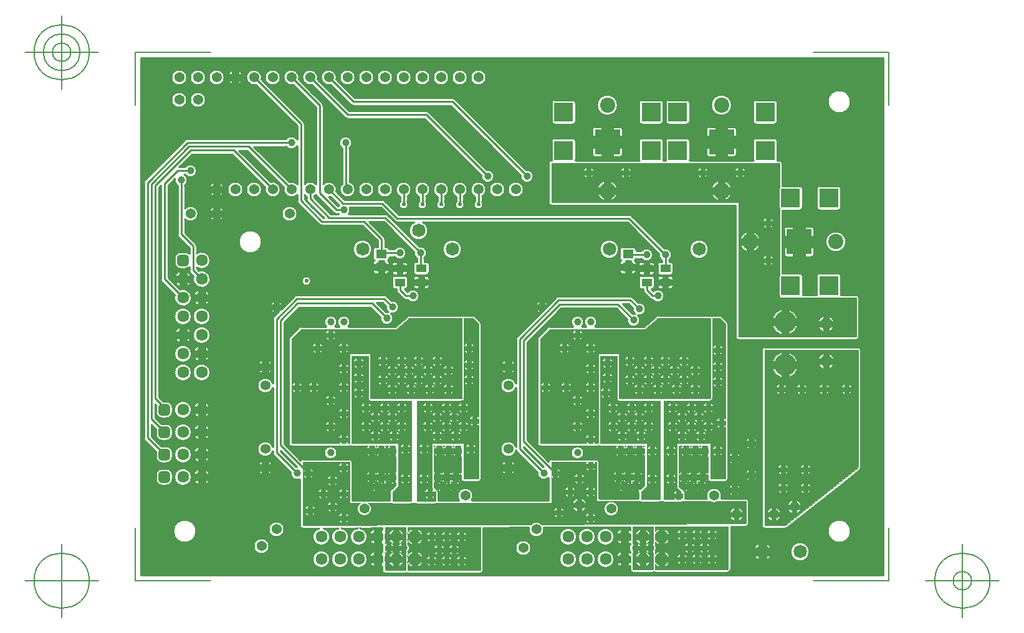
<source format=gbr>
G04 Generated by Ultiboard 13.0 *
%FSLAX25Y25*%
%MOIN*%

%ADD10C,0.00001*%
%ADD11C,0.00005*%
%ADD12C,0.01000*%
%ADD13C,0.00500*%
%ADD14C,0.05400*%
%ADD15C,0.03937*%
%ADD16R,0.05512X0.04134*%
%ADD17C,0.07166*%
%ADD18R,0.05709X0.04528*%
%ADD19C,0.06334*%
%ADD20R,0.02083X0.02083*%
%ADD21C,0.03917*%
%ADD22C,0.05337*%
%ADD23C,0.06518*%
%ADD24C,0.02100*%
%ADD25C,0.11811*%
%ADD26C,0.08093*%
%ADD27C,0.08880*%
%ADD28R,0.10000X0.10000*%
%ADD29R,0.13211X0.13211*%


G04 ColorRGB 0000FF for the following layer *
%LNCopper Bottom*%
%LPD*%
G54D10*
G36*
X1507Y1507D02*
X1507Y1507D01*
X398493Y1507D01*
X398493Y278493D01*
X1507Y278493D01*
X1507Y1507D01*
D02*
G37*
%LPC*%
G36*
X89010Y210949D02*
G75*
D01*
G02X94990Y210949I2990J-2948*
G01*
X94990Y210949D01*
X94990Y252168D01*
X92981Y254177D01*
X92981Y254177D01*
X83187Y263971D01*
G75*
D01*
G02X86029Y266813I-1187J4029*
G01*
X86029Y266813D01*
X92981Y259861D01*
X92981Y259861D01*
X98419Y254423D01*
G74*
D01*
G02X99010Y253000I1418J1423*
G01*
X99010Y253000D01*
X99010Y210949D01*
G75*
D01*
G02X106029Y206813I2992J-2946*
G01*
X106029Y206813D01*
X110332Y202510D01*
X130500Y202510D01*
G74*
D01*
G02X131923Y201919I1J2010*
G01*
X131923Y201919D01*
X139332Y194510D01*
X262500Y194510D01*
G74*
D01*
G02X263923Y193919I1J2010*
G01*
X263923Y193919D01*
X270373Y187469D01*
X281422Y176420D01*
G75*
D01*
G02X284010Y170173I581J-3419*
G01*
X284010Y170173D01*
X284010Y169314D01*
X284756Y169314D01*
G74*
D01*
G02X286263Y167807I0J1507*
G01*
X286263Y167807D01*
X286263Y163673D01*
G75*
D01*
G02X284756Y162166I-1507J0*
G01*
X284756Y162166D01*
X279244Y162166D01*
G75*
D01*
G02X277737Y163673I0J1507*
G01*
X277737Y163673D01*
X277737Y167807D01*
G75*
D01*
G02X279244Y169314I1507J0*
G01*
X279244Y169314D01*
X279990Y169314D01*
X279990Y170173D01*
G75*
D01*
G02X278580Y173578I2009J2827*
G01*
X278580Y173578D01*
X264689Y187469D01*
X261668Y190490D01*
X152382Y190490D01*
G75*
D01*
G02X147618Y190490I-2382J-4489*
G01*
X147618Y190490D01*
X138500Y190490D01*
G75*
D01*
G02X137079Y191079I1J2010*
G01*
X137079Y191079D01*
X129668Y198490D01*
X113132Y198490D01*
G75*
D01*
G02X112689Y194810I-3132J-1490*
G01*
X112689Y194810D01*
X132197Y194810D01*
G75*
D01*
G02X132831Y194708I2J-2010*
G01*
G74*
D01*
G02X133623Y194219I631J1907*
G01*
X133623Y194219D01*
X140373Y187469D01*
X140373Y187469D01*
X150422Y177420D01*
G75*
D01*
G02X153010Y171173I581J-3419*
G01*
X153010Y171173D01*
X153010Y169314D01*
X154256Y169314D01*
G74*
D01*
G02X155763Y167807I0J1507*
G01*
X155763Y167807D01*
X155763Y163673D01*
G75*
D01*
G02X154256Y162166I-1507J0*
G01*
X154256Y162166D01*
X148744Y162166D01*
G75*
D01*
G02X147237Y163673I0J1507*
G01*
X147237Y163673D01*
X147237Y167807D01*
G75*
D01*
G02X148744Y169314I1507J0*
G01*
X148744Y169314D01*
X148990Y169314D01*
X148990Y171173D01*
G75*
D01*
G02X147580Y174578I2009J2827*
G01*
X147580Y174578D01*
X134689Y187469D01*
X131368Y190790D01*
X123595Y190790D01*
X126916Y187469D01*
X131419Y182967D01*
G74*
D01*
G02X132010Y181543I1419J1424*
G01*
X132010Y181543D01*
X132010Y177314D01*
X132854Y177314D01*
G74*
D01*
G02X134348Y176010I1J1507*
G01*
X134348Y176010D01*
X137173Y176010D01*
G75*
D01*
G02X137173Y171990I2826J-2010*
G01*
X137173Y171990D01*
X134362Y171990D01*
X134362Y171280D01*
G75*
D01*
G02X133651Y170000I-1508J0*
G01*
G74*
D01*
G02X134362Y168720I796J1280*
G01*
X134362Y168720D01*
X134362Y167794D01*
X131337Y167794D01*
X131337Y169772D01*
X128663Y169772D01*
X128663Y167794D01*
X125638Y167794D01*
X125638Y168720D01*
G74*
D01*
G02X126349Y170000I1508J0*
G01*
G75*
D01*
G02X125638Y171280I796J1280*
G01*
X125638Y171280D01*
X125638Y175807D01*
G75*
D01*
G02X127146Y177314I1508J-1*
G01*
X127146Y177314D01*
X127990Y177314D01*
X127990Y180711D01*
X119911Y188790D01*
X98200Y188790D01*
G75*
D01*
G02X98183Y188790I-8J2010*
G01*
G74*
D01*
G02X96779Y189379I18J2010*
G01*
X96779Y189379D01*
X92981Y193177D01*
X92981Y193177D01*
X85579Y200579D01*
G75*
D01*
G02X84990Y202004I1420J1421*
G01*
X84990Y202004D01*
X84990Y205051D01*
G75*
D01*
G02X77971Y209187I-2992J2946*
G01*
X77971Y209187D01*
X58168Y228990D01*
X53852Y228990D01*
X70813Y212029D01*
G75*
D01*
G02X67971Y209187I1187J-4029*
G01*
X67971Y209187D01*
X50168Y226990D01*
X28832Y226990D01*
X21852Y220010D01*
X25173Y220010D01*
G75*
D01*
G02X25173Y215990I2826J-2010*
G01*
X25173Y215990D01*
X24757Y215990D01*
G75*
D01*
G02X25010Y210173I-1756J-2990*
G01*
X25010Y210173D01*
X25010Y197949D01*
G75*
D01*
G02X25010Y192051I2989J-2949*
G01*
X25010Y192051D01*
X25010Y184832D01*
X30754Y179088D01*
G75*
D01*
G02X31343Y177666I-1420J-1421*
G01*
X31343Y177666D01*
X31343Y173837D01*
G75*
D01*
G02X31343Y166163I2657J-3837*
G01*
X31343Y166163D01*
X31343Y165499D01*
X32443Y164399D01*
G75*
D01*
G02X29601Y161557I1557J-4399*
G01*
X29601Y161557D01*
X27914Y163244D01*
G74*
D01*
G02X27323Y164667I1418J1423*
G01*
X27323Y164667D01*
X27323Y166337D01*
G74*
D01*
G02X25042Y165483I2282J2621*
G01*
X25042Y165483D01*
X22959Y165483D01*
G75*
D01*
G02X19483Y168959I0J3476*
G01*
X19483Y168959D01*
X19483Y171042D01*
G75*
D01*
G02X22959Y174517I3476J-1*
G01*
X22959Y174517D01*
X25042Y174517D01*
G74*
D01*
G02X27323Y173663I1J3475*
G01*
X27323Y173663D01*
X27323Y176835D01*
X21579Y182579D01*
G75*
D01*
G02X20990Y184003I1420J1421*
G01*
X20990Y184003D01*
X20990Y210173D01*
G75*
D01*
G02X19620Y213778I2009J2826*
G01*
X19620Y213778D01*
X16010Y210168D01*
X16010Y160832D01*
X22443Y154399D01*
G75*
D01*
G02X19601Y151557I1557J-4399*
G01*
X19601Y151557D01*
X12579Y158579D01*
G75*
D01*
G02X11990Y160005I1420J1421*
G01*
X11990Y160005D01*
X11990Y210148D01*
X11010Y209168D01*
X11010Y96832D01*
X13325Y94517D01*
X15042Y94517D01*
G74*
D01*
G02X18517Y91042I0J3475*
G01*
X18517Y91042D01*
X18517Y88959D01*
G75*
D01*
G02X15042Y85483I-3475J-1*
G01*
X15042Y85483D01*
X12959Y85483D01*
G75*
D01*
G02X9483Y88959I0J3476*
G01*
X9483Y88959D01*
X9483Y91042D01*
G74*
D01*
G02X9759Y92399I3476J0*
G01*
X9759Y92399D01*
X9177Y92981D01*
X9010Y93148D01*
X9010Y85832D01*
X12375Y82467D01*
G75*
D01*
G02X12959Y82517I587J-3424*
G01*
X12959Y82517D01*
X15042Y82517D01*
G74*
D01*
G02X18517Y79042I0J3475*
G01*
X18517Y79042D01*
X18517Y76959D01*
G75*
D01*
G02X15042Y73483I-3475J-1*
G01*
X15042Y73483D01*
X12959Y73483D01*
G75*
D01*
G02X9483Y76959I0J3476*
G01*
X9483Y76959D01*
X9483Y79042D01*
G74*
D01*
G02X9533Y79625I3476J4*
G01*
X9533Y79625D01*
X7010Y82148D01*
X7010Y75832D01*
X12375Y70467D01*
G75*
D01*
G02X12959Y70517I587J-3424*
G01*
X12959Y70517D01*
X15042Y70517D01*
G74*
D01*
G02X18517Y67042I0J3475*
G01*
X18517Y67042D01*
X18517Y64959D01*
G75*
D01*
G02X15042Y61483I-3475J-1*
G01*
X15042Y61483D01*
X12959Y61483D01*
G75*
D01*
G02X9483Y64959I0J3476*
G01*
X9483Y64959D01*
X9483Y67042D01*
G74*
D01*
G02X9533Y67625I3476J4*
G01*
X9533Y67625D01*
X3579Y73579D01*
G75*
D01*
G02X2990Y75005I1420J1421*
G01*
X2990Y75005D01*
X2990Y211655D01*
G75*
D01*
G02X3579Y213078I2010J1*
G01*
X3579Y213078D01*
X24922Y234421D01*
G75*
D01*
G02X26343Y235010I1421J-1420*
G01*
X26343Y235010D01*
X79173Y235010D01*
G75*
D01*
G02X84990Y234757I2827J-2009*
G01*
X84990Y234757D01*
X84990Y242168D01*
X63187Y263971D01*
G75*
D01*
G02X66029Y266813I-1187J4029*
G01*
X66029Y266813D01*
X88419Y244423D01*
G74*
D01*
G02X89010Y243000I1418J1423*
G01*
X89010Y243000D01*
X89010Y210949D01*
D02*
G37*
G36*
X32345Y94364D02*
X32345Y94364D01*
X32345Y91655D01*
X29636Y91655D01*
G74*
D01*
G02X32345Y94364I4364J1655*
G01*
D02*
G37*
G36*
X35655Y94364D02*
G74*
D01*
G02X38364Y91655I1655J4364*
G01*
X38364Y91655D01*
X35655Y91655D01*
X35655Y94364D01*
D02*
G37*
G36*
X96868Y26528D02*
X96868Y26528D01*
X92981Y26511D01*
X92981Y26511D01*
X88007Y26490D01*
X88000Y26490D01*
G75*
D01*
G02X86490Y28004I0J1510*
G01*
X86490Y28004D01*
X86490Y52868D01*
G75*
D01*
G02X81580Y56578I-1491J3131*
G01*
X81580Y56578D01*
X72579Y65579D01*
G75*
D01*
G02X71990Y67003I1420J1421*
G01*
X71990Y67003D01*
X71990Y67794D01*
G75*
D01*
G02X71990Y70206I-3990J1206*
G01*
X71990Y70206D01*
X71990Y101794D01*
G75*
D01*
G02X71990Y104206I-3990J1206*
G01*
X71990Y104206D01*
X71990Y138576D01*
G75*
D01*
G02X72579Y139999I2010J1*
G01*
X72579Y139999D01*
X75230Y142650D01*
X75230Y143770D01*
X76350Y143770D01*
X83501Y150921D01*
G75*
D01*
G02X84923Y151510I1421J-1420*
G01*
X84923Y151510D01*
X131500Y151510D01*
G74*
D01*
G02X132923Y150919I1J2010*
G01*
X132923Y150919D01*
X135422Y148420D01*
G75*
D01*
G02X135290Y141605I575J-3420*
G01*
G75*
D01*
G02X129580Y139578I-2290J-2604*
G01*
X129580Y139578D01*
X124168Y144990D01*
X86082Y144990D01*
X78010Y136918D01*
X78010Y71832D01*
X86856Y62986D01*
G75*
D01*
G02X88000Y63510I1144J-986*
G01*
X88000Y63510D01*
X113000Y63510D01*
G74*
D01*
G02X114510Y62000I0J1510*
G01*
X114510Y62000D01*
X114510Y41510D01*
X134490Y41510D01*
X134490Y45997D01*
G75*
D01*
G02X134932Y47068I1510J4*
G01*
X134932Y47068D01*
X135230Y47365D01*
X135230Y47770D01*
X135635Y47770D01*
X137490Y49625D01*
X137490Y50868D01*
G74*
D01*
G02X137230Y50757I1491J3131*
G01*
X137230Y50757D01*
X137230Y52770D01*
X137490Y52770D01*
X137490Y55230D01*
X137230Y55230D01*
X137230Y57243D01*
G74*
D01*
G02X137490Y57132I1231J3242*
G01*
X137490Y57132D01*
X137490Y64868D01*
G74*
D01*
G02X137230Y64757I1491J3131*
G01*
X137230Y64757D01*
X137230Y66770D01*
X137490Y66770D01*
X137490Y69230D01*
X137230Y69230D01*
X137230Y70490D01*
X134770Y70490D01*
X134770Y69230D01*
X131230Y69230D01*
X131230Y70490D01*
X128770Y70490D01*
X128770Y69230D01*
X126230Y69230D01*
X126230Y70490D01*
X123770Y70490D01*
X123770Y69230D01*
X121757Y69230D01*
G74*
D01*
G02X122586Y70490I3242J1231*
G01*
X122586Y70490D01*
X114000Y70490D01*
G75*
D01*
G02X113500Y70575I-1J1510*
G01*
G74*
D01*
G02X113000Y70490I499J1425*
G01*
X113000Y70490D01*
X82000Y70490D01*
G75*
D01*
G02X80490Y72000I0J1510*
G01*
X80490Y72000D01*
X80490Y127997D01*
G75*
D01*
G02X80932Y129068I1510J4*
G01*
X80932Y129068D01*
X85932Y134068D01*
G75*
D01*
G02X87002Y134510I1067J-1068*
G01*
X87002Y134510D01*
X100586Y134510D01*
G75*
D01*
G02X105414Y134510I2414J2490*
G01*
X105414Y134510D01*
X107586Y134510D01*
G75*
D01*
G02X112414Y134510I2414J2490*
G01*
X112414Y134510D01*
X137441Y134510D01*
X144017Y140146D01*
G75*
D01*
G02X145003Y140510I983J-1145*
G01*
X145003Y140510D01*
X173000Y140510D01*
G74*
D01*
G02X173500Y140425I1J1510*
G01*
G75*
D01*
G02X174000Y140510I499J-1425*
G01*
X174000Y140510D01*
X179000Y140510D01*
G74*
D01*
G02X180070Y140066I1J1510*
G01*
X180070Y140066D01*
X183066Y137070D01*
G74*
D01*
G02X183510Y136000I1066J1069*
G01*
X183510Y136000D01*
X183510Y53000D01*
G75*
D01*
G02X182000Y51490I-1510J0*
G01*
X182000Y51490D01*
X174000Y51490D01*
G75*
D01*
G02X172849Y52022I-1J1510*
G01*
G74*
D01*
G02X171806Y51039I2849J1978*
G01*
G74*
D01*
G02X172243Y50230I2806J2038*
G01*
X172243Y50230D01*
X170230Y50230D01*
X170230Y52243D01*
G74*
D01*
G02X171230Y51657I1229J3243*
G01*
X171230Y51657D01*
X171230Y52770D01*
X172508Y52770D01*
G75*
D01*
G02X172490Y53000I1491J232*
G01*
X172490Y53000D01*
X172490Y55230D01*
X171230Y55230D01*
X171230Y57243D01*
G74*
D01*
G02X172490Y56414I1231J3242*
G01*
X172490Y56414D01*
X172490Y64868D01*
G74*
D01*
G02X172230Y64757I1491J3131*
G01*
X172230Y64757D01*
X172230Y66770D01*
X172490Y66770D01*
X172490Y69230D01*
X172230Y69230D01*
X172230Y70490D01*
X169770Y70490D01*
X169770Y69230D01*
X167230Y69230D01*
X167230Y70490D01*
X164770Y70490D01*
X164770Y69230D01*
X162230Y69230D01*
X162230Y70490D01*
X159770Y70490D01*
X159770Y69230D01*
X158510Y69230D01*
X158510Y66770D01*
X159770Y66770D01*
X159770Y64757D01*
G74*
D01*
G02X158510Y65586I1231J3242*
G01*
X158510Y65586D01*
X158510Y57132D01*
G74*
D01*
G02X158770Y57243I1491J3131*
G01*
X158770Y57243D01*
X158770Y55230D01*
X158510Y55230D01*
X158510Y52770D01*
X158770Y52770D01*
X158770Y50757D01*
G74*
D01*
G02X158510Y50868I1231J3242*
G01*
X158510Y50868D01*
X158510Y48625D01*
X160066Y47070D01*
G74*
D01*
G02X160510Y46000I1066J1069*
G01*
X160510Y46000D01*
X160510Y41510D01*
X171618Y41510D01*
G75*
D01*
G02X178382Y41510I3382J2489*
G01*
X178382Y41510D01*
X219490Y41510D01*
X219490Y53586D01*
G75*
D01*
G02X213580Y56578I-2491J2413*
G01*
X213580Y56578D01*
X202579Y67579D01*
G74*
D01*
G02X202111Y68313I1420J1421*
G01*
G75*
D01*
G02X201990Y70206I-4111J688*
G01*
X201990Y70206D01*
X201990Y101794D01*
G75*
D01*
G02X201990Y104206I-3990J1206*
G01*
X201990Y104206D01*
X201990Y127825D01*
G75*
D01*
G02X202579Y129250I2010J3*
G01*
X202579Y129250D01*
X223543Y150214D01*
G75*
D01*
G02X224967Y150803I1421J-1420*
G01*
X224967Y150803D01*
X263207Y150803D01*
G74*
D01*
G02X264631Y150212I0J2010*
G01*
X264631Y150212D01*
X267422Y147420D01*
G75*
D01*
G02X267290Y140605I575J-3420*
G01*
G75*
D01*
G02X261580Y138578I-2290J-2604*
G01*
X261580Y138578D01*
X255699Y144459D01*
X226301Y144459D01*
X208010Y126168D01*
X208010Y73832D01*
X219524Y62318D01*
G75*
D01*
G02X221000Y63510I1475J-317*
G01*
X221000Y63510D01*
X245000Y63510D01*
G74*
D01*
G02X246510Y62000I0J1510*
G01*
X246510Y62000D01*
X246510Y42510D01*
X267490Y42510D01*
X267490Y45868D01*
G74*
D01*
G02X267230Y45757I1491J3131*
G01*
X267230Y45757D01*
X267230Y47770D01*
X268635Y47770D01*
X270490Y49625D01*
X270490Y65586D01*
G74*
D01*
G02X269230Y64757I2491J2413*
G01*
X269230Y64757D01*
X269230Y66770D01*
X270490Y66770D01*
X270490Y69230D01*
X269230Y69230D01*
X269230Y70490D01*
X266770Y70490D01*
X266770Y69230D01*
X264230Y69230D01*
X264230Y70490D01*
X261770Y70490D01*
X261770Y69230D01*
X259230Y69230D01*
X259230Y70490D01*
X256770Y70490D01*
X256770Y69230D01*
X254757Y69230D01*
G74*
D01*
G02X255586Y70490I3242J1231*
G01*
X255586Y70490D01*
X247000Y70490D01*
G75*
D01*
G02X246500Y70575I-1J1510*
G01*
G74*
D01*
G02X246000Y70490I499J1425*
G01*
X246000Y70490D01*
X215000Y70490D01*
G75*
D01*
G02X213490Y72000I0J1510*
G01*
X213490Y72000D01*
X213490Y127997D01*
G75*
D01*
G02X213932Y129068I1510J4*
G01*
X213932Y129068D01*
X218932Y134068D01*
G75*
D01*
G02X220002Y134510I1067J-1068*
G01*
X220002Y134510D01*
X232586Y134510D01*
G75*
D01*
G02X237414Y134510I2414J2490*
G01*
X237414Y134510D01*
X239586Y134510D01*
G75*
D01*
G02X244414Y134510I2414J2490*
G01*
X244414Y134510D01*
X270441Y134510D01*
X277017Y140146D01*
G75*
D01*
G02X278003Y140510I983J-1145*
G01*
X278003Y140510D01*
X311000Y140510D01*
G74*
D01*
G02X312070Y140066I1J1510*
G01*
X312070Y140066D01*
X315066Y137070D01*
G74*
D01*
G02X315510Y136000I1066J1069*
G01*
X315510Y136000D01*
X315510Y53000D01*
G75*
D01*
G02X314000Y51490I-1510J0*
G01*
X314000Y51490D01*
X306000Y51490D01*
G75*
D01*
G02X304849Y52022I-1J1510*
G01*
G74*
D01*
G02X303806Y51039I2849J1978*
G01*
G74*
D01*
G02X304243Y50230I2806J2038*
G01*
X304243Y50230D01*
X302230Y50230D01*
X302230Y52243D01*
G74*
D01*
G02X303230Y51657I1229J3243*
G01*
X303230Y51657D01*
X303230Y52770D01*
X304508Y52770D01*
G75*
D01*
G02X304490Y53000I1491J232*
G01*
X304490Y53000D01*
X304490Y55230D01*
X303230Y55230D01*
X303230Y57243D01*
G74*
D01*
G02X304490Y56414I1231J3242*
G01*
X304490Y56414D01*
X304490Y64868D01*
G74*
D01*
G02X304230Y64757I1491J3131*
G01*
X304230Y64757D01*
X304230Y66770D01*
X304490Y66770D01*
X304490Y69230D01*
X304230Y69230D01*
X304230Y70490D01*
X301770Y70490D01*
X301770Y69230D01*
X299230Y69230D01*
X299230Y70490D01*
X296770Y70490D01*
X296770Y69230D01*
X294230Y69230D01*
X294230Y70490D01*
X291770Y70490D01*
X291770Y69230D01*
X289757Y69230D01*
G74*
D01*
G02X290586Y70490I3242J1231*
G01*
X290586Y70490D01*
X289510Y70490D01*
X289510Y56414D01*
G74*
D01*
G02X290770Y57243I2491J2413*
G01*
X290770Y57243D01*
X290770Y55230D01*
X289510Y55230D01*
X289510Y52770D01*
X290770Y52770D01*
X290770Y50757D01*
G74*
D01*
G02X289510Y51586I1231J3242*
G01*
X289510Y51586D01*
X289510Y48808D01*
X291835Y47258D01*
G74*
D01*
G02X292510Y46000I834J1258*
G01*
X292510Y46000D01*
X292510Y42510D01*
X304073Y42510D01*
G75*
D01*
G02X311927Y42510I3927J1490*
G01*
X311927Y42510D01*
X325000Y42510D01*
G74*
D01*
G02X326510Y41000I0J1510*
G01*
X326510Y41000D01*
X326510Y29000D01*
G75*
D01*
G02X325006Y27490I-1510J0*
G01*
X325006Y27490D01*
X317010Y27457D01*
X317010Y4500D01*
G75*
D01*
G02X315500Y2990I-1510J0*
G01*
X315500Y2990D01*
X276500Y2990D01*
G75*
D01*
G02X276000Y3075I-1J1510*
G01*
G74*
D01*
G02X275500Y2990I499J1425*
G01*
X275500Y2990D01*
X264500Y2990D01*
G75*
D01*
G02X262990Y4500I0J1510*
G01*
X262990Y4500D01*
X262990Y6417D01*
G74*
D01*
G02X261655Y5636I2991J3581*
G01*
X261655Y5636D01*
X261655Y8345D01*
X262990Y8345D01*
X262990Y11655D01*
X261655Y11655D01*
X261655Y14364D01*
G74*
D01*
G02X262990Y13583I1657J4363*
G01*
X262990Y13583D01*
X262990Y14276D01*
G75*
D01*
G02X262990Y17724I3009J1724*
G01*
X262990Y17724D01*
X262990Y18417D01*
G74*
D01*
G02X261655Y17636I2991J3581*
G01*
X261655Y17636D01*
X261655Y20345D01*
X262990Y20345D01*
X262990Y23655D01*
X261655Y23655D01*
X261655Y26364D01*
G74*
D01*
G02X262990Y25583I1657J4363*
G01*
X262990Y25583D01*
X262990Y27229D01*
X217071Y27035D01*
G75*
D01*
G02X208921Y27000I-4071J-1034*
G01*
X208921Y27000D01*
X187469Y26910D01*
X187469Y26910D01*
X184510Y26897D01*
X184510Y4000D01*
G75*
D01*
G02X183000Y2490I-1510J0*
G01*
X183000Y2490D01*
X144000Y2490D01*
G75*
D01*
G02X143500Y2575I-1J1510*
G01*
G74*
D01*
G02X143000Y2490I499J1425*
G01*
X143000Y2490D01*
X132000Y2490D01*
G75*
D01*
G02X130490Y4000I0J1510*
G01*
X130490Y4000D01*
X130490Y6053D01*
G74*
D01*
G02X129655Y5636I2492J3945*
G01*
X129655Y5636D01*
X129655Y8345D01*
X130490Y8345D01*
X130490Y11655D01*
X129655Y11655D01*
X129655Y14364D01*
G74*
D01*
G02X130490Y13947I1657J4363*
G01*
X130490Y13947D01*
X130490Y18053D01*
G74*
D01*
G02X129655Y17636I2492J3945*
G01*
X129655Y17636D01*
X129655Y20345D01*
X130490Y20345D01*
X130490Y23655D01*
X129655Y23655D01*
X129655Y26364D01*
G74*
D01*
G02X130490Y25947I1657J4363*
G01*
X130490Y25947D01*
X130490Y26670D01*
X118663Y26620D01*
G75*
D01*
G02X117298Y26614I-662J-4620*
G01*
X117298Y26614D01*
X108905Y26578D01*
G75*
D01*
G02X107056Y26571I-907J-4577*
G01*
X107056Y26571D01*
X99094Y26537D01*
G75*
D01*
G02X96868Y26528I-1095J-4537*
G01*
D02*
G37*
G36*
X27591Y92981D02*
G75*
D01*
G02X27591Y92981I-3591J-2981*
G01*
D02*
G37*
G36*
X93187Y263971D02*
G75*
D01*
G02X96029Y266813I-1187J4029*
G01*
X96029Y266813D01*
X112832Y250010D01*
X154000Y250010D01*
G74*
D01*
G02X155423Y249419I1J2010*
G01*
X155423Y249419D01*
X186422Y218420D01*
G75*
D01*
G02X183580Y215578I578J-3420*
G01*
X183580Y215578D01*
X153168Y245990D01*
X112000Y245990D01*
G75*
D01*
G02X111530Y246046I1J2010*
G01*
G74*
D01*
G02X110579Y246579I470J1953*
G01*
X110579Y246579D01*
X93187Y263971D01*
D02*
G37*
G36*
X207422Y218420D02*
G75*
D01*
G02X204580Y215578I578J-3420*
G01*
X204580Y215578D01*
X187469Y232689D01*
X167168Y252990D01*
X115002Y252990D01*
G75*
D01*
G02X113579Y253579I-1J2010*
G01*
X113579Y253579D01*
X103187Y263971D01*
G75*
D01*
G02X106029Y266813I-1187J4029*
G01*
X106029Y266813D01*
X115832Y257010D01*
X168000Y257010D01*
G74*
D01*
G02X169423Y256419I1J2010*
G01*
X169423Y256419D01*
X187469Y238373D01*
X187469Y238373D01*
X207422Y218420D01*
D02*
G37*
G36*
X361613Y186606D02*
X361613Y186606D01*
X361613Y182877D01*
X356377Y182877D01*
X356377Y188113D01*
X360106Y188113D01*
G74*
D01*
G02X361613Y186606I0J1507*
G01*
D02*
G37*
G36*
X345387Y186606D02*
G75*
D01*
G02X346894Y188113I1507J0*
G01*
X346894Y188113D01*
X350623Y188113D01*
X350623Y182877D01*
X345387Y182877D01*
X345387Y186606D01*
D02*
G37*
G36*
X280860Y223510D02*
X280860Y223510D01*
X282140Y223510D01*
G75*
D01*
G02X282068Y223972I1435J460*
G01*
X282068Y223972D01*
X282068Y233972D01*
G75*
D01*
G02X283575Y235480I1507J1*
G01*
X283575Y235480D01*
X293575Y235480D01*
G74*
D01*
G02X295082Y233972I1J1508*
G01*
X295082Y233972D01*
X295082Y223972D01*
G75*
D01*
G02X295009Y223510I-1507J1*
G01*
X295009Y223510D01*
X328991Y223510D01*
G75*
D01*
G02X328918Y223972I1433J463*
G01*
X328918Y223972D01*
X328918Y233972D01*
G75*
D01*
G02X330425Y235480I1507J1*
G01*
X330425Y235480D01*
X340425Y235480D01*
G74*
D01*
G02X341932Y233972I1J1508*
G01*
X341932Y233972D01*
X341932Y223972D01*
G75*
D01*
G02X341860Y223510I-1507J-2*
G01*
X341860Y223510D01*
X343000Y223510D01*
G74*
D01*
G02X344510Y222000I0J1510*
G01*
X344510Y222000D01*
X344510Y209932D01*
X353972Y209932D01*
G74*
D01*
G02X355480Y208425I1J1507*
G01*
X355480Y208425D01*
X355480Y198425D01*
G75*
D01*
G02X353972Y196918I-1508J1*
G01*
X353972Y196918D01*
X344510Y196918D01*
X344510Y163082D01*
X353972Y163082D01*
G74*
D01*
G02X355480Y161575I1J1507*
G01*
X355480Y161575D01*
X355480Y151575D01*
G75*
D01*
G02X355478Y151510I-1508J14*
G01*
X355478Y151510D01*
X362939Y151510D01*
G75*
D01*
G02X362938Y151575I1506J56*
G01*
X362938Y151575D01*
X362938Y161575D01*
G75*
D01*
G02X364445Y163082I1507J0*
G01*
X364445Y163082D01*
X374445Y163082D01*
G74*
D01*
G02X375952Y161575I0J1507*
G01*
X375952Y161575D01*
X375952Y151575D01*
G75*
D01*
G02X375951Y151510I-1507J-9*
G01*
X375951Y151510D01*
X384000Y151510D01*
G74*
D01*
G02X385510Y150000I0J1510*
G01*
X385510Y150000D01*
X385510Y129000D01*
G75*
D01*
G02X384000Y127490I-1510J0*
G01*
X384000Y127490D01*
X321000Y127490D01*
G75*
D01*
G02X319490Y129000I0J1510*
G01*
X319490Y129000D01*
X319490Y199490D01*
X221000Y199490D01*
G75*
D01*
G02X219490Y201000I0J1510*
G01*
X219490Y201000D01*
X219490Y222000D01*
G75*
D01*
G02X221000Y223510I1510J0*
G01*
X221000Y223510D01*
X221140Y223510D01*
G75*
D01*
G02X221068Y223972I1435J460*
G01*
X221068Y223972D01*
X221068Y233972D01*
G75*
D01*
G02X222575Y235480I1507J1*
G01*
X222575Y235480D01*
X232575Y235480D01*
G74*
D01*
G02X234082Y233972I1J1508*
G01*
X234082Y233972D01*
X234082Y223972D01*
G75*
D01*
G02X234009Y223510I-1507J1*
G01*
X234009Y223510D01*
X267991Y223510D01*
G75*
D01*
G02X267918Y223972I1433J463*
G01*
X267918Y223972D01*
X267918Y233972D01*
G75*
D01*
G02X269425Y235480I1507J1*
G01*
X269425Y235480D01*
X279425Y235480D01*
G74*
D01*
G02X280932Y233972I1J1508*
G01*
X280932Y233972D01*
X280932Y223972D01*
G75*
D01*
G02X280860Y223510I-1507J-2*
G01*
D02*
G37*
G36*
X376445Y249022D02*
G75*
D01*
G02X376445Y249022I-1445J5978*
G01*
D02*
G37*
G36*
X275134Y187469D02*
G75*
D01*
G02X275134Y187469I4866J-1469*
G01*
D02*
G37*
G36*
X376445Y175513D02*
G75*
D01*
G02X376445Y175513I-3260J4487*
G01*
D02*
G37*
G36*
X376446Y19022D02*
G75*
D01*
G02X376446Y19022I-1446J5978*
G01*
D02*
G37*
G36*
X386510Y122000D02*
X386510Y122000D01*
X386510Y59000D01*
G75*
D01*
G02X385937Y57816I-1510J0*
G01*
X385937Y57816D01*
X376446Y50272D01*
X376445Y50272D01*
X346942Y26820D01*
G74*
D01*
G02X346224Y26507I941J1179*
G01*
G75*
D01*
G02X345999Y26490I-226J1492*
G01*
X345999Y26490D01*
X335000Y26490D01*
G75*
D01*
G02X333490Y28000I0J1510*
G01*
X333490Y28000D01*
X333490Y122000D01*
G75*
D01*
G02X335000Y123510I1510J0*
G01*
X335000Y123510D01*
X385000Y123510D01*
G74*
D01*
G02X386510Y122000I0J1510*
G01*
D02*
G37*
G36*
X345387Y173394D02*
X345387Y173394D01*
X345387Y177123D01*
X350623Y177123D01*
X350623Y171887D01*
X346894Y171887D01*
G75*
D01*
G02X345387Y173394I0J1507*
G01*
D02*
G37*
G36*
X361613Y173394D02*
G75*
D01*
G02X360106Y171887I-1507J0*
G01*
X360106Y171887D01*
X356377Y171887D01*
X356377Y177123D01*
X361613Y177123D01*
X361613Y173394D01*
D02*
G37*
G36*
X355082Y177244D02*
G75*
D01*
G02X353500Y175662I-1582J0*
G01*
G75*
D01*
G02X351918Y177244I0J1582*
G01*
X351918Y177244D01*
X351918Y182756D01*
G75*
D01*
G02X353500Y184338I1582J0*
G01*
G74*
D01*
G02X355082Y182756I0J1582*
G01*
X355082Y182756D01*
X355082Y177244D01*
D02*
G37*
G36*
X126770Y45757D02*
G74*
D01*
G02X124757Y47770I1230J3243*
G01*
X124757Y47770D01*
X126770Y47770D01*
X126770Y45757D01*
D02*
G37*
G36*
X132770Y45757D02*
G74*
D01*
G02X131000Y47259I1229J3243*
G01*
G74*
D01*
G02X129230Y45757I2999J1741*
G01*
X129230Y45757D01*
X129230Y47770D01*
X132770Y47770D01*
X132770Y45757D01*
D02*
G37*
G36*
X123819Y54000D02*
G75*
D01*
G02X123819Y54000I1181J0*
G01*
D02*
G37*
G36*
X127500Y51596D02*
G74*
D01*
G02X126770Y51017I2501J2403*
G01*
X126770Y51017D01*
X126770Y50230D01*
X124757Y50230D01*
G74*
D01*
G02X126230Y51983I3243J1229*
G01*
X126230Y51983D01*
X126230Y52770D01*
X128770Y52770D01*
X128770Y50757D01*
G74*
D01*
G02X127500Y51596I1230J3243*
G01*
D02*
G37*
G36*
X123770Y50757D02*
G74*
D01*
G02X121757Y52770I1230J3243*
G01*
X121757Y52770D01*
X123770Y52770D01*
X123770Y50757D01*
D02*
G37*
G36*
X131000Y50741D02*
G74*
D01*
G02X131230Y51087I2998J1743*
G01*
X131230Y51087D01*
X131230Y52770D01*
X134770Y52770D01*
X134770Y50757D01*
G74*
D01*
G02X133000Y52259I1229J3243*
G01*
G74*
D01*
G02X132770Y51913I2998J1743*
G01*
X132770Y51913D01*
X132770Y50230D01*
X129230Y50230D01*
X129230Y52243D01*
G74*
D01*
G02X131000Y50741I1229J3243*
G01*
D02*
G37*
G36*
X128819Y54000D02*
G75*
D01*
G02X128819Y54000I1181J0*
G01*
D02*
G37*
G36*
X132819Y49000D02*
G75*
D01*
G02X132819Y49000I1181J0*
G01*
D02*
G37*
G36*
X126819Y49000D02*
G75*
D01*
G02X126819Y49000I1181J0*
G01*
D02*
G37*
G36*
X134819Y54000D02*
G75*
D01*
G02X134819Y54000I1181J0*
G01*
D02*
G37*
G36*
X135230Y52243D02*
G74*
D01*
G02X137243Y50230I1230J3243*
G01*
X137243Y50230D01*
X135230Y50230D01*
X135230Y52243D01*
D02*
G37*
G36*
X121757Y55230D02*
G74*
D01*
G02X123770Y57243I3243J1230*
G01*
X123770Y57243D01*
X123770Y55230D01*
X121757Y55230D01*
D02*
G37*
G36*
X131230Y57243D02*
G74*
D01*
G02X133000Y55741I1229J3243*
G01*
G74*
D01*
G02X134770Y57243I2999J1741*
G01*
X134770Y57243D01*
X134770Y55230D01*
X131230Y55230D01*
X131230Y57243D01*
D02*
G37*
G36*
X126230Y57243D02*
G74*
D01*
G02X127500Y56404I1230J3243*
G01*
G74*
D01*
G02X128770Y57243I2500J2404*
G01*
X128770Y57243D01*
X128770Y55230D01*
X126230Y55230D01*
X126230Y57243D01*
D02*
G37*
G36*
X123819Y68000D02*
G75*
D01*
G02X123819Y68000I1181J0*
G01*
D02*
G37*
G36*
X123770Y64757D02*
G74*
D01*
G02X121757Y66770I1230J3243*
G01*
X121757Y66770D01*
X123770Y66770D01*
X123770Y64757D01*
D02*
G37*
G36*
X134770Y64757D02*
G74*
D01*
G02X133000Y66259I1229J3243*
G01*
G74*
D01*
G02X131230Y64757I2999J1741*
G01*
X131230Y64757D01*
X131230Y66770D01*
X134770Y66770D01*
X134770Y64757D01*
D02*
G37*
G36*
X128819Y68000D02*
G75*
D01*
G02X128819Y68000I1181J0*
G01*
D02*
G37*
G36*
X128770Y64757D02*
G74*
D01*
G02X127500Y65596I1230J3243*
G01*
G74*
D01*
G02X126230Y64757I2500J2404*
G01*
X126230Y64757D01*
X126230Y66770D01*
X128770Y66770D01*
X128770Y64757D01*
D02*
G37*
G36*
X134819Y68000D02*
G75*
D01*
G02X134819Y68000I1181J0*
G01*
D02*
G37*
G36*
X99531Y67000D02*
G75*
D01*
G02X99531Y67000I3469J0*
G01*
D02*
G37*
G36*
X172243Y47770D02*
G74*
D01*
G02X170230Y45757I3243J1230*
G01*
X170230Y45757D01*
X170230Y47770D01*
X172243Y47770D01*
D02*
G37*
G36*
X161770Y45757D02*
G74*
D01*
G02X159757Y47770I1230J3243*
G01*
X159757Y47770D01*
X161770Y47770D01*
X161770Y45757D01*
D02*
G37*
G36*
X167770Y45757D02*
G74*
D01*
G02X166000Y47259I1229J3243*
G01*
G74*
D01*
G02X164230Y45757I2999J1741*
G01*
X164230Y45757D01*
X164230Y47770D01*
X167770Y47770D01*
X167770Y45757D01*
D02*
G37*
G36*
X163819Y54000D02*
G75*
D01*
G02X163819Y54000I1181J0*
G01*
D02*
G37*
G36*
X158819Y54000D02*
G75*
D01*
G02X158819Y54000I1181J0*
G01*
D02*
G37*
G36*
X168770Y50757D02*
G74*
D01*
G02X167770Y51343I1229J3243*
G01*
X167770Y51343D01*
X167770Y50230D01*
X164230Y50230D01*
X164230Y52243D01*
G74*
D01*
G02X166000Y50741I1229J3243*
G01*
G74*
D01*
G02X166230Y51087I2998J1743*
G01*
X166230Y51087D01*
X166230Y52770D01*
X168770Y52770D01*
X168770Y50757D01*
D02*
G37*
G36*
X161230Y51983D02*
X161230Y51983D01*
X161230Y52770D01*
X163770Y52770D01*
X163770Y50757D01*
G74*
D01*
G02X162500Y51596I1230J3243*
G01*
G74*
D01*
G02X161770Y51017I2501J2403*
G01*
X161770Y51017D01*
X161770Y50230D01*
X159757Y50230D01*
G74*
D01*
G02X161230Y51983I3243J1229*
G01*
D02*
G37*
G36*
X161819Y49000D02*
G75*
D01*
G02X161819Y49000I1181J0*
G01*
D02*
G37*
G36*
X168819Y54000D02*
G75*
D01*
G02X168819Y54000I1181J0*
G01*
D02*
G37*
G36*
X167819Y49000D02*
G75*
D01*
G02X167819Y49000I1181J0*
G01*
D02*
G37*
G36*
X161230Y57243D02*
G74*
D01*
G02X162500Y56404I1230J3243*
G01*
G74*
D01*
G02X163770Y57243I2500J2404*
G01*
X163770Y57243D01*
X163770Y55230D01*
X161230Y55230D01*
X161230Y57243D01*
D02*
G37*
G36*
X166230Y57243D02*
G74*
D01*
G02X167500Y56404I1230J3243*
G01*
G74*
D01*
G02X168770Y57243I2500J2404*
G01*
X168770Y57243D01*
X168770Y55230D01*
X166230Y55230D01*
X166230Y57243D01*
D02*
G37*
G36*
X164819Y68000D02*
G75*
D01*
G02X164819Y68000I1181J0*
G01*
D02*
G37*
G36*
X164770Y64757D02*
G74*
D01*
G02X163500Y65596I1230J3243*
G01*
G74*
D01*
G02X162230Y64757I2500J2404*
G01*
X162230Y64757D01*
X162230Y66770D01*
X164770Y66770D01*
X164770Y64757D01*
D02*
G37*
G36*
X159819Y68000D02*
G75*
D01*
G02X159819Y68000I1181J0*
G01*
D02*
G37*
G36*
X169819Y68000D02*
G75*
D01*
G02X169819Y68000I1181J0*
G01*
D02*
G37*
G36*
X169770Y64757D02*
G74*
D01*
G02X168500Y65596I1230J3243*
G01*
G74*
D01*
G02X167230Y64757I2500J2404*
G01*
X167230Y64757D01*
X167230Y66770D01*
X169770Y66770D01*
X169770Y64757D01*
D02*
G37*
G36*
X196522Y55102D02*
G74*
D01*
G02X194102Y57522I1477J3897*
G01*
X194102Y57522D01*
X196522Y57522D01*
X196522Y55102D01*
D02*
G37*
G36*
X196031Y59000D02*
G75*
D01*
G02X196031Y59000I1969J0*
G01*
D02*
G37*
G36*
X194102Y60478D02*
G74*
D01*
G02X196522Y62898I3897J1477*
G01*
X196522Y62898D01*
X196522Y60478D01*
X194102Y60478D01*
D02*
G37*
G36*
X201898Y57522D02*
G74*
D01*
G02X199478Y55102I3897J1477*
G01*
X199478Y55102D01*
X199478Y57522D01*
X201898Y57522D01*
D02*
G37*
G36*
X199478Y62898D02*
G74*
D01*
G02X201898Y60478I1477J3897*
G01*
X201898Y60478D01*
X199478Y60478D01*
X199478Y62898D01*
D02*
G37*
G36*
X126250Y22000D02*
G75*
D01*
G02X126250Y22000I1750J0*
G01*
D02*
G37*
G36*
X126250Y10000D02*
G75*
D01*
G02X126250Y10000I1750J0*
G01*
D02*
G37*
G36*
X123636Y23655D02*
G74*
D01*
G02X126345Y26364I4364J1655*
G01*
X126345Y26364D01*
X126345Y23655D01*
X123636Y23655D01*
D02*
G37*
G36*
X126345Y17636D02*
G74*
D01*
G02X123636Y20345I1655J4364*
G01*
X123636Y20345D01*
X126345Y20345D01*
X126345Y17636D01*
D02*
G37*
G36*
X126345Y5636D02*
G74*
D01*
G02X123636Y8345I1655J4364*
G01*
X123636Y8345D01*
X126345Y8345D01*
X126345Y5636D01*
D02*
G37*
G36*
X123636Y11655D02*
G74*
D01*
G02X126345Y14364I4364J1655*
G01*
X126345Y14364D01*
X126345Y11655D01*
X123636Y11655D01*
D02*
G37*
G36*
X113333Y10000D02*
G75*
D01*
G02X113333Y10000I4667J0*
G01*
D02*
G37*
G36*
X103333Y10000D02*
G75*
D01*
G02X103333Y10000I4667J0*
G01*
D02*
G37*
G36*
X93333Y10000D02*
G75*
D01*
G02X93333Y10000I4667J0*
G01*
D02*
G37*
G36*
X258250Y22000D02*
G75*
D01*
G02X258250Y22000I1750J0*
G01*
D02*
G37*
G36*
X258250Y10000D02*
G75*
D01*
G02X258250Y10000I1750J0*
G01*
D02*
G37*
G36*
X255636Y23655D02*
G74*
D01*
G02X258345Y26364I4364J1655*
G01*
X258345Y26364D01*
X258345Y23655D01*
X255636Y23655D01*
D02*
G37*
G36*
X258345Y17636D02*
G74*
D01*
G02X255636Y20345I1655J4364*
G01*
X255636Y20345D01*
X258345Y20345D01*
X258345Y17636D01*
D02*
G37*
G36*
X255636Y11655D02*
G74*
D01*
G02X258345Y14364I4364J1655*
G01*
X258345Y14364D01*
X258345Y11655D01*
X255636Y11655D01*
D02*
G37*
G36*
X258345Y5636D02*
G74*
D01*
G02X255636Y8345I1655J4364*
G01*
X255636Y8345D01*
X258345Y8345D01*
X258345Y5636D01*
D02*
G37*
G36*
X245333Y22000D02*
G75*
D01*
G02X245333Y22000I4667J0*
G01*
D02*
G37*
G36*
X235333Y22000D02*
G75*
D01*
G02X235333Y22000I4667J0*
G01*
D02*
G37*
G36*
X225333Y22000D02*
G75*
D01*
G02X225333Y22000I4667J0*
G01*
D02*
G37*
G36*
X201800Y16000D02*
G75*
D01*
G02X201800Y16000I4200J0*
G01*
D02*
G37*
G36*
X245333Y10000D02*
G75*
D01*
G02X245333Y10000I4667J0*
G01*
D02*
G37*
G36*
X235333Y10000D02*
G75*
D01*
G02X235333Y10000I4667J0*
G01*
D02*
G37*
G36*
X225333Y10000D02*
G75*
D01*
G02X225333Y10000I4667J0*
G01*
D02*
G37*
G36*
X43489Y211927D02*
G74*
D01*
G02X45927Y209489I1488J3926*
G01*
X45927Y209489D01*
X43489Y209489D01*
X43489Y211927D01*
D02*
G37*
G36*
X45927Y206511D02*
G74*
D01*
G02X43489Y204073I3926J1488*
G01*
X43489Y204073D01*
X43489Y206511D01*
X45927Y206511D01*
D02*
G37*
G36*
X38073Y209489D02*
G74*
D01*
G02X40511Y211927I3926J1488*
G01*
X40511Y211927D01*
X40511Y209489D01*
X38073Y209489D01*
D02*
G37*
G36*
X40000Y208000D02*
G75*
D01*
G02X40000Y208000I2000J0*
G01*
D02*
G37*
G36*
X40511Y204073D02*
G74*
D01*
G02X38073Y206511I1488J3926*
G01*
X38073Y206511D01*
X40511Y206511D01*
X40511Y204073D01*
D02*
G37*
G36*
X45927Y193511D02*
G74*
D01*
G02X43489Y191073I3926J1488*
G01*
X43489Y191073D01*
X43489Y193511D01*
X45927Y193511D01*
D02*
G37*
G36*
X38073Y196489D02*
G74*
D01*
G02X40511Y198927I3926J1488*
G01*
X40511Y198927D01*
X40511Y196489D01*
X38073Y196489D01*
D02*
G37*
G36*
X43489Y198927D02*
G74*
D01*
G02X45927Y196489I1488J3926*
G01*
X45927Y196489D01*
X43489Y196489D01*
X43489Y198927D01*
D02*
G37*
G36*
X40000Y195000D02*
G75*
D01*
G02X40000Y195000I2000J0*
G01*
D02*
G37*
G36*
X40511Y191073D02*
G74*
D01*
G02X38073Y193511I1488J3926*
G01*
X38073Y193511D01*
X40511Y193511D01*
X40511Y191073D01*
D02*
G37*
G36*
X76800Y195000D02*
G75*
D01*
G02X76800Y195000I4200J0*
G01*
D02*
G37*
G36*
X57800Y208000D02*
G75*
D01*
G02X57800Y208000I4200J0*
G01*
D02*
G37*
G36*
X47800Y208000D02*
G75*
D01*
G02X47800Y208000I4200J0*
G01*
D02*
G37*
G36*
X258770Y45757D02*
G74*
D01*
G02X256757Y47770I1230J3243*
G01*
X256757Y47770D01*
X258770Y47770D01*
X258770Y45757D01*
D02*
G37*
G36*
X264770Y45757D02*
G74*
D01*
G02X263000Y47259I1229J3243*
G01*
G74*
D01*
G02X261230Y45757I2999J1741*
G01*
X261230Y45757D01*
X261230Y47770D01*
X264770Y47770D01*
X264770Y45757D01*
D02*
G37*
G36*
X258230Y51983D02*
X258230Y51983D01*
X258230Y52770D01*
X260770Y52770D01*
X260770Y50757D01*
G74*
D01*
G02X259500Y51596I1230J3243*
G01*
G74*
D01*
G02X258770Y51017I2501J2403*
G01*
X258770Y51017D01*
X258770Y50230D01*
X256757Y50230D01*
G74*
D01*
G02X258230Y51983I3243J1229*
G01*
D02*
G37*
G36*
X255819Y54000D02*
G75*
D01*
G02X255819Y54000I1181J0*
G01*
D02*
G37*
G36*
X258819Y49000D02*
G75*
D01*
G02X258819Y49000I1181J0*
G01*
D02*
G37*
G36*
X255770Y50757D02*
G74*
D01*
G02X253757Y52770I1230J3243*
G01*
X253757Y52770D01*
X255770Y52770D01*
X255770Y50757D01*
D02*
G37*
G36*
X265819Y54000D02*
G75*
D01*
G02X265819Y54000I1181J0*
G01*
D02*
G37*
G36*
X260819Y54000D02*
G75*
D01*
G02X260819Y54000I1181J0*
G01*
D02*
G37*
G36*
X268806Y51039D02*
G74*
D01*
G02X269243Y50230I2806J2038*
G01*
X269243Y50230D01*
X267230Y50230D01*
X267230Y52243D01*
G74*
D01*
G02X268230Y51657I1229J3243*
G01*
X268230Y51657D01*
X268230Y52770D01*
X270243Y52770D01*
G74*
D01*
G02X268806Y51039I3243J1230*
G01*
D02*
G37*
G36*
X263000Y50741D02*
G74*
D01*
G02X263230Y51087I2998J1743*
G01*
X263230Y51087D01*
X263230Y52770D01*
X265770Y52770D01*
X265770Y50757D01*
G74*
D01*
G02X264770Y51343I1229J3243*
G01*
X264770Y51343D01*
X264770Y50230D01*
X261230Y50230D01*
X261230Y52243D01*
G74*
D01*
G02X263000Y50741I1229J3243*
G01*
D02*
G37*
G36*
X264819Y49000D02*
G75*
D01*
G02X264819Y49000I1181J0*
G01*
D02*
G37*
G36*
X258230Y57243D02*
G74*
D01*
G02X259500Y56404I1230J3243*
G01*
G74*
D01*
G02X260770Y57243I2500J2404*
G01*
X260770Y57243D01*
X260770Y55230D01*
X258230Y55230D01*
X258230Y57243D01*
D02*
G37*
G36*
X253757Y55230D02*
G74*
D01*
G02X255770Y57243I3243J1230*
G01*
X255770Y57243D01*
X255770Y55230D01*
X253757Y55230D01*
D02*
G37*
G36*
X263230Y57243D02*
G74*
D01*
G02X264500Y56404I1230J3243*
G01*
G74*
D01*
G02X265770Y57243I2500J2404*
G01*
X265770Y57243D01*
X265770Y55230D01*
X263230Y55230D01*
X263230Y57243D01*
D02*
G37*
G36*
X268230Y57243D02*
G74*
D01*
G02X270243Y55230I1230J3243*
G01*
X270243Y55230D01*
X268230Y55230D01*
X268230Y57243D01*
D02*
G37*
G36*
X261770Y64757D02*
G74*
D01*
G02X260500Y65596I1230J3243*
G01*
G74*
D01*
G02X259230Y64757I2500J2404*
G01*
X259230Y64757D01*
X259230Y66770D01*
X261770Y66770D01*
X261770Y64757D01*
D02*
G37*
G36*
X256819Y68000D02*
G75*
D01*
G02X256819Y68000I1181J0*
G01*
D02*
G37*
G36*
X256770Y64757D02*
G74*
D01*
G02X254757Y66770I1230J3243*
G01*
X254757Y66770D01*
X256770Y66770D01*
X256770Y64757D01*
D02*
G37*
G36*
X266819Y68000D02*
G75*
D01*
G02X266819Y68000I1181J0*
G01*
D02*
G37*
G36*
X266770Y64757D02*
G74*
D01*
G02X265500Y65596I1230J3243*
G01*
G74*
D01*
G02X264230Y64757I2500J2404*
G01*
X264230Y64757D01*
X264230Y66770D01*
X266770Y66770D01*
X266770Y64757D01*
D02*
G37*
G36*
X261819Y68000D02*
G75*
D01*
G02X261819Y68000I1181J0*
G01*
D02*
G37*
G36*
X231531Y67000D02*
G75*
D01*
G02X231531Y67000I3469J0*
G01*
D02*
G37*
G36*
X177800Y268000D02*
G75*
D01*
G02X177800Y268000I4200J0*
G01*
D02*
G37*
G36*
X167800Y268000D02*
G75*
D01*
G02X167800Y268000I4200J0*
G01*
D02*
G37*
G36*
X157800Y268000D02*
G75*
D01*
G02X157800Y268000I4200J0*
G01*
D02*
G37*
G36*
X147800Y268000D02*
G75*
D01*
G02X147800Y268000I4200J0*
G01*
D02*
G37*
G36*
X137800Y268000D02*
G75*
D01*
G02X137800Y268000I4200J0*
G01*
D02*
G37*
G36*
X127800Y268000D02*
G75*
D01*
G02X127800Y268000I4200J0*
G01*
D02*
G37*
G36*
X117800Y268000D02*
G75*
D01*
G02X117800Y268000I4200J0*
G01*
D02*
G37*
G36*
X107800Y268000D02*
G75*
D01*
G02X107800Y268000I4200J0*
G01*
D02*
G37*
G36*
X139990Y204312D02*
G75*
D01*
G02X144010Y204312I2010J3688*
G01*
X144010Y204312D01*
X144010Y201570D01*
G75*
D01*
G02X139990Y201570I-2010J-1569*
G01*
X139990Y201570D01*
X139990Y204312D01*
D02*
G37*
G36*
X108990Y230173D02*
G75*
D01*
G02X113010Y230173I2010J2826*
G01*
X113010Y230173D01*
X113010Y212077D01*
G75*
D01*
G02X108990Y210929I-1010J-4077*
G01*
X108990Y210929D01*
X108990Y230173D01*
D02*
G37*
G36*
X184010Y201570D02*
G75*
D01*
G02X179990Y201570I-2010J-1569*
G01*
X179990Y201570D01*
X179990Y204312D01*
G75*
D01*
G02X184010Y204312I2010J3688*
G01*
X184010Y204312D01*
X184010Y201570D01*
D02*
G37*
G36*
X174010Y201570D02*
G75*
D01*
G02X169990Y201570I-2010J-1569*
G01*
X169990Y201570D01*
X169990Y204312D01*
G75*
D01*
G02X174010Y204312I2010J3688*
G01*
X174010Y204312D01*
X174010Y201570D01*
D02*
G37*
G36*
X164010Y201570D02*
G75*
D01*
G02X159990Y201570I-2010J-1569*
G01*
X159990Y201570D01*
X159990Y204312D01*
G75*
D01*
G02X164010Y204312I2010J3688*
G01*
X164010Y204312D01*
X164010Y201570D01*
D02*
G37*
G36*
X154010Y201570D02*
G75*
D01*
G02X149990Y201570I-2010J-1569*
G01*
X149990Y201570D01*
X149990Y204312D01*
G75*
D01*
G02X154010Y204312I2010J3688*
G01*
X154010Y204312D01*
X154010Y201570D01*
D02*
G37*
G36*
X127800Y208000D02*
G75*
D01*
G02X127800Y208000I4200J0*
G01*
D02*
G37*
G36*
X117800Y208000D02*
G75*
D01*
G02X117800Y208000I4200J0*
G01*
D02*
G37*
G36*
X53850Y180000D02*
G75*
D01*
G02X53850Y180000I6150J0*
G01*
D02*
G37*
G36*
X28364Y158345D02*
G74*
D01*
G02X25655Y155636I4364J1655*
G01*
X25655Y155636D01*
X25655Y158345D01*
X28364Y158345D01*
D02*
G37*
G36*
X25655Y164364D02*
G74*
D01*
G02X28364Y161655I1655J4364*
G01*
X28364Y161655D01*
X25655Y161655D01*
X25655Y164364D01*
D02*
G37*
G36*
X22345Y155636D02*
G74*
D01*
G02X19636Y158345I1655J4364*
G01*
X19636Y158345D01*
X22345Y158345D01*
X22345Y155636D01*
D02*
G37*
G36*
X22031Y160000D02*
G75*
D01*
G02X22031Y160000I1969J0*
G01*
D02*
G37*
G36*
X19636Y161655D02*
G74*
D01*
G02X22345Y164364I4364J1655*
G01*
X22345Y164364D01*
X22345Y161655D01*
X19636Y161655D01*
D02*
G37*
G36*
X87450Y159000D02*
G75*
D01*
G02X87450Y159000I2550J0*
G01*
D02*
G37*
G36*
X29636Y151655D02*
G74*
D01*
G02X32345Y154364I4364J1655*
G01*
X32345Y154364D01*
X32345Y151655D01*
X29636Y151655D01*
D02*
G37*
G36*
X38364Y148345D02*
G74*
D01*
G02X35655Y145636I4364J1655*
G01*
X35655Y145636D01*
X35655Y148345D01*
X38364Y148345D01*
D02*
G37*
G36*
X32345Y145636D02*
G74*
D01*
G02X29636Y148345I1655J4364*
G01*
X29636Y148345D01*
X32345Y148345D01*
X32345Y145636D01*
D02*
G37*
G36*
X32031Y150000D02*
G75*
D01*
G02X32031Y150000I1969J0*
G01*
D02*
G37*
G36*
X35655Y154364D02*
G74*
D01*
G02X38364Y151655I1655J4364*
G01*
X38364Y151655D01*
X35655Y151655D01*
X35655Y154364D01*
D02*
G37*
G36*
X70757Y146230D02*
G74*
D01*
G02X72770Y148243I3243J1230*
G01*
X72770Y148243D01*
X72770Y146230D01*
X70757Y146230D01*
D02*
G37*
G36*
X72770Y141757D02*
G74*
D01*
G02X70757Y143770I1230J3243*
G01*
X70757Y143770D01*
X72770Y143770D01*
X72770Y141757D01*
D02*
G37*
G36*
X75230Y148243D02*
G74*
D01*
G02X77243Y146230I1230J3243*
G01*
X77243Y146230D01*
X75230Y146230D01*
X75230Y148243D01*
D02*
G37*
G36*
X72819Y145000D02*
G75*
D01*
G02X72819Y145000I1181J0*
G01*
D02*
G37*
G36*
X29333Y140000D02*
G75*
D01*
G02X29333Y140000I4667J0*
G01*
D02*
G37*
G36*
X19333Y140000D02*
G75*
D01*
G02X19333Y140000I4667J0*
G01*
D02*
G37*
G36*
X28364Y128345D02*
G74*
D01*
G02X25655Y125636I4364J1655*
G01*
X25655Y125636D01*
X25655Y128345D01*
X28364Y128345D01*
D02*
G37*
G36*
X22345Y125636D02*
G74*
D01*
G02X19636Y128345I1655J4364*
G01*
X19636Y128345D01*
X22345Y128345D01*
X22345Y125636D01*
D02*
G37*
G36*
X19636Y131655D02*
G74*
D01*
G02X22345Y134364I4364J1655*
G01*
X22345Y134364D01*
X22345Y131655D01*
X19636Y131655D01*
D02*
G37*
G36*
X22031Y130000D02*
G75*
D01*
G02X22031Y130000I1969J0*
G01*
D02*
G37*
G36*
X25655Y134364D02*
G74*
D01*
G02X28364Y131655I1655J4364*
G01*
X28364Y131655D01*
X25655Y131655D01*
X25655Y134364D01*
D02*
G37*
G36*
X29636Y121655D02*
G74*
D01*
G02X32345Y124364I4364J1655*
G01*
X32345Y124364D01*
X32345Y121655D01*
X29636Y121655D01*
D02*
G37*
G36*
X32345Y115636D02*
G74*
D01*
G02X29636Y118345I1655J4364*
G01*
X29636Y118345D01*
X32345Y118345D01*
X32345Y115636D01*
D02*
G37*
G36*
X38364Y118345D02*
G74*
D01*
G02X35655Y115636I4364J1655*
G01*
X35655Y115636D01*
X35655Y118345D01*
X38364Y118345D01*
D02*
G37*
G36*
X32031Y120000D02*
G75*
D01*
G02X32031Y120000I1969J0*
G01*
D02*
G37*
G36*
X35655Y124364D02*
G74*
D01*
G02X38364Y121655I1655J4364*
G01*
X38364Y121655D01*
X35655Y121655D01*
X35655Y124364D01*
D02*
G37*
G36*
X29333Y130000D02*
G75*
D01*
G02X29333Y130000I4667J0*
G01*
D02*
G37*
G36*
X64102Y114478D02*
G74*
D01*
G02X66522Y116898I3897J1477*
G01*
X66522Y116898D01*
X66522Y114478D01*
X64102Y114478D01*
D02*
G37*
G36*
X71898Y111522D02*
G74*
D01*
G02X69478Y109102I3897J1477*
G01*
X69478Y109102D01*
X69478Y111522D01*
X71898Y111522D01*
D02*
G37*
G36*
X66522Y109102D02*
G74*
D01*
G02X64102Y111522I1477J3897*
G01*
X64102Y111522D01*
X66522Y111522D01*
X66522Y109102D01*
D02*
G37*
G36*
X69478Y116898D02*
G74*
D01*
G02X71898Y114478I1477J3897*
G01*
X71898Y114478D01*
X69478Y114478D01*
X69478Y116898D01*
D02*
G37*
G36*
X66031Y113000D02*
G75*
D01*
G02X66031Y113000I1969J0*
G01*
D02*
G37*
G36*
X19333Y120000D02*
G75*
D01*
G02X19333Y120000I4667J0*
G01*
D02*
G37*
G36*
X29333Y110000D02*
G75*
D01*
G02X29333Y110000I4667J0*
G01*
D02*
G37*
G36*
X19333Y110000D02*
G75*
D01*
G02X19333Y110000I4667J0*
G01*
D02*
G37*
G36*
X53489Y271927D02*
G74*
D01*
G02X55927Y269489I1488J3926*
G01*
X55927Y269489D01*
X53489Y269489D01*
X53489Y271927D01*
D02*
G37*
G36*
X50511Y264073D02*
G74*
D01*
G02X48073Y266511I1488J3926*
G01*
X48073Y266511D01*
X50511Y266511D01*
X50511Y264073D01*
D02*
G37*
G36*
X37800Y268000D02*
G75*
D01*
G02X37800Y268000I4200J0*
G01*
D02*
G37*
G36*
X27800Y268000D02*
G75*
D01*
G02X27800Y268000I4200J0*
G01*
D02*
G37*
G36*
X17800Y268000D02*
G75*
D01*
G02X17800Y268000I4200J0*
G01*
D02*
G37*
G36*
X27800Y256000D02*
G75*
D01*
G02X27800Y256000I4200J0*
G01*
D02*
G37*
G36*
X17800Y256000D02*
G75*
D01*
G02X17800Y256000I4200J0*
G01*
D02*
G37*
G36*
X67800Y268000D02*
G75*
D01*
G02X67800Y268000I4200J0*
G01*
D02*
G37*
G36*
X55927Y266511D02*
G74*
D01*
G02X53489Y264073I3926J1488*
G01*
X53489Y264073D01*
X53489Y266511D01*
X55927Y266511D01*
D02*
G37*
G36*
X50000Y268000D02*
G75*
D01*
G02X50000Y268000I2000J0*
G01*
D02*
G37*
G36*
X48073Y269489D02*
G74*
D01*
G02X50511Y271927I3926J1488*
G01*
X50511Y271927D01*
X50511Y269489D01*
X48073Y269489D01*
D02*
G37*
G36*
X38364Y88345D02*
G74*
D01*
G02X35655Y85636I4364J1655*
G01*
X35655Y85636D01*
X35655Y88345D01*
X38364Y88345D01*
D02*
G37*
G36*
X32250Y90000D02*
G75*
D01*
G02X32250Y90000I1750J0*
G01*
D02*
G37*
G36*
X32345Y85636D02*
G74*
D01*
G02X29636Y88345I1655J4364*
G01*
X29636Y88345D01*
X32345Y88345D01*
X32345Y85636D01*
D02*
G37*
G36*
X35655Y82364D02*
G74*
D01*
G02X38364Y79655I1655J4364*
G01*
X38364Y79655D01*
X35655Y79655D01*
X35655Y82364D01*
D02*
G37*
G36*
X29636Y79655D02*
G74*
D01*
G02X32345Y82364I4364J1655*
G01*
X32345Y82364D01*
X32345Y79655D01*
X29636Y79655D01*
D02*
G37*
G36*
X38364Y76345D02*
G74*
D01*
G02X35655Y73636I4364J1655*
G01*
X35655Y73636D01*
X35655Y76345D01*
X38364Y76345D01*
D02*
G37*
G36*
X32250Y78000D02*
G75*
D01*
G02X32250Y78000I1750J0*
G01*
D02*
G37*
G36*
X32345Y73636D02*
G74*
D01*
G02X29636Y76345I1655J4364*
G01*
X29636Y76345D01*
X32345Y76345D01*
X32345Y73636D01*
D02*
G37*
G36*
X19333Y78000D02*
G75*
D01*
G02X19333Y78000I4667J0*
G01*
D02*
G37*
G36*
X35655Y70364D02*
G74*
D01*
G02X38364Y67655I1655J4364*
G01*
X38364Y67655D01*
X35655Y67655D01*
X35655Y70364D01*
D02*
G37*
G36*
X38364Y64345D02*
G74*
D01*
G02X35655Y61636I4364J1655*
G01*
X35655Y61636D01*
X35655Y64345D01*
X38364Y64345D01*
D02*
G37*
G36*
X29636Y67655D02*
G74*
D01*
G02X32345Y70364I4364J1655*
G01*
X32345Y70364D01*
X32345Y67655D01*
X29636Y67655D01*
D02*
G37*
G36*
X32250Y66000D02*
G75*
D01*
G02X32250Y66000I1750J0*
G01*
D02*
G37*
G36*
X32345Y61636D02*
G74*
D01*
G02X29636Y64345I1655J4364*
G01*
X29636Y64345D01*
X32345Y64345D01*
X32345Y61636D01*
D02*
G37*
G36*
X19333Y66000D02*
G75*
D01*
G02X19333Y66000I4667J0*
G01*
D02*
G37*
G36*
X64102Y60478D02*
G74*
D01*
G02X66522Y62898I3897J1477*
G01*
X66522Y62898D01*
X66522Y60478D01*
X64102Y60478D01*
D02*
G37*
G36*
X71898Y57522D02*
G74*
D01*
G02X69478Y55102I3897J1477*
G01*
X69478Y55102D01*
X69478Y57522D01*
X71898Y57522D01*
D02*
G37*
G36*
X69478Y62898D02*
G74*
D01*
G02X71898Y60478I1477J3897*
G01*
X71898Y60478D01*
X69478Y60478D01*
X69478Y62898D01*
D02*
G37*
G36*
X66031Y59000D02*
G75*
D01*
G02X66031Y59000I1969J0*
G01*
D02*
G37*
G36*
X66522Y55102D02*
G74*
D01*
G02X64102Y57522I1477J3897*
G01*
X64102Y57522D01*
X66522Y57522D01*
X66522Y55102D01*
D02*
G37*
G36*
X35655Y58364D02*
G74*
D01*
G02X38364Y55655I1655J4364*
G01*
X38364Y55655D01*
X35655Y55655D01*
X35655Y58364D01*
D02*
G37*
G36*
X29636Y55655D02*
G74*
D01*
G02X32345Y58364I4364J1655*
G01*
X32345Y58364D01*
X32345Y55655D01*
X29636Y55655D01*
D02*
G37*
G36*
X38364Y52345D02*
G74*
D01*
G02X35655Y49636I4364J1655*
G01*
X35655Y49636D01*
X35655Y52345D01*
X38364Y52345D01*
D02*
G37*
G36*
X32250Y54000D02*
G75*
D01*
G02X32250Y54000I1750J0*
G01*
D02*
G37*
G36*
X32345Y49636D02*
G74*
D01*
G02X29636Y52345I1655J4364*
G01*
X29636Y52345D01*
X32345Y52345D01*
X32345Y49636D01*
D02*
G37*
G36*
X19333Y54000D02*
G75*
D01*
G02X19333Y54000I4667J0*
G01*
D02*
G37*
G36*
X9483Y55042D02*
G75*
D01*
G02X12959Y58517I3476J-1*
G01*
X12959Y58517D01*
X15042Y58517D01*
G74*
D01*
G02X18517Y55042I0J3475*
G01*
X18517Y55042D01*
X18517Y52959D01*
G75*
D01*
G02X15042Y49483I-3475J-1*
G01*
X15042Y49483D01*
X12959Y49483D01*
G75*
D01*
G02X9483Y52959I0J3476*
G01*
X9483Y52959D01*
X9483Y55042D01*
D02*
G37*
G36*
X69800Y26000D02*
G75*
D01*
G02X69800Y26000I4200J0*
G01*
D02*
G37*
G36*
X18850Y25000D02*
G75*
D01*
G02X18850Y25000I6150J0*
G01*
D02*
G37*
G36*
X61800Y17000D02*
G75*
D01*
G02X61800Y17000I4200J0*
G01*
D02*
G37*
G36*
X364445Y196918D02*
G75*
D01*
G02X362938Y198425I0J1507*
G01*
X362938Y198425D01*
X362938Y208425D01*
G75*
D01*
G02X364445Y209932I1507J0*
G01*
X364445Y209932D01*
X374445Y209932D01*
G74*
D01*
G02X375952Y208425I0J1507*
G01*
X375952Y208425D01*
X375952Y198425D01*
G75*
D01*
G02X374445Y196918I-1507J0*
G01*
X374445Y196918D01*
X364445Y196918D01*
D02*
G37*
G36*
X303887Y226894D02*
X303887Y226894D01*
X303887Y230623D01*
X309123Y230623D01*
X309123Y225387D01*
X305394Y225387D01*
G75*
D01*
G02X303887Y226894I0J1507*
G01*
D02*
G37*
G36*
X318606Y225387D02*
X318606Y225387D01*
X314877Y225387D01*
X314877Y230623D01*
X320113Y230623D01*
X320113Y226894D01*
G75*
D01*
G02X318606Y225387I-1507J0*
G01*
D02*
G37*
G36*
X314756Y235082D02*
G74*
D01*
G02X316338Y233500I0J1582*
G01*
G75*
D01*
G02X314756Y231918I-1582J0*
G01*
X314756Y231918D01*
X309244Y231918D01*
G75*
D01*
G02X307662Y233500I0J1582*
G01*
G75*
D01*
G02X309244Y235082I1582J0*
G01*
X309244Y235082D01*
X314756Y235082D01*
D02*
G37*
G36*
X295082Y244445D02*
G75*
D01*
G02X293575Y242938I-1507J0*
G01*
X293575Y242938D01*
X283575Y242938D01*
G75*
D01*
G02X282068Y244445I0J1507*
G01*
X282068Y244445D01*
X282068Y254445D01*
G75*
D01*
G02X283575Y255952I1507J0*
G01*
X283575Y255952D01*
X293575Y255952D01*
G74*
D01*
G02X295082Y254445I0J1507*
G01*
X295082Y254445D01*
X295082Y244445D01*
D02*
G37*
G36*
X305394Y241613D02*
X305394Y241613D01*
X309123Y241613D01*
X309123Y236377D01*
X303887Y236377D01*
X303887Y240106D01*
G75*
D01*
G02X305394Y241613I1507J0*
G01*
D02*
G37*
G36*
X318606Y241613D02*
G74*
D01*
G02X320113Y240106I0J1507*
G01*
X320113Y240106D01*
X320113Y236377D01*
X314877Y236377D01*
X314877Y241613D01*
X318606Y241613D01*
D02*
G37*
G36*
X341932Y244445D02*
G75*
D01*
G02X340425Y242938I-1507J0*
G01*
X340425Y242938D01*
X330425Y242938D01*
G75*
D01*
G02X328918Y244445I0J1507*
G01*
X328918Y244445D01*
X328918Y254445D01*
G75*
D01*
G02X330425Y255952I1507J0*
G01*
X330425Y255952D01*
X340425Y255952D01*
G74*
D01*
G02X341932Y254445I0J1507*
G01*
X341932Y254445D01*
X341932Y244445D01*
D02*
G37*
G36*
X306454Y253185D02*
G75*
D01*
G02X306454Y253185I5546J0*
G01*
D02*
G37*
G36*
X187800Y208000D02*
G75*
D01*
G02X187800Y208000I4200J0*
G01*
D02*
G37*
G36*
X197800Y208000D02*
G75*
D01*
G02X197800Y208000I4200J0*
G01*
D02*
G37*
G36*
X242887Y226894D02*
X242887Y226894D01*
X242887Y230623D01*
X248123Y230623D01*
X248123Y225387D01*
X244394Y225387D01*
G75*
D01*
G02X242887Y226894I0J1507*
G01*
D02*
G37*
G36*
X257606Y225387D02*
X257606Y225387D01*
X253877Y225387D01*
X253877Y230623D01*
X259113Y230623D01*
X259113Y226894D01*
G75*
D01*
G02X257606Y225387I-1507J0*
G01*
D02*
G37*
G36*
X253756Y235082D02*
G74*
D01*
G02X255338Y233500I0J1582*
G01*
G75*
D01*
G02X253756Y231918I-1582J0*
G01*
X253756Y231918D01*
X248244Y231918D01*
G75*
D01*
G02X246662Y233500I0J1582*
G01*
G75*
D01*
G02X248244Y235082I1582J0*
G01*
X248244Y235082D01*
X253756Y235082D01*
D02*
G37*
G36*
X234082Y244445D02*
G75*
D01*
G02X232575Y242938I-1507J0*
G01*
X232575Y242938D01*
X222575Y242938D01*
G75*
D01*
G02X221068Y244445I0J1507*
G01*
X221068Y244445D01*
X221068Y254445D01*
G75*
D01*
G02X222575Y255952I1507J0*
G01*
X222575Y255952D01*
X232575Y255952D01*
G74*
D01*
G02X234082Y254445I0J1507*
G01*
X234082Y254445D01*
X234082Y244445D01*
D02*
G37*
G36*
X244394Y241613D02*
X244394Y241613D01*
X248123Y241613D01*
X248123Y236377D01*
X242887Y236377D01*
X242887Y240106D01*
G75*
D01*
G02X244394Y241613I1507J0*
G01*
D02*
G37*
G36*
X257606Y241613D02*
G74*
D01*
G02X259113Y240106I0J1507*
G01*
X259113Y240106D01*
X259113Y236377D01*
X253877Y236377D01*
X253877Y241613D01*
X257606Y241613D01*
D02*
G37*
G36*
X280932Y244445D02*
G75*
D01*
G02X279425Y242938I-1507J0*
G01*
X279425Y242938D01*
X269425Y242938D01*
G75*
D01*
G02X267918Y244445I0J1507*
G01*
X267918Y244445D01*
X267918Y254445D01*
G75*
D01*
G02X269425Y255952I1507J0*
G01*
X269425Y255952D01*
X279425Y255952D01*
G74*
D01*
G02X280932Y254445I0J1507*
G01*
X280932Y254445D01*
X280932Y244445D01*
D02*
G37*
G36*
X245454Y253185D02*
G75*
D01*
G02X245454Y253185I5546J0*
G01*
D02*
G37*
G36*
X293770Y45757D02*
G74*
D01*
G02X291757Y47770I1230J3243*
G01*
X291757Y47770D01*
X293770Y47770D01*
X293770Y45757D01*
D02*
G37*
G36*
X304243Y47770D02*
G74*
D01*
G02X302230Y45757I3243J1230*
G01*
X302230Y45757D01*
X302230Y47770D01*
X304243Y47770D01*
D02*
G37*
G36*
X299770Y45757D02*
G74*
D01*
G02X298000Y47259I1229J3243*
G01*
G74*
D01*
G02X296230Y45757I2999J1741*
G01*
X296230Y45757D01*
X296230Y47770D01*
X299770Y47770D01*
X299770Y45757D01*
D02*
G37*
G36*
X290819Y54000D02*
G75*
D01*
G02X290819Y54000I1181J0*
G01*
D02*
G37*
G36*
X298000Y50741D02*
G74*
D01*
G02X298230Y51087I2998J1743*
G01*
X298230Y51087D01*
X298230Y52770D01*
X300770Y52770D01*
X300770Y50757D01*
G74*
D01*
G02X299770Y51343I1229J3243*
G01*
X299770Y51343D01*
X299770Y50230D01*
X296230Y50230D01*
X296230Y52243D01*
G74*
D01*
G02X298000Y50741I1229J3243*
G01*
D02*
G37*
G36*
X295819Y54000D02*
G75*
D01*
G02X295819Y54000I1181J0*
G01*
D02*
G37*
G36*
X293230Y51983D02*
X293230Y51983D01*
X293230Y52770D01*
X295770Y52770D01*
X295770Y50757D01*
G74*
D01*
G02X294500Y51596I1230J3243*
G01*
G74*
D01*
G02X293770Y51017I2501J2403*
G01*
X293770Y51017D01*
X293770Y50230D01*
X291757Y50230D01*
G74*
D01*
G02X293230Y51983I3243J1229*
G01*
D02*
G37*
G36*
X293819Y49000D02*
G75*
D01*
G02X293819Y49000I1181J0*
G01*
D02*
G37*
G36*
X300819Y54000D02*
G75*
D01*
G02X300819Y54000I1181J0*
G01*
D02*
G37*
G36*
X299819Y49000D02*
G75*
D01*
G02X299819Y49000I1181J0*
G01*
D02*
G37*
G36*
X298230Y57243D02*
G74*
D01*
G02X299500Y56404I1230J3243*
G01*
G74*
D01*
G02X300770Y57243I2500J2404*
G01*
X300770Y57243D01*
X300770Y55230D01*
X298230Y55230D01*
X298230Y57243D01*
D02*
G37*
G36*
X293230Y57243D02*
G74*
D01*
G02X294500Y56404I1230J3243*
G01*
G74*
D01*
G02X295770Y57243I2500J2404*
G01*
X295770Y57243D01*
X295770Y55230D01*
X293230Y55230D01*
X293230Y57243D01*
D02*
G37*
G36*
X291770Y64757D02*
G74*
D01*
G02X289757Y66770I1230J3243*
G01*
X289757Y66770D01*
X291770Y66770D01*
X291770Y64757D01*
D02*
G37*
G36*
X296819Y68000D02*
G75*
D01*
G02X296819Y68000I1181J0*
G01*
D02*
G37*
G36*
X296770Y64757D02*
G74*
D01*
G02X295500Y65596I1230J3243*
G01*
G74*
D01*
G02X294230Y64757I2500J2404*
G01*
X294230Y64757D01*
X294230Y66770D01*
X296770Y66770D01*
X296770Y64757D01*
D02*
G37*
G36*
X291819Y68000D02*
G75*
D01*
G02X291819Y68000I1181J0*
G01*
D02*
G37*
G36*
X301819Y68000D02*
G75*
D01*
G02X301819Y68000I1181J0*
G01*
D02*
G37*
G36*
X301770Y64757D02*
G74*
D01*
G02X300500Y65596I1230J3243*
G01*
G74*
D01*
G02X299230Y64757I2500J2404*
G01*
X299230Y64757D01*
X299230Y66770D01*
X301770Y66770D01*
X301770Y64757D01*
D02*
G37*
G36*
X324757Y73230D02*
G74*
D01*
G02X326770Y75243I3243J1230*
G01*
X326770Y75243D01*
X326770Y73230D01*
X324757Y73230D01*
D02*
G37*
G36*
X329230Y75243D02*
G74*
D01*
G02X331243Y73230I1230J3243*
G01*
X331243Y73230D01*
X329230Y73230D01*
X329230Y75243D01*
D02*
G37*
G36*
X326770Y68757D02*
G74*
D01*
G02X324757Y70770I1230J3243*
G01*
X324757Y70770D01*
X326770Y70770D01*
X326770Y68757D01*
D02*
G37*
G36*
X326819Y72000D02*
G75*
D01*
G02X326819Y72000I1181J0*
G01*
D02*
G37*
G36*
X331243Y70770D02*
G74*
D01*
G02X329230Y68757I3243J1230*
G01*
X329230Y68757D01*
X329230Y70770D01*
X331243Y70770D01*
D02*
G37*
G36*
X320230Y67243D02*
G74*
D01*
G02X322243Y65230I1230J3243*
G01*
X322243Y65230D01*
X320230Y65230D01*
X320230Y67243D01*
D02*
G37*
G36*
X315757Y65230D02*
G74*
D01*
G02X317770Y67243I3243J1230*
G01*
X317770Y67243D01*
X317770Y65230D01*
X315757Y65230D01*
D02*
G37*
G36*
X324757Y56230D02*
G74*
D01*
G02X326770Y58243I3243J1230*
G01*
X326770Y58243D01*
X326770Y56230D01*
X324757Y56230D01*
D02*
G37*
G36*
X329230Y58243D02*
G74*
D01*
G02X331243Y56230I1230J3243*
G01*
X331243Y56230D01*
X329230Y56230D01*
X329230Y58243D01*
D02*
G37*
G36*
X317770Y60757D02*
G74*
D01*
G02X315757Y62770I1230J3243*
G01*
X315757Y62770D01*
X317770Y62770D01*
X317770Y60757D01*
D02*
G37*
G36*
X322243Y62770D02*
G74*
D01*
G02X320230Y60757I3243J1230*
G01*
X320230Y60757D01*
X320230Y62770D01*
X322243Y62770D01*
D02*
G37*
G36*
X317819Y64000D02*
G75*
D01*
G02X317819Y64000I1181J0*
G01*
D02*
G37*
G36*
X326770Y51757D02*
G74*
D01*
G02X324757Y53770I1230J3243*
G01*
X324757Y53770D01*
X326770Y53770D01*
X326770Y51757D01*
D02*
G37*
G36*
X326819Y55000D02*
G75*
D01*
G02X326819Y55000I1181J0*
G01*
D02*
G37*
G36*
X331243Y53770D02*
G74*
D01*
G02X329230Y51757I3243J1230*
G01*
X329230Y51757D01*
X329230Y53770D01*
X331243Y53770D01*
D02*
G37*
G36*
X320230Y50243D02*
G74*
D01*
G02X322243Y48230I1230J3243*
G01*
X322243Y48230D01*
X320230Y48230D01*
X320230Y50243D01*
D02*
G37*
G36*
X315757Y48230D02*
G74*
D01*
G02X317770Y50243I3243J1230*
G01*
X317770Y50243D01*
X317770Y48230D01*
X315757Y48230D01*
D02*
G37*
G36*
X317770Y43757D02*
G74*
D01*
G02X315757Y45770I1230J3243*
G01*
X315757Y45770D01*
X317770Y45770D01*
X317770Y43757D01*
D02*
G37*
G36*
X322243Y45770D02*
G74*
D01*
G02X320230Y43757I3243J1230*
G01*
X320230Y43757D01*
X320230Y45770D01*
X322243Y45770D01*
D02*
G37*
G36*
X317819Y47000D02*
G75*
D01*
G02X317819Y47000I1181J0*
G01*
D02*
G37*
G36*
X335802Y18753D02*
G74*
D01*
G02X338753Y15802I1802J4753*
G01*
X338753Y15802D01*
X335802Y15802D01*
X335802Y18753D01*
D02*
G37*
G36*
X329247Y15802D02*
G74*
D01*
G02X332198Y18753I4753J1802*
G01*
X332198Y18753D01*
X332198Y15802D01*
X329247Y15802D01*
D02*
G37*
G36*
X348917Y14000D02*
G75*
D01*
G02X348917Y14000I5083J0*
G01*
D02*
G37*
G36*
X332250Y14000D02*
G75*
D01*
G02X332250Y14000I1750J0*
G01*
D02*
G37*
G36*
X338753Y12198D02*
G74*
D01*
G02X335802Y9247I4753J1802*
G01*
X335802Y9247D01*
X335802Y12198D01*
X338753Y12198D01*
D02*
G37*
G36*
X332198Y9247D02*
G74*
D01*
G02X329247Y12198I1802J4753*
G01*
X329247Y12198D01*
X332198Y12198D01*
X332198Y9247D01*
D02*
G37*
G36*
X286263Y156193D02*
G75*
D01*
G02X284756Y154686I-1507J0*
G01*
X284756Y154686D01*
X283267Y154686D01*
X283267Y156992D01*
X286263Y156992D01*
X286263Y156193D01*
D02*
G37*
G36*
X286263Y160327D02*
X286263Y160327D01*
X286263Y159527D01*
X283267Y159527D01*
X283267Y161834D01*
X284756Y161834D01*
G74*
D01*
G02X286263Y160327I0J1507*
G01*
D02*
G37*
G36*
X294917Y176000D02*
G75*
D01*
G02X294917Y176000I5083J0*
G01*
D02*
G37*
G36*
X266362Y168720D02*
X266362Y168720D01*
X266362Y167794D01*
X263337Y167794D01*
X263337Y169772D01*
X260663Y169772D01*
X260663Y167794D01*
X257638Y167794D01*
X257638Y168720D01*
G74*
D01*
G02X258349Y170000I1508J0*
G01*
G75*
D01*
G02X257638Y171280I796J1280*
G01*
X257638Y171280D01*
X257638Y175807D01*
G75*
D01*
G02X259146Y177314I1508J-1*
G01*
X259146Y177314D01*
X264854Y177314D01*
G74*
D01*
G02X266362Y175807I1J1507*
G01*
X266362Y175807D01*
X266362Y175010D01*
X269173Y175010D01*
G75*
D01*
G02X269173Y170990I2826J-2010*
G01*
X269173Y170990D01*
X266334Y170990D01*
G74*
D01*
G02X265651Y170000I1480J290*
G01*
G74*
D01*
G02X266362Y168720I796J1280*
G01*
D02*
G37*
G36*
X267737Y167807D02*
G75*
D01*
G02X269244Y169314I1507J0*
G01*
X269244Y169314D01*
X270733Y169314D01*
X270733Y167008D01*
X267737Y167008D01*
X267737Y167807D01*
D02*
G37*
G36*
X276263Y167807D02*
X276263Y167807D01*
X276263Y167008D01*
X273267Y167008D01*
X273267Y169314D01*
X274756Y169314D01*
G74*
D01*
G02X276263Y167807I0J1507*
G01*
D02*
G37*
G36*
X246917Y176000D02*
G75*
D01*
G02X246917Y176000I5083J0*
G01*
D02*
G37*
G36*
X279244Y161834D02*
X279244Y161834D01*
X280733Y161834D01*
X280733Y159527D01*
X277737Y159527D01*
X277737Y160327D01*
G75*
D01*
G02X279244Y161834I1507J0*
G01*
D02*
G37*
G36*
X267737Y163673D02*
X267737Y163673D01*
X267737Y164473D01*
X270733Y164473D01*
X270733Y162166D01*
X269244Y162166D01*
G75*
D01*
G02X267737Y163673I0J1507*
G01*
D02*
G37*
G36*
X274756Y162166D02*
X274756Y162166D01*
X273267Y162166D01*
X273267Y164473D01*
X276263Y164473D01*
X276263Y163673D01*
G75*
D01*
G02X274756Y162166I-1507J0*
G01*
D02*
G37*
G36*
X266362Y164193D02*
G75*
D01*
G02X264854Y162686I-1508J1*
G01*
X264854Y162686D01*
X263337Y162686D01*
X263337Y165119D01*
X266362Y165119D01*
X266362Y164193D01*
D02*
G37*
G36*
X257638Y164193D02*
X257638Y164193D01*
X257638Y165119D01*
X260663Y165119D01*
X260663Y162686D01*
X259146Y162686D01*
G75*
D01*
G02X257638Y164193I-1J1507*
G01*
D02*
G37*
G36*
X277737Y156193D02*
X277737Y156193D01*
X277737Y156992D01*
X280733Y156992D01*
X280733Y154686D01*
X279244Y154686D01*
G75*
D01*
G02X277737Y156193I0J1507*
G01*
D02*
G37*
G36*
X212757Y146230D02*
G74*
D01*
G02X214770Y148243I3243J1230*
G01*
X214770Y148243D01*
X214770Y146230D01*
X212757Y146230D01*
D02*
G37*
G36*
X217230Y148243D02*
G74*
D01*
G02X219243Y146230I1230J3243*
G01*
X219243Y146230D01*
X217230Y146230D01*
X217230Y148243D01*
D02*
G37*
G36*
X214819Y145000D02*
G75*
D01*
G02X214819Y145000I1181J0*
G01*
D02*
G37*
G36*
X214770Y141757D02*
G74*
D01*
G02X212757Y143770I1230J3243*
G01*
X212757Y143770D01*
X214770Y143770D01*
X214770Y141757D01*
D02*
G37*
G36*
X275599Y153503D02*
G75*
D01*
G02X275172Y148992I2400J-2503*
G01*
G74*
D01*
G02X273839Y149579I88J2007*
G01*
X273839Y149579D01*
X270579Y152839D01*
G75*
D01*
G02X269990Y154263I1420J1421*
G01*
X269990Y154263D01*
X269990Y154686D01*
X269244Y154686D01*
G75*
D01*
G02X267737Y156193I0J1507*
G01*
X267737Y156193D01*
X267737Y160327D01*
G75*
D01*
G02X269244Y161834I1507J0*
G01*
X269244Y161834D01*
X274756Y161834D01*
G74*
D01*
G02X276263Y160327I0J1507*
G01*
X276263Y160327D01*
X276263Y156193D01*
G75*
D01*
G02X274756Y154686I-1507J0*
G01*
X274756Y154686D01*
X274416Y154686D01*
X275599Y153503D01*
D02*
G37*
G36*
X201898Y111522D02*
G74*
D01*
G02X199478Y109102I3897J1477*
G01*
X199478Y109102D01*
X199478Y111522D01*
X201898Y111522D01*
D02*
G37*
G36*
X194102Y114478D02*
G74*
D01*
G02X196522Y116898I3897J1477*
G01*
X196522Y116898D01*
X196522Y114478D01*
X194102Y114478D01*
D02*
G37*
G36*
X196522Y109102D02*
G74*
D01*
G02X194102Y111522I1477J3897*
G01*
X194102Y111522D01*
X196522Y111522D01*
X196522Y109102D01*
D02*
G37*
G36*
X196031Y113000D02*
G75*
D01*
G02X196031Y113000I1969J0*
G01*
D02*
G37*
G36*
X199478Y116898D02*
G74*
D01*
G02X201898Y114478I1477J3897*
G01*
X201898Y114478D01*
X199478Y114478D01*
X199478Y116898D01*
D02*
G37*
G36*
X114917Y176000D02*
G75*
D01*
G02X114917Y176000I5083J0*
G01*
D02*
G37*
G36*
X162917Y176000D02*
G75*
D01*
G02X162917Y176000I5083J0*
G01*
D02*
G37*
G36*
X135737Y167807D02*
G75*
D01*
G02X137244Y169314I1507J0*
G01*
X137244Y169314D01*
X138733Y169314D01*
X138733Y167008D01*
X135737Y167008D01*
X135737Y167807D01*
D02*
G37*
G36*
X144263Y167807D02*
X144263Y167807D01*
X144263Y167008D01*
X141267Y167008D01*
X141267Y169314D01*
X142756Y169314D01*
G74*
D01*
G02X144263Y167807I0J1507*
G01*
D02*
G37*
G36*
X155763Y160327D02*
X155763Y160327D01*
X155763Y159527D01*
X152767Y159527D01*
X152767Y161834D01*
X154256Y161834D01*
G74*
D01*
G02X155763Y160327I0J1507*
G01*
D02*
G37*
G36*
X148744Y161834D02*
X148744Y161834D01*
X150233Y161834D01*
X150233Y159527D01*
X147237Y159527D01*
X147237Y160327D01*
G75*
D01*
G02X148744Y161834I1507J0*
G01*
D02*
G37*
G36*
X135737Y163673D02*
X135737Y163673D01*
X135737Y164473D01*
X138733Y164473D01*
X138733Y162166D01*
X137244Y162166D01*
G75*
D01*
G02X135737Y163673I0J1507*
G01*
D02*
G37*
G36*
X142756Y162166D02*
X142756Y162166D01*
X141267Y162166D01*
X141267Y164473D01*
X144263Y164473D01*
X144263Y163673D01*
G75*
D01*
G02X142756Y162166I-1507J0*
G01*
D02*
G37*
G36*
X134362Y164193D02*
G75*
D01*
G02X132854Y162686I-1508J1*
G01*
X132854Y162686D01*
X131337Y162686D01*
X131337Y165119D01*
X134362Y165119D01*
X134362Y164193D01*
D02*
G37*
G36*
X125638Y164193D02*
X125638Y164193D01*
X125638Y165119D01*
X128663Y165119D01*
X128663Y162686D01*
X127146Y162686D01*
G75*
D01*
G02X125638Y164193I-1J1507*
G01*
D02*
G37*
G36*
X155763Y156193D02*
G75*
D01*
G02X154256Y154686I-1507J0*
G01*
X154256Y154686D01*
X152767Y154686D01*
X152767Y156992D01*
X155763Y156992D01*
X155763Y156193D01*
D02*
G37*
G36*
X147237Y156193D02*
X147237Y156193D01*
X147237Y156992D01*
X150233Y156992D01*
X150233Y154686D01*
X148744Y154686D01*
G75*
D01*
G02X147237Y156193I0J1507*
G01*
D02*
G37*
G36*
X144173Y153010D02*
G75*
D01*
G02X144173Y148990I2826J-2010*
G01*
X144173Y148990D01*
X143262Y148990D01*
G75*
D01*
G02X141839Y149579I-1J2010*
G01*
X141839Y149579D01*
X138579Y152839D01*
G75*
D01*
G02X137990Y154263I1420J1421*
G01*
X137990Y154263D01*
X137990Y154686D01*
X137244Y154686D01*
G75*
D01*
G02X135737Y156193I0J1507*
G01*
X135737Y156193D01*
X135737Y160327D01*
G75*
D01*
G02X137244Y161834I1507J0*
G01*
X137244Y161834D01*
X142756Y161834D01*
G74*
D01*
G02X144263Y160327I0J1507*
G01*
X144263Y160327D01*
X144263Y156193D01*
G75*
D01*
G02X142756Y154686I-1507J0*
G01*
X142756Y154686D01*
X142416Y154686D01*
X144092Y153010D01*
X144173Y153010D01*
D02*
G37*
%LPD*%
G36*
X343000Y208688D02*
X343000Y208688D01*
X343000Y222000D01*
X221000Y222000D01*
X221000Y201000D01*
X321000Y201000D01*
X321000Y129000D01*
X384000Y129000D01*
X384000Y150000D01*
X343000Y150000D01*
X343000Y151312D01*
G75*
D01*
G02X342965Y151575I971J263*
G01*
X342965Y151575D01*
X342965Y161575D01*
G74*
D01*
G02X343000Y161838I1007J0*
G01*
X343000Y161838D01*
X343000Y198162D01*
G75*
D01*
G02X342965Y198425I971J263*
G01*
X342965Y198425D01*
X342965Y208425D01*
G74*
D01*
G02X343000Y208688I1007J0*
G01*
D02*
G37*
%LPC*%
G36*
X329249Y176796D02*
G75*
D01*
G02X325389Y176796I-1930J3204*
G01*
X325389Y176796D01*
X325389Y174911D01*
G74*
D01*
G02X322230Y178070I1929J5088*
G01*
X322230Y178070D01*
X324115Y178070D01*
G75*
D01*
G02X324115Y181930I3204J1930*
G01*
X324115Y181930D01*
X322230Y181930D01*
G74*
D01*
G02X325389Y185089I5088J1929*
G01*
X325389Y185089D01*
X325389Y183204D01*
G75*
D01*
G02X329249Y183204I1930J-3204*
G01*
X329249Y183204D01*
X329249Y185089D01*
G74*
D01*
G02X332408Y181930I1929J5088*
G01*
X332408Y181930D01*
X330523Y181930D01*
G75*
D01*
G02X330523Y178070I-3204J-1930*
G01*
X330523Y178070D01*
X332408Y178070D01*
G74*
D01*
G02X329249Y174911I5088J1929*
G01*
X329249Y174911D01*
X329249Y176796D01*
D02*
G37*
G36*
X349388Y139005D02*
G75*
D01*
G02X349388Y134995I-3387J-2005*
G01*
X349388Y134995D01*
X352611Y134995D01*
G74*
D01*
G02X348005Y130389I6611J2005*
G01*
X348005Y130389D01*
X348005Y133612D01*
G75*
D01*
G02X343995Y133612I-2005J3387*
G01*
X343995Y133612D01*
X343995Y130389D01*
G74*
D01*
G02X339389Y134995I2005J6611*
G01*
X339389Y134995D01*
X342612Y134995D01*
G75*
D01*
G02X342612Y139005I3387J2005*
G01*
X342612Y139005D01*
X339389Y139005D01*
G74*
D01*
G02X343995Y143611I6611J2005*
G01*
X343995Y143611D01*
X343995Y140388D01*
G75*
D01*
G02X348005Y140388I2005J-3387*
G01*
X348005Y140388D01*
X348005Y143611D01*
G74*
D01*
G02X352611Y139005I2005J6611*
G01*
X352611Y139005D01*
X349388Y139005D01*
D02*
G37*
G36*
X370065Y137511D02*
G75*
D01*
G02X370065Y134489I-2064J-1511*
G01*
X370065Y134489D01*
X371985Y134489D01*
G74*
D01*
G02X369511Y132015I3984J1510*
G01*
X369511Y132015D01*
X369511Y133935D01*
G75*
D01*
G02X366489Y133935I-1511J2064*
G01*
X366489Y133935D01*
X366489Y132015D01*
G74*
D01*
G02X364015Y134489I1510J3984*
G01*
X364015Y134489D01*
X365935Y134489D01*
G75*
D01*
G02X365935Y137511I2064J1511*
G01*
X365935Y137511D01*
X364015Y137511D01*
G74*
D01*
G02X366489Y139985I3984J1510*
G01*
X366489Y139985D01*
X366489Y138065D01*
G75*
D01*
G02X369511Y138065I1511J-2064*
G01*
X369511Y138065D01*
X369511Y139985D01*
G74*
D01*
G02X371985Y137511I1510J3984*
G01*
X371985Y137511D01*
X370065Y137511D01*
D02*
G37*
G36*
X338054Y172778D02*
G74*
D01*
G02X339778Y171054I1054J2778*
G01*
X339778Y171054D01*
X338054Y171054D01*
X338054Y172778D01*
D02*
G37*
G36*
X339778Y168946D02*
G74*
D01*
G02X338054Y167222I2778J1054*
G01*
X338054Y167222D01*
X338054Y168946D01*
X339778Y168946D01*
D02*
G37*
G36*
X334222Y171054D02*
G74*
D01*
G02X335946Y172778I2778J1054*
G01*
X335946Y172778D01*
X335946Y171054D01*
X334222Y171054D01*
D02*
G37*
G36*
X335946Y167222D02*
G74*
D01*
G02X334222Y168946I1054J2778*
G01*
X334222Y168946D01*
X335946Y168946D01*
X335946Y167222D01*
D02*
G37*
G36*
X335819Y170000D02*
G75*
D01*
G02X335819Y170000I1181J0*
G01*
D02*
G37*
G36*
X339778Y188946D02*
G74*
D01*
G02X338054Y187222I2778J1054*
G01*
X338054Y187222D01*
X338054Y188946D01*
X339778Y188946D01*
D02*
G37*
G36*
X335819Y190000D02*
G75*
D01*
G02X335819Y190000I1181J0*
G01*
D02*
G37*
G36*
X335946Y187222D02*
G74*
D01*
G02X334222Y188946I1054J2778*
G01*
X334222Y188946D01*
X335946Y188946D01*
X335946Y187222D01*
D02*
G37*
G36*
X338054Y192778D02*
G74*
D01*
G02X339778Y191054I1054J2778*
G01*
X339778Y191054D01*
X338054Y191054D01*
X338054Y192778D01*
D02*
G37*
G36*
X334222Y191054D02*
G74*
D01*
G02X335946Y192778I2778J1054*
G01*
X335946Y192778D01*
X335946Y191054D01*
X334222Y191054D01*
D02*
G37*
G36*
X324778Y215946D02*
G74*
D01*
G02X323054Y214222I2778J1054*
G01*
X323054Y214222D01*
X323054Y215946D01*
X324778Y215946D01*
D02*
G37*
G36*
X319222Y218054D02*
G74*
D01*
G02X320946Y219778I2778J1054*
G01*
X320946Y219778D01*
X320946Y218054D01*
X319222Y218054D01*
D02*
G37*
G36*
X320946Y214222D02*
G74*
D01*
G02X319222Y215946I1054J2778*
G01*
X319222Y215946D01*
X320946Y215946D01*
X320946Y214222D01*
D02*
G37*
G36*
X320819Y217000D02*
G75*
D01*
G02X320819Y217000I1181J0*
G01*
D02*
G37*
G36*
X323054Y219778D02*
G74*
D01*
G02X324778Y218054I1054J2778*
G01*
X324778Y218054D01*
X323054Y218054D01*
X323054Y219778D01*
D02*
G37*
G36*
X299222Y218054D02*
G74*
D01*
G02X300946Y219778I2778J1054*
G01*
X300946Y219778D01*
X300946Y218054D01*
X299222Y218054D01*
D02*
G37*
G36*
X303054Y219778D02*
G74*
D01*
G02X304778Y218054I1054J2778*
G01*
X304778Y218054D01*
X303054Y218054D01*
X303054Y219778D01*
D02*
G37*
G36*
X304778Y215946D02*
G74*
D01*
G02X303054Y214222I2778J1054*
G01*
X303054Y214222D01*
X303054Y215946D01*
X304778Y215946D01*
D02*
G37*
G36*
X300946Y214222D02*
G74*
D01*
G02X299222Y215946I1054J2778*
G01*
X299222Y215946D01*
X300946Y215946D01*
X300946Y214222D01*
D02*
G37*
G36*
X300819Y217000D02*
G75*
D01*
G02X300819Y217000I1181J0*
G01*
D02*
G37*
G36*
X262054Y219778D02*
G74*
D01*
G02X263778Y218054I1054J2778*
G01*
X263778Y218054D01*
X262054Y218054D01*
X262054Y219778D01*
D02*
G37*
G36*
X258222Y218054D02*
G74*
D01*
G02X259946Y219778I2778J1054*
G01*
X259946Y219778D01*
X259946Y218054D01*
X258222Y218054D01*
D02*
G37*
G36*
X259946Y214222D02*
G74*
D01*
G02X258222Y215946I1054J2778*
G01*
X258222Y215946D01*
X259946Y215946D01*
X259946Y214222D01*
D02*
G37*
G36*
X259819Y217000D02*
G75*
D01*
G02X259819Y217000I1181J0*
G01*
D02*
G37*
G36*
X263778Y215946D02*
G74*
D01*
G02X262054Y214222I2778J1054*
G01*
X262054Y214222D01*
X262054Y215946D01*
X263778Y215946D01*
D02*
G37*
G36*
X238222Y218054D02*
G74*
D01*
G02X239946Y219778I2778J1054*
G01*
X239946Y219778D01*
X239946Y218054D01*
X238222Y218054D01*
D02*
G37*
G36*
X242054Y219778D02*
G74*
D01*
G02X243778Y218054I1054J2778*
G01*
X243778Y218054D01*
X242054Y218054D01*
X242054Y219778D01*
D02*
G37*
G36*
X243778Y215946D02*
G74*
D01*
G02X242054Y214222I2778J1054*
G01*
X242054Y214222D01*
X242054Y215946D01*
X243778Y215946D01*
D02*
G37*
G36*
X239946Y214222D02*
G74*
D01*
G02X238222Y215946I1054J2778*
G01*
X238222Y215946D01*
X239946Y215946D01*
X239946Y214222D01*
D02*
G37*
G36*
X239819Y217000D02*
G75*
D01*
G02X239819Y217000I1181J0*
G01*
D02*
G37*
G36*
X315204Y209249D02*
G75*
D01*
G02X315204Y205389I-3204J-1930*
G01*
X315204Y205389D01*
X317089Y205389D01*
G74*
D01*
G02X313930Y202230I5088J1929*
G01*
X313930Y202230D01*
X313930Y204115D01*
G75*
D01*
G02X310070Y204115I-1930J3204*
G01*
X310070Y204115D01*
X310070Y202230D01*
G74*
D01*
G02X306911Y205389I1929J5088*
G01*
X306911Y205389D01*
X308796Y205389D01*
G75*
D01*
G02X308796Y209249I3204J1930*
G01*
X308796Y209249D01*
X306911Y209249D01*
G74*
D01*
G02X310070Y212408I5088J1929*
G01*
X310070Y212408D01*
X310070Y210523D01*
G75*
D01*
G02X313930Y210523I1930J-3204*
G01*
X313930Y210523D01*
X313930Y212408D01*
G74*
D01*
G02X317089Y209249I1929J5088*
G01*
X317089Y209249D01*
X315204Y209249D01*
D02*
G37*
G36*
X254204Y209249D02*
G75*
D01*
G02X254204Y205389I-3204J-1930*
G01*
X254204Y205389D01*
X256089Y205389D01*
G74*
D01*
G02X252930Y202230I5088J1929*
G01*
X252930Y202230D01*
X252930Y204115D01*
G75*
D01*
G02X249070Y204115I-1930J3204*
G01*
X249070Y204115D01*
X249070Y202230D01*
G74*
D01*
G02X245911Y205389I1929J5088*
G01*
X245911Y205389D01*
X247796Y205389D01*
G75*
D01*
G02X247796Y209249I3204J1930*
G01*
X247796Y209249D01*
X245911Y209249D01*
G74*
D01*
G02X249070Y212408I5088J1929*
G01*
X249070Y212408D01*
X249070Y210523D01*
G75*
D01*
G02X252930Y210523I1930J-3204*
G01*
X252930Y210523D01*
X252930Y212408D01*
G74*
D01*
G02X256089Y209249I1929J5088*
G01*
X256089Y209249D01*
X254204Y209249D01*
D02*
G37*
%LPD*%
G36*
X215695Y28539D02*
X215695Y28539D01*
X261467Y28732D01*
X261467Y28732D01*
X325000Y29000D01*
X325000Y41000D01*
X310170Y41000D01*
G75*
D01*
G02X305830Y41000I-2170J2999*
G01*
X305830Y41000D01*
X291141Y41000D01*
G74*
D01*
G02X291000Y40990I142J999*
G01*
X291000Y40990D01*
X281000Y40990D01*
G75*
D01*
G02X280859Y41000I1J1010*
G01*
X280859Y41000D01*
X279141Y41000D01*
G74*
D01*
G02X279000Y40990I142J999*
G01*
X279000Y40990D01*
X269000Y40990D01*
G75*
D01*
G02X268859Y41000I1J1010*
G01*
X268859Y41000D01*
X245000Y41000D01*
X245000Y62000D01*
X244197Y62000D01*
G74*
D01*
G02X244778Y61054I2196J2000*
G01*
X244778Y61054D01*
X243054Y61054D01*
X243054Y62000D01*
X240946Y62000D01*
X240946Y61054D01*
X239222Y61054D01*
G74*
D01*
G02X239803Y62000I2778J1054*
G01*
X239803Y62000D01*
X221000Y62000D01*
X221000Y58197D01*
G74*
D01*
G02X221946Y58778I2000J2196*
G01*
X221946Y58778D01*
X221946Y57054D01*
X221000Y57054D01*
X221000Y54946D01*
X221946Y54946D01*
X221946Y53222D01*
G74*
D01*
G02X221000Y53803I1054J2778*
G01*
X221000Y53803D01*
X221000Y40000D01*
X159141Y40000D01*
G74*
D01*
G02X159000Y39990I142J999*
G01*
X159000Y39990D01*
X149000Y39990D01*
G75*
D01*
G02X148859Y40000I1J1010*
G01*
X148859Y40000D01*
X146141Y40000D01*
G74*
D01*
G02X146000Y39990I142J999*
G01*
X146000Y39990D01*
X136000Y39990D01*
G75*
D01*
G02X135859Y40000I1J1010*
G01*
X135859Y40000D01*
X123170Y40000D01*
G75*
D01*
G02X118830Y40000I-2170J-2999*
G01*
X118830Y40000D01*
X113000Y40000D01*
X113000Y62000D01*
X88000Y62000D01*
X88000Y28000D01*
X166978Y28333D01*
X166978Y28333D01*
X210284Y28516D01*
G75*
D01*
G02X215695Y28539I2716J-2515*
G01*
D02*
G37*
%LPC*%
G36*
X321477Y35302D02*
G75*
D01*
G02X321477Y32698I-1476J-1302*
G01*
X321477Y32698D01*
X323432Y32698D01*
G74*
D01*
G02X321302Y30568I3431J1301*
G01*
X321302Y30568D01*
X321302Y32523D01*
G75*
D01*
G02X318698Y32523I-1302J1476*
G01*
X318698Y32523D01*
X318698Y30568D01*
G74*
D01*
G02X316568Y32698I1301J3431*
G01*
X316568Y32698D01*
X318523Y32698D01*
G75*
D01*
G02X318523Y35302I1476J1302*
G01*
X318523Y35302D01*
X316568Y35302D01*
G74*
D01*
G02X318698Y37432I3431J1301*
G01*
X318698Y37432D01*
X318698Y35477D01*
G75*
D01*
G02X321302Y35477I1302J-1476*
G01*
X321302Y35477D01*
X321302Y37432D01*
G74*
D01*
G02X323432Y35302I1301J3431*
G01*
X323432Y35302D01*
X321477Y35302D01*
D02*
G37*
G36*
X112778Y57946D02*
G74*
D01*
G02X111054Y56222I2778J1054*
G01*
X111054Y56222D01*
X111054Y57946D01*
X112778Y57946D01*
D02*
G37*
G36*
X107222Y60054D02*
G74*
D01*
G02X108946Y61778I2778J1054*
G01*
X108946Y61778D01*
X108946Y60054D01*
X107222Y60054D01*
D02*
G37*
G36*
X108946Y56222D02*
G74*
D01*
G02X107222Y57946I1054J2778*
G01*
X107222Y57946D01*
X108946Y57946D01*
X108946Y56222D01*
D02*
G37*
G36*
X108819Y59000D02*
G75*
D01*
G02X108819Y59000I1181J0*
G01*
D02*
G37*
G36*
X111054Y61778D02*
G74*
D01*
G02X112778Y60054I1054J2778*
G01*
X112778Y60054D01*
X111054Y60054D01*
X111054Y61778D01*
D02*
G37*
G36*
X88222Y57054D02*
G74*
D01*
G02X89946Y58778I2778J1054*
G01*
X89946Y58778D01*
X89946Y57054D01*
X88222Y57054D01*
D02*
G37*
G36*
X93778Y54946D02*
G74*
D01*
G02X92054Y53222I2778J1054*
G01*
X92054Y53222D01*
X92054Y54946D01*
X93778Y54946D01*
D02*
G37*
G36*
X89946Y53222D02*
G74*
D01*
G02X88222Y54946I1054J2778*
G01*
X88222Y54946D01*
X89946Y54946D01*
X89946Y53222D01*
D02*
G37*
G36*
X89819Y56000D02*
G75*
D01*
G02X89819Y56000I1181J0*
G01*
D02*
G37*
G36*
X92054Y58778D02*
G74*
D01*
G02X93778Y57054I1054J2778*
G01*
X93778Y57054D01*
X92054Y57054D01*
X92054Y58778D01*
D02*
G37*
G36*
X105054Y54778D02*
G74*
D01*
G02X106778Y53054I1054J2778*
G01*
X106778Y53054D01*
X105054Y53054D01*
X105054Y54778D01*
D02*
G37*
G36*
X106778Y50946D02*
G74*
D01*
G02X105054Y49222I2778J1054*
G01*
X105054Y49222D01*
X105054Y50946D01*
X106778Y50946D01*
D02*
G37*
G36*
X101222Y53054D02*
G74*
D01*
G02X102946Y54778I2778J1054*
G01*
X102946Y54778D01*
X102946Y53054D01*
X101222Y53054D01*
D02*
G37*
G36*
X102946Y49222D02*
G74*
D01*
G02X101222Y50946I1054J2778*
G01*
X101222Y50946D01*
X102946Y50946D01*
X102946Y49222D01*
D02*
G37*
G36*
X102819Y52000D02*
G75*
D01*
G02X102819Y52000I1181J0*
G01*
D02*
G37*
G36*
X111054Y47778D02*
G74*
D01*
G02X112778Y46054I1054J2778*
G01*
X112778Y46054D01*
X111054Y46054D01*
X111054Y47778D01*
D02*
G37*
G36*
X108946Y42222D02*
G74*
D01*
G02X107222Y43946I1054J2778*
G01*
X107222Y43946D01*
X108946Y43946D01*
X108946Y42222D01*
D02*
G37*
G36*
X107222Y46054D02*
G74*
D01*
G02X108946Y47778I2778J1054*
G01*
X108946Y47778D01*
X108946Y46054D01*
X107222Y46054D01*
D02*
G37*
G36*
X108819Y45000D02*
G75*
D01*
G02X108819Y45000I1181J0*
G01*
D02*
G37*
G36*
X112778Y43946D02*
G74*
D01*
G02X111054Y42222I2778J1054*
G01*
X111054Y42222D01*
X111054Y43946D01*
X112778Y43946D01*
D02*
G37*
G36*
X101778Y43946D02*
G74*
D01*
G02X100054Y42222I2778J1054*
G01*
X100054Y42222D01*
X100054Y43946D01*
X101778Y43946D01*
D02*
G37*
G36*
X97946Y42222D02*
G74*
D01*
G02X96222Y43946I1054J2778*
G01*
X96222Y43946D01*
X97946Y43946D01*
X97946Y42222D01*
D02*
G37*
G36*
X96222Y46054D02*
G74*
D01*
G02X97946Y47778I2778J1054*
G01*
X97946Y47778D01*
X97946Y46054D01*
X96222Y46054D01*
D02*
G37*
G36*
X100054Y47778D02*
G74*
D01*
G02X101778Y46054I1054J2778*
G01*
X101778Y46054D01*
X100054Y46054D01*
X100054Y47778D01*
D02*
G37*
G36*
X97819Y45000D02*
G75*
D01*
G02X97819Y45000I1181J0*
G01*
D02*
G37*
G36*
X107222Y33054D02*
G74*
D01*
G02X108946Y34778I2778J1054*
G01*
X108946Y34778D01*
X108946Y33054D01*
X107222Y33054D01*
D02*
G37*
G36*
X112778Y30946D02*
G74*
D01*
G02X111054Y29222I2778J1054*
G01*
X111054Y29222D01*
X111054Y30946D01*
X112778Y30946D01*
D02*
G37*
G36*
X108946Y29222D02*
G74*
D01*
G02X107222Y30946I1054J2778*
G01*
X107222Y30946D01*
X108946Y30946D01*
X108946Y29222D01*
D02*
G37*
G36*
X108819Y32000D02*
G75*
D01*
G02X108819Y32000I1181J0*
G01*
D02*
G37*
G36*
X111054Y34778D02*
G74*
D01*
G02X112778Y33054I1054J2778*
G01*
X112778Y33054D01*
X111054Y33054D01*
X111054Y34778D01*
D02*
G37*
G36*
X106778Y36946D02*
G74*
D01*
G02X105054Y35222I2778J1054*
G01*
X105054Y35222D01*
X105054Y36946D01*
X106778Y36946D01*
D02*
G37*
G36*
X101222Y39054D02*
G74*
D01*
G02X102946Y40778I2778J1054*
G01*
X102946Y40778D01*
X102946Y39054D01*
X101222Y39054D01*
D02*
G37*
G36*
X102946Y35222D02*
G74*
D01*
G02X101222Y36946I1054J2778*
G01*
X101222Y36946D01*
X102946Y36946D01*
X102946Y35222D01*
D02*
G37*
G36*
X105054Y40778D02*
G74*
D01*
G02X106778Y39054I1054J2778*
G01*
X106778Y39054D01*
X105054Y39054D01*
X105054Y40778D01*
D02*
G37*
G36*
X102819Y38000D02*
G75*
D01*
G02X102819Y38000I1181J0*
G01*
D02*
G37*
G36*
X89222Y37054D02*
G74*
D01*
G02X90946Y38778I2778J1054*
G01*
X90946Y38778D01*
X90946Y37054D01*
X89222Y37054D01*
D02*
G37*
G36*
X90946Y33222D02*
G74*
D01*
G02X89222Y34946I1054J2778*
G01*
X89222Y34946D01*
X90946Y34946D01*
X90946Y33222D01*
D02*
G37*
G36*
X93054Y38778D02*
G74*
D01*
G02X94778Y37054I1054J2778*
G01*
X94778Y37054D01*
X93054Y37054D01*
X93054Y38778D01*
D02*
G37*
G36*
X94778Y34946D02*
G74*
D01*
G02X93054Y33222I2778J1054*
G01*
X93054Y33222D01*
X93054Y34946D01*
X94778Y34946D01*
D02*
G37*
G36*
X90819Y36000D02*
G75*
D01*
G02X90819Y36000I1181J0*
G01*
D02*
G37*
G36*
X244778Y58946D02*
G74*
D01*
G02X243054Y57222I2778J1054*
G01*
X243054Y57222D01*
X243054Y58946D01*
X244778Y58946D01*
D02*
G37*
G36*
X240819Y60000D02*
G75*
D01*
G02X240819Y60000I1181J0*
G01*
D02*
G37*
G36*
X240946Y57222D02*
G74*
D01*
G02X239222Y58946I1054J2778*
G01*
X239222Y58946D01*
X240946Y58946D01*
X240946Y57222D01*
D02*
G37*
G36*
X225778Y54946D02*
G74*
D01*
G02X224054Y53222I2778J1054*
G01*
X224054Y53222D01*
X224054Y54946D01*
X225778Y54946D01*
D02*
G37*
G36*
X221819Y56000D02*
G75*
D01*
G02X221819Y56000I1181J0*
G01*
D02*
G37*
G36*
X224054Y58778D02*
G74*
D01*
G02X225778Y57054I1054J2778*
G01*
X225778Y57054D01*
X224054Y57054D01*
X224054Y58778D01*
D02*
G37*
G36*
X237054Y55778D02*
G74*
D01*
G02X238778Y54054I1054J2778*
G01*
X238778Y54054D01*
X237054Y54054D01*
X237054Y55778D01*
D02*
G37*
G36*
X234946Y50222D02*
G74*
D01*
G02X233222Y51946I1054J2778*
G01*
X233222Y51946D01*
X234946Y51946D01*
X234946Y50222D01*
D02*
G37*
G36*
X233222Y54054D02*
G74*
D01*
G02X234946Y55778I2778J1054*
G01*
X234946Y55778D01*
X234946Y54054D01*
X233222Y54054D01*
D02*
G37*
G36*
X234819Y53000D02*
G75*
D01*
G02X234819Y53000I1181J0*
G01*
D02*
G37*
G36*
X238778Y51946D02*
G74*
D01*
G02X237054Y50222I2778J1054*
G01*
X237054Y50222D01*
X237054Y51946D01*
X238778Y51946D01*
D02*
G37*
G36*
X240946Y43222D02*
G74*
D01*
G02X239222Y44946I1054J2778*
G01*
X239222Y44946D01*
X240946Y44946D01*
X240946Y43222D01*
D02*
G37*
G36*
X239222Y47054D02*
G74*
D01*
G02X240946Y48778I2778J1054*
G01*
X240946Y48778D01*
X240946Y47054D01*
X239222Y47054D01*
D02*
G37*
G36*
X243054Y48778D02*
G74*
D01*
G02X244778Y47054I1054J2778*
G01*
X244778Y47054D01*
X243054Y47054D01*
X243054Y48778D01*
D02*
G37*
G36*
X244778Y44946D02*
G74*
D01*
G02X243054Y43222I2778J1054*
G01*
X243054Y43222D01*
X243054Y44946D01*
X244778Y44946D01*
D02*
G37*
G36*
X240819Y46000D02*
G75*
D01*
G02X240819Y46000I1181J0*
G01*
D02*
G37*
G36*
X233778Y44946D02*
G74*
D01*
G02X232054Y43222I2778J1054*
G01*
X232054Y43222D01*
X232054Y44946D01*
X233778Y44946D01*
D02*
G37*
G36*
X228222Y47054D02*
G74*
D01*
G02X229946Y48778I2778J1054*
G01*
X229946Y48778D01*
X229946Y47054D01*
X228222Y47054D01*
D02*
G37*
G36*
X229946Y43222D02*
G74*
D01*
G02X228222Y44946I1054J2778*
G01*
X228222Y44946D01*
X229946Y44946D01*
X229946Y43222D01*
D02*
G37*
G36*
X232054Y48778D02*
G74*
D01*
G02X233778Y47054I1054J2778*
G01*
X233778Y47054D01*
X232054Y47054D01*
X232054Y48778D01*
D02*
G37*
G36*
X229819Y46000D02*
G75*
D01*
G02X229819Y46000I1181J0*
G01*
D02*
G37*
G36*
X249298Y37000D02*
G75*
D01*
G02X249298Y37000I3702J0*
G01*
D02*
G37*
G36*
X243054Y34778D02*
G74*
D01*
G02X244778Y33054I1054J2778*
G01*
X244778Y33054D01*
X243054Y33054D01*
X243054Y34778D01*
D02*
G37*
G36*
X240946Y29222D02*
G74*
D01*
G02X239222Y30946I1054J2778*
G01*
X239222Y30946D01*
X240946Y30946D01*
X240946Y29222D01*
D02*
G37*
G36*
X244778Y30946D02*
G74*
D01*
G02X243054Y29222I2778J1054*
G01*
X243054Y29222D01*
X243054Y30946D01*
X244778Y30946D01*
D02*
G37*
G36*
X240819Y32000D02*
G75*
D01*
G02X240819Y32000I1181J0*
G01*
D02*
G37*
G36*
X239222Y33054D02*
G74*
D01*
G02X240946Y34778I2778J1054*
G01*
X240946Y34778D01*
X240946Y33054D01*
X239222Y33054D01*
D02*
G37*
G36*
X237509Y40313D02*
G75*
D01*
G02X237509Y37687I-1509J-1313*
G01*
X237509Y37687D01*
X239462Y37687D01*
G74*
D01*
G02X237313Y35538I3462J1313*
G01*
X237313Y35538D01*
X237313Y37491D01*
G75*
D01*
G02X234687Y37491I-1313J1509*
G01*
X234687Y37491D01*
X234687Y35538D01*
G74*
D01*
G02X232538Y37687I1313J3462*
G01*
X232538Y37687D01*
X234491Y37687D01*
G75*
D01*
G02X234491Y40313I1509J1313*
G01*
X234491Y40313D01*
X232538Y40313D01*
G74*
D01*
G02X234687Y42462I3462J1313*
G01*
X234687Y42462D01*
X234687Y40509D01*
G75*
D01*
G02X237313Y40509I1313J-1509*
G01*
X237313Y40509D01*
X237313Y42462D01*
G74*
D01*
G02X239462Y40313I1313J3462*
G01*
X239462Y40313D01*
X237509Y40313D01*
D02*
G37*
G36*
X222222Y36054D02*
G74*
D01*
G02X223946Y37778I2778J1054*
G01*
X223946Y37778D01*
X223946Y36054D01*
X222222Y36054D01*
D02*
G37*
G36*
X226054Y37778D02*
G74*
D01*
G02X227778Y36054I1054J2778*
G01*
X227778Y36054D01*
X226054Y36054D01*
X226054Y37778D01*
D02*
G37*
G36*
X227778Y33946D02*
G74*
D01*
G02X226054Y32222I2778J1054*
G01*
X226054Y32222D01*
X226054Y33946D01*
X227778Y33946D01*
D02*
G37*
G36*
X223946Y32222D02*
G74*
D01*
G02X222222Y33946I1054J2778*
G01*
X222222Y33946D01*
X223946Y33946D01*
X223946Y32222D01*
D02*
G37*
G36*
X223819Y35000D02*
G75*
D01*
G02X223819Y35000I1181J0*
G01*
D02*
G37*
%LPD*%
G36*
X239803Y72000D02*
X239803Y72000D01*
X215000Y72000D01*
X215000Y128000D01*
X220000Y133000D01*
X271000Y133000D01*
X278000Y139000D01*
X306000Y139000D01*
X306000Y96000D01*
X257000Y96000D01*
X257000Y120000D01*
X246000Y120000D01*
X246000Y72000D01*
X244197Y72000D01*
G74*
D01*
G03X244778Y72946I2196J2000*
G01*
X244778Y72946D01*
X243054Y72946D01*
X243054Y72000D01*
X240946Y72000D01*
X240946Y72946D01*
X239222Y72946D01*
G74*
D01*
G03X239803Y72000I2778J1054*
G01*
D02*
G37*
%LPC*%
G36*
X296978Y111593D02*
G75*
D01*
G03X296978Y111593I1022J-593*
G01*
D02*
G37*
G36*
X296978Y101593D02*
G75*
D01*
G03X296978Y101593I1022J-593*
G01*
D02*
G37*
G36*
X299054Y103778D02*
X299054Y103778D01*
X299054Y102054D01*
X300778Y102054D01*
G74*
D01*
G03X299054Y103778I2778J1054*
G01*
D02*
G37*
G36*
X300778Y99946D02*
X300778Y99946D01*
X299054Y99946D01*
X299054Y98222D01*
G74*
D01*
G03X300778Y99946I1054J2778*
G01*
D02*
G37*
G36*
X300778Y109946D02*
X300778Y109946D01*
X299054Y109946D01*
X299054Y108222D01*
G74*
D01*
G03X300778Y109946I1054J2778*
G01*
D02*
G37*
G36*
X299054Y113778D02*
X299054Y113778D01*
X299054Y112054D01*
X300778Y112054D01*
G74*
D01*
G03X299054Y113778I2778J1054*
G01*
D02*
G37*
G36*
X232222Y131054D02*
X232222Y131054D01*
X233946Y131054D01*
X233946Y132778D01*
G74*
D01*
G03X232222Y131054I1054J2778*
G01*
D02*
G37*
G36*
X233946Y127222D02*
X233946Y127222D01*
X233946Y128946D01*
X232222Y128946D01*
G74*
D01*
G03X233946Y127222I2778J1054*
G01*
D02*
G37*
G36*
X236054Y132778D02*
X236054Y132778D01*
X236054Y131054D01*
X237778Y131054D01*
G74*
D01*
G03X236054Y132778I2778J1054*
G01*
D02*
G37*
G36*
X237778Y128946D02*
X237778Y128946D01*
X236054Y128946D01*
X236054Y127222D01*
G74*
D01*
G03X237778Y128946I1054J2778*
G01*
D02*
G37*
G36*
X233819Y130000D02*
G75*
D01*
G03X233819Y130000I1181J0*
G01*
D02*
G37*
G36*
X229054Y125778D02*
X229054Y125778D01*
X229054Y124054D01*
X230778Y124054D01*
G74*
D01*
G03X229054Y125778I2778J1054*
G01*
D02*
G37*
G36*
X230778Y121946D02*
X230778Y121946D01*
X229054Y121946D01*
X229054Y120222D01*
G74*
D01*
G03X230778Y121946I1054J2778*
G01*
D02*
G37*
G36*
X226946Y120222D02*
X226946Y120222D01*
X226946Y121946D01*
X225222Y121946D01*
G74*
D01*
G03X226946Y120222I2778J1054*
G01*
D02*
G37*
G36*
X226819Y123000D02*
G75*
D01*
G03X226819Y123000I1181J0*
G01*
D02*
G37*
G36*
X225222Y124054D02*
X225222Y124054D01*
X226946Y124054D01*
X226946Y125778D01*
G74*
D01*
G03X225222Y124054I1054J2778*
G01*
D02*
G37*
G36*
X239222Y124054D02*
X239222Y124054D01*
X240946Y124054D01*
X240946Y125778D01*
G74*
D01*
G03X239222Y124054I1054J2778*
G01*
D02*
G37*
G36*
X240946Y120222D02*
X240946Y120222D01*
X240946Y121946D01*
X239222Y121946D01*
G74*
D01*
G03X240946Y120222I2778J1054*
G01*
D02*
G37*
G36*
X243054Y125778D02*
X243054Y125778D01*
X243054Y124054D01*
X244778Y124054D01*
G74*
D01*
G03X243054Y125778I2778J1054*
G01*
D02*
G37*
G36*
X244778Y121946D02*
X244778Y121946D01*
X243054Y121946D01*
X243054Y120222D01*
G74*
D01*
G03X244778Y121946I1054J2778*
G01*
D02*
G37*
G36*
X240819Y123000D02*
G75*
D01*
G03X240819Y123000I1181J0*
G01*
D02*
G37*
G36*
X293054Y118778D02*
X293054Y118778D01*
X293054Y117054D01*
X294778Y117054D01*
G74*
D01*
G03X293054Y118778I2778J1054*
G01*
D02*
G37*
G36*
X293054Y108778D02*
X293054Y108778D01*
X293054Y107054D01*
X294778Y107054D01*
G74*
D01*
G03X293054Y108778I2778J1054*
G01*
D02*
G37*
G36*
X294778Y104946D02*
X294778Y104946D01*
X293054Y104946D01*
X293054Y103222D01*
G74*
D01*
G03X294778Y104946I1054J2778*
G01*
D02*
G37*
G36*
X290778Y99946D02*
X290778Y99946D01*
X289054Y99946D01*
X289054Y98222D01*
G74*
D01*
G03X290778Y99946I1054J2778*
G01*
D02*
G37*
G36*
X286946Y98222D02*
X286946Y98222D01*
X286946Y99946D01*
X285222Y99946D01*
G74*
D01*
G03X286946Y98222I2778J1054*
G01*
D02*
G37*
G36*
X285222Y102054D02*
X285222Y102054D01*
X286946Y102054D01*
X286946Y103778D01*
G74*
D01*
G03X285222Y102054I1054J2778*
G01*
D02*
G37*
G36*
X286819Y101000D02*
G75*
D01*
G03X286819Y101000I1181J0*
G01*
D02*
G37*
G36*
X289054Y103778D02*
X289054Y103778D01*
X289054Y102054D01*
X290778Y102054D01*
G74*
D01*
G03X289054Y103778I2778J1054*
G01*
D02*
G37*
G36*
X290946Y103222D02*
X290946Y103222D01*
X290946Y104946D01*
X289222Y104946D01*
G74*
D01*
G03X290946Y103222I2778J1054*
G01*
D02*
G37*
G36*
X290819Y106000D02*
G75*
D01*
G03X290819Y106000I1181J0*
G01*
D02*
G37*
G36*
X289222Y107054D02*
X289222Y107054D01*
X290946Y107054D01*
X290946Y108778D01*
G74*
D01*
G03X289222Y107054I1054J2778*
G01*
D02*
G37*
G36*
X289778Y109946D02*
X289778Y109946D01*
X288054Y109946D01*
X288054Y108222D01*
G74*
D01*
G03X289778Y109946I1054J2778*
G01*
D02*
G37*
G36*
X280778Y99946D02*
X280778Y99946D01*
X279054Y99946D01*
X279054Y98222D01*
G74*
D01*
G03X280778Y99946I1054J2778*
G01*
D02*
G37*
G36*
X279222Y117054D02*
X279222Y117054D01*
X280946Y117054D01*
X280946Y118778D01*
G74*
D01*
G03X279222Y117054I1054J2778*
G01*
D02*
G37*
G36*
X283054Y118778D02*
X283054Y118778D01*
X283054Y117054D01*
X284778Y117054D01*
G74*
D01*
G03X283054Y118778I2778J1054*
G01*
D02*
G37*
G36*
X284222Y112054D02*
X284222Y112054D01*
X285946Y112054D01*
X285946Y113778D01*
G74*
D01*
G03X284222Y112054I1054J2778*
G01*
D02*
G37*
G36*
X284778Y114946D02*
X284778Y114946D01*
X283054Y114946D01*
X283054Y113222D01*
G74*
D01*
G03X284778Y114946I1054J2778*
G01*
D02*
G37*
G36*
X280819Y116000D02*
G75*
D01*
G03X280819Y116000I1181J0*
G01*
D02*
G37*
G36*
X280946Y113222D02*
X280946Y113222D01*
X280946Y114946D01*
X279222Y114946D01*
G74*
D01*
G03X280946Y113222I2778J1054*
G01*
D02*
G37*
G36*
X278054Y113778D02*
X278054Y113778D01*
X278054Y112054D01*
X279778Y112054D01*
G74*
D01*
G03X278054Y113778I2778J1054*
G01*
D02*
G37*
G36*
X261946Y113222D02*
X261946Y113222D01*
X261946Y114946D01*
X260222Y114946D01*
G74*
D01*
G03X261946Y113222I2778J1054*
G01*
D02*
G37*
G36*
X260222Y117054D02*
X260222Y117054D01*
X261946Y117054D01*
X261946Y118778D01*
G74*
D01*
G03X260222Y117054I1054J2778*
G01*
D02*
G37*
G36*
X264054Y118778D02*
X264054Y118778D01*
X264054Y117054D01*
X265778Y117054D01*
G74*
D01*
G03X264054Y118778I2778J1054*
G01*
D02*
G37*
G36*
X261819Y116000D02*
G75*
D01*
G03X261819Y116000I1181J0*
G01*
D02*
G37*
G36*
X265778Y114946D02*
X265778Y114946D01*
X264054Y114946D01*
X264054Y113222D01*
G74*
D01*
G03X265778Y114946I1054J2778*
G01*
D02*
G37*
G36*
X265222Y112054D02*
X265222Y112054D01*
X266946Y112054D01*
X266946Y113778D01*
G74*
D01*
G03X265222Y112054I1054J2778*
G01*
D02*
G37*
G36*
X270222Y107054D02*
X270222Y107054D01*
X271946Y107054D01*
X271946Y108778D01*
G74*
D01*
G03X270222Y107054I1054J2778*
G01*
D02*
G37*
G36*
X270778Y109946D02*
X270778Y109946D01*
X269054Y109946D01*
X269054Y108222D01*
G74*
D01*
G03X270778Y109946I1054J2778*
G01*
D02*
G37*
G36*
X260222Y107054D02*
X260222Y107054D01*
X261946Y107054D01*
X261946Y108778D01*
G74*
D01*
G03X260222Y107054I1054J2778*
G01*
D02*
G37*
G36*
X270778Y99946D02*
X270778Y99946D01*
X269054Y99946D01*
X269054Y98222D01*
G74*
D01*
G03X270778Y99946I1054J2778*
G01*
D02*
G37*
G36*
X271946Y103222D02*
X271946Y103222D01*
X271946Y104946D01*
X270222Y104946D01*
G74*
D01*
G03X271946Y103222I2778J1054*
G01*
D02*
G37*
G36*
X269054Y103778D02*
X269054Y103778D01*
X269054Y102054D01*
X270778Y102054D01*
G74*
D01*
G03X269054Y103778I2778J1054*
G01*
D02*
G37*
G36*
X266946Y98222D02*
X266946Y98222D01*
X266946Y99946D01*
X265222Y99946D01*
G74*
D01*
G03X266946Y98222I2778J1054*
G01*
D02*
G37*
G36*
X266819Y101000D02*
G75*
D01*
G03X266819Y101000I1181J0*
G01*
D02*
G37*
G36*
X265222Y102054D02*
X265222Y102054D01*
X266946Y102054D01*
X266946Y103778D01*
G74*
D01*
G03X265222Y102054I1054J2778*
G01*
D02*
G37*
G36*
X265778Y104946D02*
X265778Y104946D01*
X264054Y104946D01*
X264054Y103222D01*
G74*
D01*
G03X265778Y104946I1054J2778*
G01*
D02*
G37*
G36*
X261946Y103222D02*
X261946Y103222D01*
X261946Y104946D01*
X260222Y104946D01*
G74*
D01*
G03X261946Y103222I2778J1054*
G01*
D02*
G37*
G36*
X261819Y106000D02*
G75*
D01*
G03X261819Y106000I1181J0*
G01*
D02*
G37*
G36*
X264054Y108778D02*
X264054Y108778D01*
X264054Y107054D01*
X265778Y107054D01*
G74*
D01*
G03X264054Y108778I2778J1054*
G01*
D02*
G37*
G36*
X266946Y108222D02*
X266946Y108222D01*
X266946Y109946D01*
X265222Y109946D01*
G74*
D01*
G03X266946Y108222I2778J1054*
G01*
D02*
G37*
G36*
X266819Y111000D02*
G75*
D01*
G03X266819Y111000I1181J0*
G01*
D02*
G37*
G36*
X269054Y113778D02*
X269054Y113778D01*
X269054Y112054D01*
X270778Y112054D01*
G74*
D01*
G03X269054Y113778I2778J1054*
G01*
D02*
G37*
G36*
X271946Y113222D02*
X271946Y113222D01*
X271946Y114946D01*
X270222Y114946D01*
G74*
D01*
G03X271946Y113222I2778J1054*
G01*
D02*
G37*
G36*
X270222Y117054D02*
X270222Y117054D01*
X271946Y117054D01*
X271946Y118778D01*
G74*
D01*
G03X270222Y117054I1054J2778*
G01*
D02*
G37*
G36*
X274054Y118778D02*
X274054Y118778D01*
X274054Y117054D01*
X275778Y117054D01*
G74*
D01*
G03X274054Y118778I2778J1054*
G01*
D02*
G37*
G36*
X271819Y116000D02*
G75*
D01*
G03X271819Y116000I1181J0*
G01*
D02*
G37*
G36*
X275778Y114946D02*
X275778Y114946D01*
X274054Y114946D01*
X274054Y113222D01*
G74*
D01*
G03X275778Y114946I1054J2778*
G01*
D02*
G37*
G36*
X274222Y112054D02*
X274222Y112054D01*
X275946Y112054D01*
X275946Y113778D01*
G74*
D01*
G03X274222Y112054I1054J2778*
G01*
D02*
G37*
G36*
X279222Y107054D02*
X279222Y107054D01*
X280946Y107054D01*
X280946Y108778D01*
G74*
D01*
G03X279222Y107054I1054J2778*
G01*
D02*
G37*
G36*
X279778Y109946D02*
X279778Y109946D01*
X278054Y109946D01*
X278054Y108222D01*
G74*
D01*
G03X279778Y109946I1054J2778*
G01*
D02*
G37*
G36*
X275819Y111000D02*
G75*
D01*
G03X275819Y111000I1181J0*
G01*
D02*
G37*
G36*
X275946Y108222D02*
X275946Y108222D01*
X275946Y109946D01*
X274222Y109946D01*
G74*
D01*
G03X275946Y108222I2778J1054*
G01*
D02*
G37*
G36*
X274054Y108778D02*
X274054Y108778D01*
X274054Y107054D01*
X275778Y107054D01*
G74*
D01*
G03X274054Y108778I2778J1054*
G01*
D02*
G37*
G36*
X271819Y106000D02*
G75*
D01*
G03X271819Y106000I1181J0*
G01*
D02*
G37*
G36*
X275778Y104946D02*
X275778Y104946D01*
X274054Y104946D01*
X274054Y103222D01*
G74*
D01*
G03X275778Y104946I1054J2778*
G01*
D02*
G37*
G36*
X275222Y102054D02*
X275222Y102054D01*
X276946Y102054D01*
X276946Y103778D01*
G74*
D01*
G03X275222Y102054I1054J2778*
G01*
D02*
G37*
G36*
X276946Y98222D02*
X276946Y98222D01*
X276946Y99946D01*
X275222Y99946D01*
G74*
D01*
G03X276946Y98222I2778J1054*
G01*
D02*
G37*
G36*
X276819Y101000D02*
G75*
D01*
G03X276819Y101000I1181J0*
G01*
D02*
G37*
G36*
X279054Y103778D02*
X279054Y103778D01*
X279054Y102054D01*
X280778Y102054D01*
G74*
D01*
G03X279054Y103778I2778J1054*
G01*
D02*
G37*
G36*
X280946Y103222D02*
X280946Y103222D01*
X280946Y104946D01*
X279222Y104946D01*
G74*
D01*
G03X280946Y103222I2778J1054*
G01*
D02*
G37*
G36*
X284778Y104946D02*
X284778Y104946D01*
X283054Y104946D01*
X283054Y103222D01*
G74*
D01*
G03X284778Y104946I1054J2778*
G01*
D02*
G37*
G36*
X280819Y106000D02*
G75*
D01*
G03X280819Y106000I1181J0*
G01*
D02*
G37*
G36*
X283054Y108778D02*
X283054Y108778D01*
X283054Y107054D01*
X284778Y107054D01*
G74*
D01*
G03X283054Y108778I2778J1054*
G01*
D02*
G37*
G36*
X285946Y108222D02*
X285946Y108222D01*
X285946Y109946D01*
X284222Y109946D01*
G74*
D01*
G03X285946Y108222I2778J1054*
G01*
D02*
G37*
G36*
X285819Y111000D02*
G75*
D01*
G03X285819Y111000I1181J0*
G01*
D02*
G37*
G36*
X288054Y113778D02*
X288054Y113778D01*
X288054Y112054D01*
X289778Y112054D01*
G74*
D01*
G03X288054Y113778I2778J1054*
G01*
D02*
G37*
G36*
X290946Y113222D02*
X290946Y113222D01*
X290946Y114946D01*
X289222Y114946D01*
G74*
D01*
G03X290946Y113222I2778J1054*
G01*
D02*
G37*
G36*
X289222Y117054D02*
X289222Y117054D01*
X290946Y117054D01*
X290946Y118778D01*
G74*
D01*
G03X289222Y117054I1054J2778*
G01*
D02*
G37*
G36*
X290819Y116000D02*
G75*
D01*
G03X290819Y116000I1181J0*
G01*
D02*
G37*
G36*
X294778Y114946D02*
X294778Y114946D01*
X293054Y114946D01*
X293054Y113222D01*
G74*
D01*
G03X294778Y114946I1054J2778*
G01*
D02*
G37*
G36*
X295222Y112054D02*
X295222Y112054D01*
X296946Y112054D01*
X296946Y113778D01*
G74*
D01*
G03X295222Y112054I1054J2778*
G01*
D02*
G37*
G36*
X239222Y113054D02*
X239222Y113054D01*
X240946Y113054D01*
X240946Y114778D01*
G74*
D01*
G03X239222Y113054I1054J2778*
G01*
D02*
G37*
G36*
X244778Y110946D02*
X244778Y110946D01*
X243054Y110946D01*
X243054Y109222D01*
G74*
D01*
G03X244778Y110946I1054J2778*
G01*
D02*
G37*
G36*
X240946Y109222D02*
X240946Y109222D01*
X240946Y110946D01*
X239222Y110946D01*
G74*
D01*
G03X240946Y109222I2778J1054*
G01*
D02*
G37*
G36*
X243054Y114778D02*
X243054Y114778D01*
X243054Y113054D01*
X244778Y113054D01*
G74*
D01*
G03X243054Y114778I2778J1054*
G01*
D02*
G37*
G36*
X240819Y112000D02*
G75*
D01*
G03X240819Y112000I1181J0*
G01*
D02*
G37*
G36*
X296946Y108222D02*
X296946Y108222D01*
X296946Y109946D01*
X295222Y109946D01*
G74*
D01*
G03X296946Y108222I2778J1054*
G01*
D02*
G37*
G36*
X243054Y104778D02*
X243054Y104778D01*
X243054Y103054D01*
X244778Y103054D01*
G74*
D01*
G03X243054Y104778I2778J1054*
G01*
D02*
G37*
G36*
X240946Y99222D02*
X240946Y99222D01*
X240946Y100946D01*
X239222Y100946D01*
G74*
D01*
G03X240946Y99222I2778J1054*
G01*
D02*
G37*
G36*
X244778Y100946D02*
X244778Y100946D01*
X243054Y100946D01*
X243054Y99222D01*
G74*
D01*
G03X244778Y100946I1054J2778*
G01*
D02*
G37*
G36*
X240819Y102000D02*
G75*
D01*
G03X240819Y102000I1181J0*
G01*
D02*
G37*
G36*
X239222Y103054D02*
X239222Y103054D01*
X240946Y103054D01*
X240946Y104778D01*
G74*
D01*
G03X239222Y103054I1054J2778*
G01*
D02*
G37*
G36*
X226222Y103054D02*
X226222Y103054D01*
X227946Y103054D01*
X227946Y104778D01*
G74*
D01*
G03X226222Y103054I1054J2778*
G01*
D02*
G37*
G36*
X231778Y100946D02*
X231778Y100946D01*
X230054Y100946D01*
X230054Y99222D01*
G74*
D01*
G03X231778Y100946I1054J2778*
G01*
D02*
G37*
G36*
X227946Y99222D02*
X227946Y99222D01*
X227946Y100946D01*
X226222Y100946D01*
G74*
D01*
G03X227946Y99222I2778J1054*
G01*
D02*
G37*
G36*
X227819Y102000D02*
G75*
D01*
G03X227819Y102000I1181J0*
G01*
D02*
G37*
G36*
X230054Y104778D02*
X230054Y104778D01*
X230054Y103054D01*
X231778Y103054D01*
G74*
D01*
G03X230054Y104778I2778J1054*
G01*
D02*
G37*
G36*
X219054Y104778D02*
X219054Y104778D01*
X219054Y103054D01*
X220778Y103054D01*
G74*
D01*
G03X219054Y104778I2778J1054*
G01*
D02*
G37*
G36*
X216946Y99222D02*
X216946Y99222D01*
X216946Y100946D01*
X215222Y100946D01*
G74*
D01*
G03X216946Y99222I2778J1054*
G01*
D02*
G37*
G36*
X220778Y100946D02*
X220778Y100946D01*
X219054Y100946D01*
X219054Y99222D01*
G74*
D01*
G03X220778Y100946I1054J2778*
G01*
D02*
G37*
G36*
X216819Y102000D02*
G75*
D01*
G03X216819Y102000I1181J0*
G01*
D02*
G37*
G36*
X215222Y103054D02*
X215222Y103054D01*
X216946Y103054D01*
X216946Y104778D01*
G74*
D01*
G03X215222Y103054I1054J2778*
G01*
D02*
G37*
G36*
X296946Y98222D02*
X296946Y98222D01*
X296946Y99946D01*
X295222Y99946D01*
G74*
D01*
G03X296946Y98222I2778J1054*
G01*
D02*
G37*
G36*
X295222Y102054D02*
X295222Y102054D01*
X296946Y102054D01*
X296946Y103778D01*
G74*
D01*
G03X295222Y102054I1054J2778*
G01*
D02*
G37*
G36*
X236054Y97778D02*
X236054Y97778D01*
X236054Y96054D01*
X237778Y96054D01*
G74*
D01*
G03X236054Y97778I2778J1054*
G01*
D02*
G37*
G36*
X233946Y92222D02*
X233946Y92222D01*
X233946Y93946D01*
X232222Y93946D01*
G74*
D01*
G03X233946Y92222I2778J1054*
G01*
D02*
G37*
G36*
X237778Y93946D02*
X237778Y93946D01*
X236054Y93946D01*
X236054Y92222D01*
G74*
D01*
G03X237778Y93946I1054J2778*
G01*
D02*
G37*
G36*
X233819Y95000D02*
G75*
D01*
G03X233819Y95000I1181J0*
G01*
D02*
G37*
G36*
X232222Y96054D02*
X232222Y96054D01*
X233946Y96054D01*
X233946Y97778D01*
G74*
D01*
G03X232222Y96054I1054J2778*
G01*
D02*
G37*
G36*
X239222Y89054D02*
X239222Y89054D01*
X240946Y89054D01*
X240946Y90778D01*
G74*
D01*
G03X239222Y89054I1054J2778*
G01*
D02*
G37*
G36*
X244778Y86946D02*
X244778Y86946D01*
X243054Y86946D01*
X243054Y85222D01*
G74*
D01*
G03X244778Y86946I1054J2778*
G01*
D02*
G37*
G36*
X240946Y85222D02*
X240946Y85222D01*
X240946Y86946D01*
X239222Y86946D01*
G74*
D01*
G03X240946Y85222I2778J1054*
G01*
D02*
G37*
G36*
X243054Y90778D02*
X243054Y90778D01*
X243054Y89054D01*
X244778Y89054D01*
G74*
D01*
G03X243054Y90778I2778J1054*
G01*
D02*
G37*
G36*
X240819Y88000D02*
G75*
D01*
G03X240819Y88000I1181J0*
G01*
D02*
G37*
G36*
X232222Y82054D02*
X232222Y82054D01*
X233946Y82054D01*
X233946Y83778D01*
G74*
D01*
G03X232222Y82054I1054J2778*
G01*
D02*
G37*
G36*
X237778Y79946D02*
X237778Y79946D01*
X236054Y79946D01*
X236054Y78222D01*
G74*
D01*
G03X237778Y79946I1054J2778*
G01*
D02*
G37*
G36*
X233946Y78222D02*
X233946Y78222D01*
X233946Y79946D01*
X232222Y79946D01*
G74*
D01*
G03X233946Y78222I2778J1054*
G01*
D02*
G37*
G36*
X236054Y83778D02*
X236054Y83778D01*
X236054Y82054D01*
X237778Y82054D01*
G74*
D01*
G03X236054Y83778I2778J1054*
G01*
D02*
G37*
G36*
X233819Y81000D02*
G75*
D01*
G03X233819Y81000I1181J0*
G01*
D02*
G37*
G36*
X239222Y75054D02*
X239222Y75054D01*
X240946Y75054D01*
X240946Y76778D01*
G74*
D01*
G03X239222Y75054I1054J2778*
G01*
D02*
G37*
G36*
X243054Y76778D02*
X243054Y76778D01*
X243054Y75054D01*
X244778Y75054D01*
G74*
D01*
G03X243054Y76778I2778J1054*
G01*
D02*
G37*
G36*
X240819Y74000D02*
G75*
D01*
G03X240819Y74000I1181J0*
G01*
D02*
G37*
%LPD*%
G36*
X107803Y72000D02*
X107803Y72000D01*
X82000Y72000D01*
X82000Y128000D01*
X87000Y133000D01*
X138000Y133000D01*
X145000Y139000D01*
X173000Y139000D01*
X173000Y96000D01*
X124000Y96000D01*
X124000Y120000D01*
X113000Y120000D01*
X113000Y72000D01*
X112197Y72000D01*
G74*
D01*
G03X112778Y72946I2196J2000*
G01*
X112778Y72946D01*
X111054Y72946D01*
X111054Y72000D01*
X108946Y72000D01*
X108946Y72946D01*
X107222Y72946D01*
G74*
D01*
G03X107803Y72000I2778J1054*
G01*
D02*
G37*
%LPC*%
G36*
X166978Y111662D02*
G75*
D01*
G03X166978Y111662I-978J-662*
G01*
D02*
G37*
G36*
X166978Y101662D02*
G75*
D01*
G03X166978Y101662I-978J-662*
G01*
D02*
G37*
G36*
X167054Y103778D02*
X167054Y103778D01*
X167054Y102054D01*
X168778Y102054D01*
G74*
D01*
G03X167054Y103778I2778J1054*
G01*
D02*
G37*
G36*
X168778Y99946D02*
X168778Y99946D01*
X167054Y99946D01*
X167054Y98222D01*
G74*
D01*
G03X168778Y99946I1054J2778*
G01*
D02*
G37*
G36*
X168778Y109946D02*
X168778Y109946D01*
X167054Y109946D01*
X167054Y108222D01*
G74*
D01*
G03X168778Y109946I1054J2778*
G01*
D02*
G37*
G36*
X167054Y113778D02*
X167054Y113778D01*
X167054Y112054D01*
X168778Y112054D01*
G74*
D01*
G03X167054Y113778I2778J1054*
G01*
D02*
G37*
G36*
X104054Y132778D02*
X104054Y132778D01*
X104054Y131054D01*
X105778Y131054D01*
G74*
D01*
G03X104054Y132778I2778J1054*
G01*
D02*
G37*
G36*
X100222Y131054D02*
X100222Y131054D01*
X101946Y131054D01*
X101946Y132778D01*
G74*
D01*
G03X100222Y131054I1054J2778*
G01*
D02*
G37*
G36*
X101946Y127222D02*
X101946Y127222D01*
X101946Y128946D01*
X100222Y128946D01*
G74*
D01*
G03X101946Y127222I2778J1054*
G01*
D02*
G37*
G36*
X101819Y130000D02*
G75*
D01*
G03X101819Y130000I1181J0*
G01*
D02*
G37*
G36*
X105778Y128946D02*
X105778Y128946D01*
X104054Y128946D01*
X104054Y127222D01*
G74*
D01*
G03X105778Y128946I1054J2778*
G01*
D02*
G37*
G36*
X111054Y125778D02*
X111054Y125778D01*
X111054Y124054D01*
X112778Y124054D01*
G74*
D01*
G03X111054Y125778I2778J1054*
G01*
D02*
G37*
G36*
X107222Y124054D02*
X107222Y124054D01*
X108946Y124054D01*
X108946Y125778D01*
G74*
D01*
G03X107222Y124054I1054J2778*
G01*
D02*
G37*
G36*
X108946Y120222D02*
X108946Y120222D01*
X108946Y121946D01*
X107222Y121946D01*
G74*
D01*
G03X108946Y120222I2778J1054*
G01*
D02*
G37*
G36*
X108819Y123000D02*
G75*
D01*
G03X108819Y123000I1181J0*
G01*
D02*
G37*
G36*
X112778Y121946D02*
X112778Y121946D01*
X111054Y121946D01*
X111054Y120222D01*
G74*
D01*
G03X112778Y121946I1054J2778*
G01*
D02*
G37*
G36*
X97054Y125778D02*
X97054Y125778D01*
X97054Y124054D01*
X98778Y124054D01*
G74*
D01*
G03X97054Y125778I2778J1054*
G01*
D02*
G37*
G36*
X98778Y121946D02*
X98778Y121946D01*
X97054Y121946D01*
X97054Y120222D01*
G74*
D01*
G03X98778Y121946I1054J2778*
G01*
D02*
G37*
G36*
X93222Y124054D02*
X93222Y124054D01*
X94946Y124054D01*
X94946Y125778D01*
G74*
D01*
G03X93222Y124054I1054J2778*
G01*
D02*
G37*
G36*
X94946Y120222D02*
X94946Y120222D01*
X94946Y121946D01*
X93222Y121946D01*
G74*
D01*
G03X94946Y120222I2778J1054*
G01*
D02*
G37*
G36*
X94819Y123000D02*
G75*
D01*
G03X94819Y123000I1181J0*
G01*
D02*
G37*
G36*
X162778Y114946D02*
X162778Y114946D01*
X161054Y114946D01*
X161054Y113222D01*
G74*
D01*
G03X162778Y114946I1054J2778*
G01*
D02*
G37*
G36*
X157222Y117054D02*
X157222Y117054D01*
X158946Y117054D01*
X158946Y118778D01*
G74*
D01*
G03X157222Y117054I1054J2778*
G01*
D02*
G37*
G36*
X152778Y104946D02*
X152778Y104946D01*
X151054Y104946D01*
X151054Y103222D01*
G74*
D01*
G03X152778Y104946I1054J2778*
G01*
D02*
G37*
G36*
X148778Y99946D02*
X148778Y99946D01*
X147054Y99946D01*
X147054Y98222D01*
G74*
D01*
G03X148778Y99946I1054J2778*
G01*
D02*
G37*
G36*
X144946Y98222D02*
X144946Y98222D01*
X144946Y99946D01*
X143222Y99946D01*
G74*
D01*
G03X144946Y98222I2778J1054*
G01*
D02*
G37*
G36*
X138778Y99946D02*
X138778Y99946D01*
X137054Y99946D01*
X137054Y98222D01*
G74*
D01*
G03X138778Y99946I1054J2778*
G01*
D02*
G37*
G36*
X128222Y107054D02*
X128222Y107054D01*
X129946Y107054D01*
X129946Y108778D01*
G74*
D01*
G03X128222Y107054I1054J2778*
G01*
D02*
G37*
G36*
X152222Y112054D02*
X152222Y112054D01*
X153946Y112054D01*
X153946Y113778D01*
G74*
D01*
G03X152222Y112054I1054J2778*
G01*
D02*
G37*
G36*
X152778Y114946D02*
X152778Y114946D01*
X151054Y114946D01*
X151054Y113222D01*
G74*
D01*
G03X152778Y114946I1054J2778*
G01*
D02*
G37*
G36*
X151054Y118778D02*
X151054Y118778D01*
X151054Y117054D01*
X152778Y117054D01*
G74*
D01*
G03X151054Y118778I2778J1054*
G01*
D02*
G37*
G36*
X147222Y117054D02*
X147222Y117054D01*
X148946Y117054D01*
X148946Y118778D01*
G74*
D01*
G03X147222Y117054I1054J2778*
G01*
D02*
G37*
G36*
X148819Y116000D02*
G75*
D01*
G03X148819Y116000I1181J0*
G01*
D02*
G37*
G36*
X148946Y113222D02*
X148946Y113222D01*
X148946Y114946D01*
X147222Y114946D01*
G74*
D01*
G03X148946Y113222I2778J1054*
G01*
D02*
G37*
G36*
X146054Y113778D02*
X146054Y113778D01*
X146054Y112054D01*
X147778Y112054D01*
G74*
D01*
G03X146054Y113778I2778J1054*
G01*
D02*
G37*
G36*
X147222Y107054D02*
X147222Y107054D01*
X148946Y107054D01*
X148946Y108778D01*
G74*
D01*
G03X147222Y107054I1054J2778*
G01*
D02*
G37*
G36*
X147778Y109946D02*
X147778Y109946D01*
X146054Y109946D01*
X146054Y108222D01*
G74*
D01*
G03X147778Y109946I1054J2778*
G01*
D02*
G37*
G36*
X142054Y108778D02*
X142054Y108778D01*
X142054Y107054D01*
X143778Y107054D01*
G74*
D01*
G03X142054Y108778I2778J1054*
G01*
D02*
G37*
G36*
X143946Y108222D02*
X143946Y108222D01*
X143946Y109946D01*
X142222Y109946D01*
G74*
D01*
G03X143946Y108222I2778J1054*
G01*
D02*
G37*
G36*
X143819Y111000D02*
G75*
D01*
G03X143819Y111000I1181J0*
G01*
D02*
G37*
G36*
X142222Y112054D02*
X142222Y112054D01*
X143946Y112054D01*
X143946Y113778D01*
G74*
D01*
G03X142222Y112054I1054J2778*
G01*
D02*
G37*
G36*
X143778Y114946D02*
X143778Y114946D01*
X142054Y114946D01*
X142054Y113222D01*
G74*
D01*
G03X143778Y114946I1054J2778*
G01*
D02*
G37*
G36*
X142054Y118778D02*
X142054Y118778D01*
X142054Y117054D01*
X143778Y117054D01*
G74*
D01*
G03X142054Y118778I2778J1054*
G01*
D02*
G37*
G36*
X138222Y117054D02*
X138222Y117054D01*
X139946Y117054D01*
X139946Y118778D01*
G74*
D01*
G03X138222Y117054I1054J2778*
G01*
D02*
G37*
G36*
X139819Y116000D02*
G75*
D01*
G03X139819Y116000I1181J0*
G01*
D02*
G37*
G36*
X139946Y113222D02*
X139946Y113222D01*
X139946Y114946D01*
X138222Y114946D01*
G74*
D01*
G03X139946Y113222I2778J1054*
G01*
D02*
G37*
G36*
X137054Y113778D02*
X137054Y113778D01*
X137054Y112054D01*
X138778Y112054D01*
G74*
D01*
G03X137054Y113778I2778J1054*
G01*
D02*
G37*
G36*
X129946Y113222D02*
X129946Y113222D01*
X129946Y114946D01*
X128222Y114946D01*
G74*
D01*
G03X129946Y113222I2778J1054*
G01*
D02*
G37*
G36*
X128222Y117054D02*
X128222Y117054D01*
X129946Y117054D01*
X129946Y118778D01*
G74*
D01*
G03X128222Y117054I1054J2778*
G01*
D02*
G37*
G36*
X132054Y118778D02*
X132054Y118778D01*
X132054Y117054D01*
X133778Y117054D01*
G74*
D01*
G03X132054Y118778I2778J1054*
G01*
D02*
G37*
G36*
X129819Y116000D02*
G75*
D01*
G03X129819Y116000I1181J0*
G01*
D02*
G37*
G36*
X133778Y114946D02*
X133778Y114946D01*
X132054Y114946D01*
X132054Y113222D01*
G74*
D01*
G03X133778Y114946I1054J2778*
G01*
D02*
G37*
G36*
X133222Y112054D02*
X133222Y112054D01*
X134946Y112054D01*
X134946Y113778D01*
G74*
D01*
G03X133222Y112054I1054J2778*
G01*
D02*
G37*
G36*
X138222Y107054D02*
X138222Y107054D01*
X139946Y107054D01*
X139946Y108778D01*
G74*
D01*
G03X138222Y107054I1054J2778*
G01*
D02*
G37*
G36*
X138778Y109946D02*
X138778Y109946D01*
X137054Y109946D01*
X137054Y108222D01*
G74*
D01*
G03X138778Y109946I1054J2778*
G01*
D02*
G37*
G36*
X134819Y111000D02*
G75*
D01*
G03X134819Y111000I1181J0*
G01*
D02*
G37*
G36*
X134946Y108222D02*
X134946Y108222D01*
X134946Y109946D01*
X133222Y109946D01*
G74*
D01*
G03X134946Y108222I2778J1054*
G01*
D02*
G37*
G36*
X132054Y108778D02*
X132054Y108778D01*
X132054Y107054D01*
X133778Y107054D01*
G74*
D01*
G03X132054Y108778I2778J1054*
G01*
D02*
G37*
G36*
X129946Y103222D02*
X129946Y103222D01*
X129946Y104946D01*
X128222Y104946D01*
G74*
D01*
G03X129946Y103222I2778J1054*
G01*
D02*
G37*
G36*
X129819Y106000D02*
G75*
D01*
G03X129819Y106000I1181J0*
G01*
D02*
G37*
G36*
X133778Y104946D02*
X133778Y104946D01*
X132054Y104946D01*
X132054Y103222D01*
G74*
D01*
G03X133778Y104946I1054J2778*
G01*
D02*
G37*
G36*
X133222Y102054D02*
X133222Y102054D01*
X134946Y102054D01*
X134946Y103778D01*
G74*
D01*
G03X133222Y102054I1054J2778*
G01*
D02*
G37*
G36*
X134946Y98222D02*
X134946Y98222D01*
X134946Y99946D01*
X133222Y99946D01*
G74*
D01*
G03X134946Y98222I2778J1054*
G01*
D02*
G37*
G36*
X134819Y101000D02*
G75*
D01*
G03X134819Y101000I1181J0*
G01*
D02*
G37*
G36*
X137054Y103778D02*
X137054Y103778D01*
X137054Y102054D01*
X138778Y102054D01*
G74*
D01*
G03X137054Y103778I2778J1054*
G01*
D02*
G37*
G36*
X139946Y103222D02*
X139946Y103222D01*
X139946Y104946D01*
X138222Y104946D01*
G74*
D01*
G03X139946Y103222I2778J1054*
G01*
D02*
G37*
G36*
X139819Y106000D02*
G75*
D01*
G03X139819Y106000I1181J0*
G01*
D02*
G37*
G36*
X143778Y104946D02*
X143778Y104946D01*
X142054Y104946D01*
X142054Y103222D01*
G74*
D01*
G03X143778Y104946I1054J2778*
G01*
D02*
G37*
G36*
X143222Y102054D02*
X143222Y102054D01*
X144946Y102054D01*
X144946Y103778D01*
G74*
D01*
G03X143222Y102054I1054J2778*
G01*
D02*
G37*
G36*
X144819Y101000D02*
G75*
D01*
G03X144819Y101000I1181J0*
G01*
D02*
G37*
G36*
X147054Y103778D02*
X147054Y103778D01*
X147054Y102054D01*
X148778Y102054D01*
G74*
D01*
G03X147054Y103778I2778J1054*
G01*
D02*
G37*
G36*
X148946Y103222D02*
X148946Y103222D01*
X148946Y104946D01*
X147222Y104946D01*
G74*
D01*
G03X148946Y103222I2778J1054*
G01*
D02*
G37*
G36*
X148819Y106000D02*
G75*
D01*
G03X148819Y106000I1181J0*
G01*
D02*
G37*
G36*
X151054Y108778D02*
X151054Y108778D01*
X151054Y107054D01*
X152778Y107054D01*
G74*
D01*
G03X151054Y108778I2778J1054*
G01*
D02*
G37*
G36*
X153946Y108222D02*
X153946Y108222D01*
X153946Y109946D01*
X152222Y109946D01*
G74*
D01*
G03X153946Y108222I2778J1054*
G01*
D02*
G37*
G36*
X161054Y108778D02*
X161054Y108778D01*
X161054Y107054D01*
X162778Y107054D01*
G74*
D01*
G03X161054Y108778I2778J1054*
G01*
D02*
G37*
G36*
X162778Y104946D02*
X162778Y104946D01*
X161054Y104946D01*
X161054Y103222D01*
G74*
D01*
G03X162778Y104946I1054J2778*
G01*
D02*
G37*
G36*
X154946Y98222D02*
X154946Y98222D01*
X154946Y99946D01*
X153222Y99946D01*
G74*
D01*
G03X154946Y98222I2778J1054*
G01*
D02*
G37*
G36*
X153222Y102054D02*
X153222Y102054D01*
X154946Y102054D01*
X154946Y103778D01*
G74*
D01*
G03X153222Y102054I1054J2778*
G01*
D02*
G37*
G36*
X158778Y99946D02*
X158778Y99946D01*
X157054Y99946D01*
X157054Y98222D01*
G74*
D01*
G03X158778Y99946I1054J2778*
G01*
D02*
G37*
G36*
X154819Y101000D02*
G75*
D01*
G03X154819Y101000I1181J0*
G01*
D02*
G37*
G36*
X157054Y103778D02*
X157054Y103778D01*
X157054Y102054D01*
X158778Y102054D01*
G74*
D01*
G03X157054Y103778I2778J1054*
G01*
D02*
G37*
G36*
X158946Y103222D02*
X158946Y103222D01*
X158946Y104946D01*
X157222Y104946D01*
G74*
D01*
G03X158946Y103222I2778J1054*
G01*
D02*
G37*
G36*
X158819Y106000D02*
G75*
D01*
G03X158819Y106000I1181J0*
G01*
D02*
G37*
G36*
X157222Y107054D02*
X157222Y107054D01*
X158946Y107054D01*
X158946Y108778D01*
G74*
D01*
G03X157222Y107054I1054J2778*
G01*
D02*
G37*
G36*
X157778Y109946D02*
X157778Y109946D01*
X156054Y109946D01*
X156054Y108222D01*
G74*
D01*
G03X157778Y109946I1054J2778*
G01*
D02*
G37*
G36*
X153819Y111000D02*
G75*
D01*
G03X153819Y111000I1181J0*
G01*
D02*
G37*
G36*
X156054Y113778D02*
X156054Y113778D01*
X156054Y112054D01*
X157778Y112054D01*
G74*
D01*
G03X156054Y113778I2778J1054*
G01*
D02*
G37*
G36*
X158946Y113222D02*
X158946Y113222D01*
X158946Y114946D01*
X157222Y114946D01*
G74*
D01*
G03X158946Y113222I2778J1054*
G01*
D02*
G37*
G36*
X161054Y118778D02*
X161054Y118778D01*
X161054Y117054D01*
X162778Y117054D01*
G74*
D01*
G03X161054Y118778I2778J1054*
G01*
D02*
G37*
G36*
X158819Y116000D02*
G75*
D01*
G03X158819Y116000I1181J0*
G01*
D02*
G37*
G36*
X164946Y108222D02*
X164946Y108222D01*
X164946Y109946D01*
X163222Y109946D01*
G74*
D01*
G03X164946Y108222I2778J1054*
G01*
D02*
G37*
G36*
X163222Y112054D02*
X163222Y112054D01*
X164946Y112054D01*
X164946Y113778D01*
G74*
D01*
G03X163222Y112054I1054J2778*
G01*
D02*
G37*
G36*
X112778Y110946D02*
X112778Y110946D01*
X111054Y110946D01*
X111054Y109222D01*
G74*
D01*
G03X112778Y110946I1054J2778*
G01*
D02*
G37*
G36*
X107222Y113054D02*
X107222Y113054D01*
X108946Y113054D01*
X108946Y114778D01*
G74*
D01*
G03X107222Y113054I1054J2778*
G01*
D02*
G37*
G36*
X108946Y109222D02*
X108946Y109222D01*
X108946Y110946D01*
X107222Y110946D01*
G74*
D01*
G03X108946Y109222I2778J1054*
G01*
D02*
G37*
G36*
X108819Y112000D02*
G75*
D01*
G03X108819Y112000I1181J0*
G01*
D02*
G37*
G36*
X111054Y114778D02*
X111054Y114778D01*
X111054Y113054D01*
X112778Y113054D01*
G74*
D01*
G03X111054Y114778I2778J1054*
G01*
D02*
G37*
G36*
X107222Y103054D02*
X107222Y103054D01*
X108946Y103054D01*
X108946Y104778D01*
G74*
D01*
G03X107222Y103054I1054J2778*
G01*
D02*
G37*
G36*
X112778Y100946D02*
X112778Y100946D01*
X111054Y100946D01*
X111054Y99222D01*
G74*
D01*
G03X112778Y100946I1054J2778*
G01*
D02*
G37*
G36*
X108946Y99222D02*
X108946Y99222D01*
X108946Y100946D01*
X107222Y100946D01*
G74*
D01*
G03X108946Y99222I2778J1054*
G01*
D02*
G37*
G36*
X108819Y102000D02*
G75*
D01*
G03X108819Y102000I1181J0*
G01*
D02*
G37*
G36*
X111054Y104778D02*
X111054Y104778D01*
X111054Y103054D01*
X112778Y103054D01*
G74*
D01*
G03X111054Y104778I2778J1054*
G01*
D02*
G37*
G36*
X91222Y103054D02*
X91222Y103054D01*
X92946Y103054D01*
X92946Y104778D01*
G74*
D01*
G03X91222Y103054I1054J2778*
G01*
D02*
G37*
G36*
X96778Y100946D02*
X96778Y100946D01*
X95054Y100946D01*
X95054Y99222D01*
G74*
D01*
G03X96778Y100946I1054J2778*
G01*
D02*
G37*
G36*
X92946Y99222D02*
X92946Y99222D01*
X92946Y100946D01*
X91222Y100946D01*
G74*
D01*
G03X92946Y99222I2778J1054*
G01*
D02*
G37*
G36*
X92819Y102000D02*
G75*
D01*
G03X92819Y102000I1181J0*
G01*
D02*
G37*
G36*
X95054Y104778D02*
X95054Y104778D01*
X95054Y103054D01*
X96778Y103054D01*
G74*
D01*
G03X95054Y104778I2778J1054*
G01*
D02*
G37*
G36*
X86054Y104778D02*
X86054Y104778D01*
X86054Y103054D01*
X87778Y103054D01*
G74*
D01*
G03X86054Y104778I2778J1054*
G01*
D02*
G37*
G36*
X83946Y99222D02*
X83946Y99222D01*
X83946Y100946D01*
X82222Y100946D01*
G74*
D01*
G03X83946Y99222I2778J1054*
G01*
D02*
G37*
G36*
X87778Y100946D02*
X87778Y100946D01*
X86054Y100946D01*
X86054Y99222D01*
G74*
D01*
G03X87778Y100946I1054J2778*
G01*
D02*
G37*
G36*
X83819Y102000D02*
G75*
D01*
G03X83819Y102000I1181J0*
G01*
D02*
G37*
G36*
X82222Y103054D02*
X82222Y103054D01*
X83946Y103054D01*
X83946Y104778D01*
G74*
D01*
G03X82222Y103054I1054J2778*
G01*
D02*
G37*
G36*
X163222Y102054D02*
X163222Y102054D01*
X164946Y102054D01*
X164946Y103778D01*
G74*
D01*
G03X163222Y102054I1054J2778*
G01*
D02*
G37*
G36*
X164946Y98222D02*
X164946Y98222D01*
X164946Y99946D01*
X163222Y99946D01*
G74*
D01*
G03X164946Y98222I2778J1054*
G01*
D02*
G37*
G36*
X100222Y96054D02*
X100222Y96054D01*
X101946Y96054D01*
X101946Y97778D01*
G74*
D01*
G03X100222Y96054I1054J2778*
G01*
D02*
G37*
G36*
X105778Y93946D02*
X105778Y93946D01*
X104054Y93946D01*
X104054Y92222D01*
G74*
D01*
G03X105778Y93946I1054J2778*
G01*
D02*
G37*
G36*
X101946Y92222D02*
X101946Y92222D01*
X101946Y93946D01*
X100222Y93946D01*
G74*
D01*
G03X101946Y92222I2778J1054*
G01*
D02*
G37*
G36*
X101819Y95000D02*
G75*
D01*
G03X101819Y95000I1181J0*
G01*
D02*
G37*
G36*
X104054Y97778D02*
X104054Y97778D01*
X104054Y96054D01*
X105778Y96054D01*
G74*
D01*
G03X104054Y97778I2778J1054*
G01*
D02*
G37*
G36*
X112778Y86946D02*
X112778Y86946D01*
X111054Y86946D01*
X111054Y85222D01*
G74*
D01*
G03X112778Y86946I1054J2778*
G01*
D02*
G37*
G36*
X107222Y89054D02*
X107222Y89054D01*
X108946Y89054D01*
X108946Y90778D01*
G74*
D01*
G03X107222Y89054I1054J2778*
G01*
D02*
G37*
G36*
X108946Y85222D02*
X108946Y85222D01*
X108946Y86946D01*
X107222Y86946D01*
G74*
D01*
G03X108946Y85222I2778J1054*
G01*
D02*
G37*
G36*
X108819Y88000D02*
G75*
D01*
G03X108819Y88000I1181J0*
G01*
D02*
G37*
G36*
X111054Y90778D02*
X111054Y90778D01*
X111054Y89054D01*
X112778Y89054D01*
G74*
D01*
G03X111054Y90778I2778J1054*
G01*
D02*
G37*
G36*
X105778Y79946D02*
X105778Y79946D01*
X104054Y79946D01*
X104054Y78222D01*
G74*
D01*
G03X105778Y79946I1054J2778*
G01*
D02*
G37*
G36*
X100222Y82054D02*
X100222Y82054D01*
X101946Y82054D01*
X101946Y83778D01*
G74*
D01*
G03X100222Y82054I1054J2778*
G01*
D02*
G37*
G36*
X101946Y78222D02*
X101946Y78222D01*
X101946Y79946D01*
X100222Y79946D01*
G74*
D01*
G03X101946Y78222I2778J1054*
G01*
D02*
G37*
G36*
X101819Y81000D02*
G75*
D01*
G03X101819Y81000I1181J0*
G01*
D02*
G37*
G36*
X104054Y83778D02*
X104054Y83778D01*
X104054Y82054D01*
X105778Y82054D01*
G74*
D01*
G03X104054Y83778I2778J1054*
G01*
D02*
G37*
G36*
X111054Y76778D02*
X111054Y76778D01*
X111054Y75054D01*
X112778Y75054D01*
G74*
D01*
G03X111054Y76778I2778J1054*
G01*
D02*
G37*
G36*
X107222Y75054D02*
X107222Y75054D01*
X108946Y75054D01*
X108946Y76778D01*
G74*
D01*
G03X107222Y75054I1054J2778*
G01*
D02*
G37*
G36*
X108819Y74000D02*
G75*
D01*
G03X108819Y74000I1181J0*
G01*
D02*
G37*
%LPD*%
G36*
X335000Y122000D02*
X335000Y122000D01*
X385000Y122000D01*
X385000Y59000D01*
X346000Y28000D01*
X335000Y28000D01*
X335000Y122000D01*
D02*
G37*
%LPC*%
G36*
X341477Y35302D02*
X341477Y35302D01*
X343432Y35302D01*
G74*
D01*
G03X341302Y37432I3431J1301*
G01*
X341302Y37432D01*
X341302Y35477D01*
G75*
D01*
G03X338698Y35477I-1302J-1476*
G01*
X338698Y35477D01*
X338698Y37432D01*
G74*
D01*
G03X336568Y35302I1301J3431*
G01*
X336568Y35302D01*
X338523Y35302D01*
G75*
D01*
G03X338523Y32698I1476J-1302*
G01*
X338523Y32698D01*
X336568Y32698D01*
G74*
D01*
G03X338698Y30568I3431J1301*
G01*
X338698Y30568D01*
X338698Y32523D01*
G75*
D01*
G03X341302Y32523I1302J1476*
G01*
X341302Y32523D01*
X341302Y30568D01*
G74*
D01*
G03X343432Y32698I1301J3431*
G01*
X343432Y32698D01*
X341477Y32698D01*
G75*
D01*
G03X341477Y35302I-1476J1302*
G01*
D02*
G37*
G36*
X352477Y39302D02*
X352477Y39302D01*
X354432Y39302D01*
G74*
D01*
G03X352302Y41432I3431J1301*
G01*
X352302Y41432D01*
X352302Y39477D01*
G75*
D01*
G03X349698Y39477I-1302J-1476*
G01*
X349698Y39477D01*
X349698Y41432D01*
G74*
D01*
G03X347568Y39302I1301J3431*
G01*
X347568Y39302D01*
X349523Y39302D01*
G75*
D01*
G03X349523Y36698I1476J-1302*
G01*
X349523Y36698D01*
X347568Y36698D01*
G74*
D01*
G03X349698Y34568I3431J1301*
G01*
X349698Y34568D01*
X349698Y36523D01*
G75*
D01*
G03X352302Y36523I1302J1476*
G01*
X352302Y36523D01*
X352302Y34568D01*
G74*
D01*
G03X354432Y36698I1301J3431*
G01*
X354432Y36698D01*
X352477Y36698D01*
G75*
D01*
G03X352477Y39302I-1476J1302*
G01*
D02*
G37*
G36*
X342222Y49054D02*
X342222Y49054D01*
X343946Y49054D01*
X343946Y50778D01*
G74*
D01*
G03X342222Y49054I1054J2778*
G01*
D02*
G37*
G36*
X346054Y50778D02*
X346054Y50778D01*
X346054Y49054D01*
X347778Y49054D01*
G74*
D01*
G03X346054Y50778I2778J1054*
G01*
D02*
G37*
G36*
X347778Y46946D02*
X347778Y46946D01*
X346054Y46946D01*
X346054Y45222D01*
G74*
D01*
G03X347778Y46946I1054J2778*
G01*
D02*
G37*
G36*
X343946Y45222D02*
X343946Y45222D01*
X343946Y46946D01*
X342222Y46946D01*
G74*
D01*
G03X343946Y45222I2778J1054*
G01*
D02*
G37*
G36*
X343819Y48000D02*
G75*
D01*
G03X343819Y48000I1181J0*
G01*
D02*
G37*
G36*
X354222Y49054D02*
X354222Y49054D01*
X355946Y49054D01*
X355946Y50778D01*
G74*
D01*
G03X354222Y49054I1054J2778*
G01*
D02*
G37*
G36*
X358054Y50778D02*
X358054Y50778D01*
X358054Y49054D01*
X359778Y49054D01*
G74*
D01*
G03X358054Y50778I2778J1054*
G01*
D02*
G37*
G36*
X359778Y46946D02*
X359778Y46946D01*
X358054Y46946D01*
X358054Y45222D01*
G74*
D01*
G03X359778Y46946I1054J2778*
G01*
D02*
G37*
G36*
X355946Y45222D02*
X355946Y45222D01*
X355946Y46946D01*
X354222Y46946D01*
G74*
D01*
G03X355946Y45222I2778J1054*
G01*
D02*
G37*
G36*
X355819Y48000D02*
G75*
D01*
G03X355819Y48000I1181J0*
G01*
D02*
G37*
G36*
X342222Y59054D02*
X342222Y59054D01*
X343946Y59054D01*
X343946Y60778D01*
G74*
D01*
G03X342222Y59054I1054J2778*
G01*
D02*
G37*
G36*
X346054Y60778D02*
X346054Y60778D01*
X346054Y59054D01*
X347778Y59054D01*
G74*
D01*
G03X346054Y60778I2778J1054*
G01*
D02*
G37*
G36*
X347778Y56946D02*
X347778Y56946D01*
X346054Y56946D01*
X346054Y55222D01*
G74*
D01*
G03X347778Y56946I1054J2778*
G01*
D02*
G37*
G36*
X343946Y55222D02*
X343946Y55222D01*
X343946Y56946D01*
X342222Y56946D01*
G74*
D01*
G03X343946Y55222I2778J1054*
G01*
D02*
G37*
G36*
X343819Y58000D02*
G75*
D01*
G03X343819Y58000I1181J0*
G01*
D02*
G37*
G36*
X354222Y59054D02*
X354222Y59054D01*
X355946Y59054D01*
X355946Y60778D01*
G74*
D01*
G03X354222Y59054I1054J2778*
G01*
D02*
G37*
G36*
X358054Y60778D02*
X358054Y60778D01*
X358054Y59054D01*
X359778Y59054D01*
G74*
D01*
G03X358054Y60778I2778J1054*
G01*
D02*
G37*
G36*
X359778Y56946D02*
X359778Y56946D01*
X358054Y56946D01*
X358054Y55222D01*
G74*
D01*
G03X359778Y56946I1054J2778*
G01*
D02*
G37*
G36*
X355946Y55222D02*
X355946Y55222D01*
X355946Y56946D01*
X354222Y56946D01*
G74*
D01*
G03X355946Y55222I2778J1054*
G01*
D02*
G37*
G36*
X355819Y58000D02*
G75*
D01*
G03X355819Y58000I1181J0*
G01*
D02*
G37*
G36*
X341222Y102054D02*
X341222Y102054D01*
X342946Y102054D01*
X342946Y103778D01*
G74*
D01*
G03X341222Y102054I1054J2778*
G01*
D02*
G37*
G36*
X345054Y103778D02*
X345054Y103778D01*
X345054Y102054D01*
X346778Y102054D01*
G74*
D01*
G03X345054Y103778I2778J1054*
G01*
D02*
G37*
G36*
X346778Y99946D02*
X346778Y99946D01*
X345054Y99946D01*
X345054Y98222D01*
G74*
D01*
G03X346778Y99946I1054J2778*
G01*
D02*
G37*
G36*
X342946Y98222D02*
X342946Y98222D01*
X342946Y99946D01*
X341222Y99946D01*
G74*
D01*
G03X342946Y98222I2778J1054*
G01*
D02*
G37*
G36*
X342819Y101000D02*
G75*
D01*
G03X342819Y101000I1181J0*
G01*
D02*
G37*
G36*
X352222Y102054D02*
X352222Y102054D01*
X353946Y102054D01*
X353946Y103778D01*
G74*
D01*
G03X352222Y102054I1054J2778*
G01*
D02*
G37*
G36*
X356054Y103778D02*
X356054Y103778D01*
X356054Y102054D01*
X357778Y102054D01*
G74*
D01*
G03X356054Y103778I2778J1054*
G01*
D02*
G37*
G36*
X357778Y99946D02*
X357778Y99946D01*
X356054Y99946D01*
X356054Y98222D01*
G74*
D01*
G03X357778Y99946I1054J2778*
G01*
D02*
G37*
G36*
X353946Y98222D02*
X353946Y98222D01*
X353946Y99946D01*
X352222Y99946D01*
G74*
D01*
G03X353946Y98222I2778J1054*
G01*
D02*
G37*
G36*
X353819Y101000D02*
G75*
D01*
G03X353819Y101000I1181J0*
G01*
D02*
G37*
G36*
X364222Y102054D02*
X364222Y102054D01*
X365946Y102054D01*
X365946Y103778D01*
G74*
D01*
G03X364222Y102054I1054J2778*
G01*
D02*
G37*
G36*
X368054Y103778D02*
X368054Y103778D01*
X368054Y102054D01*
X369778Y102054D01*
G74*
D01*
G03X368054Y103778I2778J1054*
G01*
D02*
G37*
G36*
X369778Y99946D02*
X369778Y99946D01*
X368054Y99946D01*
X368054Y98222D01*
G74*
D01*
G03X369778Y99946I1054J2778*
G01*
D02*
G37*
G36*
X365946Y98222D02*
X365946Y98222D01*
X365946Y99946D01*
X364222Y99946D01*
G74*
D01*
G03X365946Y98222I2778J1054*
G01*
D02*
G37*
G36*
X365819Y101000D02*
G75*
D01*
G03X365819Y101000I1181J0*
G01*
D02*
G37*
G36*
X376222Y102054D02*
X376222Y102054D01*
X377946Y102054D01*
X377946Y103778D01*
G74*
D01*
G03X376222Y102054I1054J2778*
G01*
D02*
G37*
G36*
X380054Y103778D02*
X380054Y103778D01*
X380054Y102054D01*
X381778Y102054D01*
G74*
D01*
G03X380054Y103778I2778J1054*
G01*
D02*
G37*
G36*
X381778Y99946D02*
X381778Y99946D01*
X380054Y99946D01*
X380054Y98222D01*
G74*
D01*
G03X381778Y99946I1054J2778*
G01*
D02*
G37*
G36*
X377946Y98222D02*
X377946Y98222D01*
X377946Y99946D01*
X376222Y99946D01*
G74*
D01*
G03X377946Y98222I2778J1054*
G01*
D02*
G37*
G36*
X377819Y101000D02*
G75*
D01*
G03X377819Y101000I1181J0*
G01*
D02*
G37*
G36*
X349388Y116005D02*
X349388Y116005D01*
X352611Y116005D01*
G74*
D01*
G03X348005Y120611I6611J2005*
G01*
X348005Y120611D01*
X348005Y117388D01*
G75*
D01*
G03X343995Y117388I-2005J-3387*
G01*
X343995Y117388D01*
X343995Y120611D01*
G74*
D01*
G03X339389Y116005I2005J6611*
G01*
X339389Y116005D01*
X342612Y116005D01*
G75*
D01*
G03X342612Y111995I3387J-2005*
G01*
X342612Y111995D01*
X339389Y111995D01*
G74*
D01*
G03X343995Y107389I6611J2005*
G01*
X343995Y107389D01*
X343995Y110612D01*
G75*
D01*
G03X348005Y110612I2005J3387*
G01*
X348005Y110612D01*
X348005Y107389D01*
G74*
D01*
G03X352611Y111995I2005J6611*
G01*
X352611Y111995D01*
X349388Y111995D01*
G75*
D01*
G03X349388Y116005I-3387J2005*
G01*
D02*
G37*
G36*
X370065Y117511D02*
X370065Y117511D01*
X371985Y117511D01*
G74*
D01*
G03X369511Y119985I3984J1510*
G01*
X369511Y119985D01*
X369511Y118065D01*
G75*
D01*
G03X366489Y118065I-1511J-2064*
G01*
X366489Y118065D01*
X366489Y119985D01*
G74*
D01*
G03X364015Y117511I1510J3984*
G01*
X364015Y117511D01*
X365935Y117511D01*
G75*
D01*
G03X365935Y114489I2064J-1511*
G01*
X365935Y114489D01*
X364015Y114489D01*
G74*
D01*
G03X366489Y112015I3984J1510*
G01*
X366489Y112015D01*
X366489Y113935D01*
G75*
D01*
G03X369511Y113935I1511J2064*
G01*
X369511Y113935D01*
X369511Y112015D01*
G74*
D01*
G03X371985Y114489I1510J3984*
G01*
X371985Y114489D01*
X370065Y114489D01*
G75*
D01*
G03X370065Y117511I-2064J1511*
G01*
D02*
G37*
%LPD*%
G36*
X174010Y96000D02*
X174010Y96000D01*
X174010Y139000D01*
X179000Y139000D01*
X182000Y136000D01*
X182000Y86197D01*
G74*
D01*
G03X181054Y86778I2000J2196*
G01*
X181054Y86778D01*
X181054Y85054D01*
X182000Y85054D01*
X182000Y82946D01*
X181054Y82946D01*
X181054Y81222D01*
G74*
D01*
G03X182000Y81803I1054J2778*
G01*
X182000Y81803D01*
X182000Y53000D01*
X174000Y53000D01*
X174000Y72000D01*
X157000Y72000D01*
X157000Y48000D01*
X157357Y47643D01*
G74*
D01*
G03X157054Y47778I1359J2642*
G01*
X157054Y47778D01*
X157054Y46054D01*
X158778Y46054D01*
G74*
D01*
G03X158643Y46357I2777J1056*
G01*
X158643Y46357D01*
X159000Y46000D01*
X159000Y41000D01*
X149000Y41000D01*
X149000Y94990D01*
X173000Y94990D01*
G74*
D01*
G03X173141Y95000I1J1010*
G01*
X173141Y95000D01*
X174000Y95000D01*
X174000Y95859D01*
G75*
D01*
G03X174010Y96000I-999J142*
G01*
D02*
G37*
%LPC*%
G36*
X174222Y112946D02*
G74*
D01*
G03X175946Y111222I2778J1054*
G01*
X175946Y111222D01*
X175946Y112946D01*
X174222Y112946D01*
D02*
G37*
G36*
X174222Y107054D02*
X174222Y107054D01*
X175946Y107054D01*
X175946Y108778D01*
G74*
D01*
G03X174222Y107054I1054J2778*
G01*
D02*
G37*
G36*
X174222Y104946D02*
G74*
D01*
G03X175946Y103222I2778J1054*
G01*
X175946Y103222D01*
X175946Y104946D01*
X174222Y104946D01*
D02*
G37*
G36*
X175054Y93778D02*
X175054Y93778D01*
X175054Y92054D01*
X176778Y92054D01*
G74*
D01*
G03X175054Y93778I2778J1054*
G01*
D02*
G37*
G36*
X175054Y88222D02*
G74*
D01*
G03X176778Y89946I1054J2778*
G01*
X176778Y89946D01*
X175054Y89946D01*
X175054Y88222D01*
D02*
G37*
G36*
X175054Y83778D02*
X175054Y83778D01*
X175054Y82054D01*
X176778Y82054D01*
G74*
D01*
G03X175054Y83778I2778J1054*
G01*
D02*
G37*
G36*
X175054Y78222D02*
G74*
D01*
G03X176778Y79946I1054J2778*
G01*
X176778Y79946D01*
X175054Y79946D01*
X175054Y78222D01*
D02*
G37*
G36*
X175222Y70054D02*
X175222Y70054D01*
X176946Y70054D01*
X176946Y71778D01*
G74*
D01*
G03X175222Y70054I1054J2778*
G01*
D02*
G37*
G36*
X175222Y67946D02*
G74*
D01*
G03X176946Y66222I2778J1054*
G01*
X176946Y66222D01*
X176946Y67946D01*
X175222Y67946D01*
D02*
G37*
G36*
X174222Y115054D02*
X174222Y115054D01*
X175946Y115054D01*
X175946Y116778D01*
G74*
D01*
G03X174222Y115054I1054J2778*
G01*
D02*
G37*
G36*
X174222Y124054D02*
X174222Y124054D01*
X175946Y124054D01*
X175946Y125778D01*
G74*
D01*
G03X174222Y124054I1054J2778*
G01*
D02*
G37*
G36*
X175946Y120222D02*
X175946Y120222D01*
X175946Y121946D01*
X174222Y121946D01*
G74*
D01*
G03X175946Y120222I2778J1054*
G01*
D02*
G37*
G36*
X175819Y123000D02*
G75*
D01*
G03X175819Y123000I1181J0*
G01*
D02*
G37*
G36*
X179054Y71778D02*
X179054Y71778D01*
X179054Y70054D01*
X180778Y70054D01*
G74*
D01*
G03X179054Y71778I2778J1054*
G01*
D02*
G37*
G36*
X180778Y67946D02*
X180778Y67946D01*
X179054Y67946D01*
X179054Y66222D01*
G74*
D01*
G03X180778Y67946I1054J2778*
G01*
D02*
G37*
G36*
X176819Y69000D02*
G75*
D01*
G03X176819Y69000I1181J0*
G01*
D02*
G37*
G36*
X177222Y85054D02*
X177222Y85054D01*
X178946Y85054D01*
X178946Y86778D01*
G74*
D01*
G03X177222Y85054I1054J2778*
G01*
D02*
G37*
G36*
X178819Y84000D02*
G75*
D01*
G03X178819Y84000I1181J0*
G01*
D02*
G37*
G36*
X178946Y81222D02*
X178946Y81222D01*
X178946Y82946D01*
X177222Y82946D01*
G74*
D01*
G03X178946Y81222I2778J1054*
G01*
D02*
G37*
G36*
X178054Y108778D02*
X178054Y108778D01*
X178054Y107054D01*
X179778Y107054D01*
G74*
D01*
G03X178054Y108778I2778J1054*
G01*
D02*
G37*
G36*
X179778Y104946D02*
X179778Y104946D01*
X178054Y104946D01*
X178054Y103222D01*
G74*
D01*
G03X179778Y104946I1054J2778*
G01*
D02*
G37*
G36*
X175819Y106000D02*
G75*
D01*
G03X175819Y106000I1181J0*
G01*
D02*
G37*
G36*
X178054Y116778D02*
X178054Y116778D01*
X178054Y115054D01*
X179778Y115054D01*
G74*
D01*
G03X178054Y116778I2778J1054*
G01*
D02*
G37*
G36*
X179778Y112946D02*
X179778Y112946D01*
X178054Y112946D01*
X178054Y111222D01*
G74*
D01*
G03X179778Y112946I1054J2778*
G01*
D02*
G37*
G36*
X175819Y114000D02*
G75*
D01*
G03X175819Y114000I1181J0*
G01*
D02*
G37*
G36*
X178054Y125778D02*
X178054Y125778D01*
X178054Y124054D01*
X179778Y124054D01*
G74*
D01*
G03X178054Y125778I2778J1054*
G01*
D02*
G37*
G36*
X179778Y121946D02*
X179778Y121946D01*
X178054Y121946D01*
X178054Y120222D01*
G74*
D01*
G03X179778Y121946I1054J2778*
G01*
D02*
G37*
G36*
X155778Y67946D02*
X155778Y67946D01*
X154054Y67946D01*
X154054Y66222D01*
G74*
D01*
G03X155778Y67946I1054J2778*
G01*
D02*
G37*
G36*
X151946Y66222D02*
X151946Y66222D01*
X151946Y67946D01*
X150222Y67946D01*
G74*
D01*
G03X151946Y66222I2778J1054*
G01*
D02*
G37*
G36*
X150222Y70054D02*
X150222Y70054D01*
X151946Y70054D01*
X151946Y71778D01*
G74*
D01*
G03X150222Y70054I1054J2778*
G01*
D02*
G37*
G36*
X151819Y69000D02*
G75*
D01*
G03X151819Y69000I1181J0*
G01*
D02*
G37*
G36*
X154054Y71778D02*
X154054Y71778D01*
X154054Y70054D01*
X155778Y70054D01*
G74*
D01*
G03X154054Y71778I2778J1054*
G01*
D02*
G37*
G36*
X152222Y82054D02*
X152222Y82054D01*
X153946Y82054D01*
X153946Y83778D01*
G74*
D01*
G03X152222Y82054I1054J2778*
G01*
D02*
G37*
G36*
X152222Y92054D02*
X152222Y92054D01*
X153946Y92054D01*
X153946Y93778D01*
G74*
D01*
G03X152222Y92054I1054J2778*
G01*
D02*
G37*
G36*
X153946Y88222D02*
X153946Y88222D01*
X153946Y89946D01*
X152222Y89946D01*
G74*
D01*
G03X153946Y88222I2778J1054*
G01*
D02*
G37*
G36*
X156054Y93778D02*
X156054Y93778D01*
X156054Y92054D01*
X157778Y92054D01*
G74*
D01*
G03X156054Y93778I2778J1054*
G01*
D02*
G37*
G36*
X153819Y91000D02*
G75*
D01*
G03X153819Y91000I1181J0*
G01*
D02*
G37*
G36*
X157778Y89946D02*
X157778Y89946D01*
X156054Y89946D01*
X156054Y88222D01*
G74*
D01*
G03X157778Y89946I1054J2778*
G01*
D02*
G37*
G36*
X157222Y87054D02*
X157222Y87054D01*
X158946Y87054D01*
X158946Y88778D01*
G74*
D01*
G03X157222Y87054I1054J2778*
G01*
D02*
G37*
G36*
X172778Y74946D02*
X172778Y74946D01*
X171054Y74946D01*
X171054Y73222D01*
G74*
D01*
G03X172778Y74946I1054J2778*
G01*
D02*
G37*
G36*
X168946Y73222D02*
X168946Y73222D01*
X168946Y74946D01*
X167222Y74946D01*
G74*
D01*
G03X168946Y73222I2778J1054*
G01*
D02*
G37*
G36*
X166054Y93778D02*
X166054Y93778D01*
X166054Y92054D01*
X167778Y92054D01*
G74*
D01*
G03X166054Y93778I2778J1054*
G01*
D02*
G37*
G36*
X162222Y92054D02*
X162222Y92054D01*
X163946Y92054D01*
X163946Y93778D01*
G74*
D01*
G03X162222Y92054I1054J2778*
G01*
D02*
G37*
G36*
X161054Y88778D02*
X161054Y88778D01*
X161054Y87054D01*
X162778Y87054D01*
G74*
D01*
G03X161054Y88778I2778J1054*
G01*
D02*
G37*
G36*
X163946Y88222D02*
X163946Y88222D01*
X163946Y89946D01*
X162222Y89946D01*
G74*
D01*
G03X163946Y88222I2778J1054*
G01*
D02*
G37*
G36*
X163819Y91000D02*
G75*
D01*
G03X163819Y91000I1181J0*
G01*
D02*
G37*
G36*
X167778Y89946D02*
X167778Y89946D01*
X166054Y89946D01*
X166054Y88222D01*
G74*
D01*
G03X167778Y89946I1054J2778*
G01*
D02*
G37*
G36*
X166222Y87054D02*
X166222Y87054D01*
X167946Y87054D01*
X167946Y88778D01*
G74*
D01*
G03X166222Y87054I1054J2778*
G01*
D02*
G37*
G36*
X171222Y92054D02*
X171222Y92054D01*
X172946Y92054D01*
X172946Y93778D01*
G74*
D01*
G03X171222Y92054I1054J2778*
G01*
D02*
G37*
G36*
X172819Y91000D02*
G75*
D01*
G03X172819Y91000I1181J0*
G01*
D02*
G37*
G36*
X172946Y88222D02*
X172946Y88222D01*
X172946Y89946D01*
X171222Y89946D01*
G74*
D01*
G03X172946Y88222I2778J1054*
G01*
D02*
G37*
G36*
X170054Y88778D02*
X170054Y88778D01*
X170054Y87054D01*
X171778Y87054D01*
G74*
D01*
G03X170054Y88778I2778J1054*
G01*
D02*
G37*
G36*
X166054Y83778D02*
X166054Y83778D01*
X166054Y82054D01*
X167778Y82054D01*
G74*
D01*
G03X166054Y83778I2778J1054*
G01*
D02*
G37*
G36*
X167946Y83222D02*
X167946Y83222D01*
X167946Y84946D01*
X166222Y84946D01*
G74*
D01*
G03X167946Y83222I2778J1054*
G01*
D02*
G37*
G36*
X167819Y86000D02*
G75*
D01*
G03X167819Y86000I1181J0*
G01*
D02*
G37*
G36*
X171778Y84946D02*
X171778Y84946D01*
X170054Y84946D01*
X170054Y83222D01*
G74*
D01*
G03X171778Y84946I1054J2778*
G01*
D02*
G37*
G36*
X171222Y82054D02*
X171222Y82054D01*
X172946Y82054D01*
X172946Y83778D01*
G74*
D01*
G03X171222Y82054I1054J2778*
G01*
D02*
G37*
G36*
X172819Y81000D02*
G75*
D01*
G03X172819Y81000I1181J0*
G01*
D02*
G37*
G36*
X172946Y78222D02*
X172946Y78222D01*
X172946Y79946D01*
X171222Y79946D01*
G74*
D01*
G03X172946Y78222I2778J1054*
G01*
D02*
G37*
G36*
X171054Y78778D02*
X171054Y78778D01*
X171054Y77054D01*
X172778Y77054D01*
G74*
D01*
G03X171054Y78778I2778J1054*
G01*
D02*
G37*
G36*
X168819Y76000D02*
G75*
D01*
G03X168819Y76000I1181J0*
G01*
D02*
G37*
G36*
X167222Y77054D02*
X167222Y77054D01*
X168946Y77054D01*
X168946Y78778D01*
G74*
D01*
G03X167222Y77054I1054J2778*
G01*
D02*
G37*
G36*
X167778Y79946D02*
X167778Y79946D01*
X166054Y79946D01*
X166054Y78222D01*
G74*
D01*
G03X167778Y79946I1054J2778*
G01*
D02*
G37*
G36*
X162778Y74946D02*
X162778Y74946D01*
X161054Y74946D01*
X161054Y73222D01*
G74*
D01*
G03X162778Y74946I1054J2778*
G01*
D02*
G37*
G36*
X157778Y79946D02*
X157778Y79946D01*
X156054Y79946D01*
X156054Y78222D01*
G74*
D01*
G03X157778Y79946I1054J2778*
G01*
D02*
G37*
G36*
X157222Y77054D02*
X157222Y77054D01*
X158946Y77054D01*
X158946Y78778D01*
G74*
D01*
G03X157222Y77054I1054J2778*
G01*
D02*
G37*
G36*
X158946Y73222D02*
X158946Y73222D01*
X158946Y74946D01*
X157222Y74946D01*
G74*
D01*
G03X158946Y73222I2778J1054*
G01*
D02*
G37*
G36*
X158819Y76000D02*
G75*
D01*
G03X158819Y76000I1181J0*
G01*
D02*
G37*
G36*
X161054Y78778D02*
X161054Y78778D01*
X161054Y77054D01*
X162778Y77054D01*
G74*
D01*
G03X161054Y78778I2778J1054*
G01*
D02*
G37*
G36*
X163946Y78222D02*
X163946Y78222D01*
X163946Y79946D01*
X162222Y79946D01*
G74*
D01*
G03X163946Y78222I2778J1054*
G01*
D02*
G37*
G36*
X163819Y81000D02*
G75*
D01*
G03X163819Y81000I1181J0*
G01*
D02*
G37*
G36*
X162222Y82054D02*
X162222Y82054D01*
X163946Y82054D01*
X163946Y83778D01*
G74*
D01*
G03X162222Y82054I1054J2778*
G01*
D02*
G37*
G36*
X162778Y84946D02*
X162778Y84946D01*
X161054Y84946D01*
X161054Y83222D01*
G74*
D01*
G03X162778Y84946I1054J2778*
G01*
D02*
G37*
G36*
X158819Y86000D02*
G75*
D01*
G03X158819Y86000I1181J0*
G01*
D02*
G37*
G36*
X158946Y83222D02*
X158946Y83222D01*
X158946Y84946D01*
X157222Y84946D01*
G74*
D01*
G03X158946Y83222I2778J1054*
G01*
D02*
G37*
G36*
X156054Y83778D02*
X156054Y83778D01*
X156054Y82054D01*
X157778Y82054D01*
G74*
D01*
G03X156054Y83778I2778J1054*
G01*
D02*
G37*
G36*
X153819Y81000D02*
G75*
D01*
G03X153819Y81000I1181J0*
G01*
D02*
G37*
G36*
X153946Y78222D02*
X153946Y78222D01*
X153946Y79946D01*
X152222Y79946D01*
G74*
D01*
G03X153946Y78222I2778J1054*
G01*
D02*
G37*
G36*
X155778Y51946D02*
X155778Y51946D01*
X154054Y51946D01*
X154054Y50222D01*
G74*
D01*
G03X155778Y51946I1054J2778*
G01*
D02*
G37*
G36*
X151946Y50222D02*
X151946Y50222D01*
X151946Y51946D01*
X150222Y51946D01*
G74*
D01*
G03X151946Y50222I2778J1054*
G01*
D02*
G37*
G36*
X150222Y54054D02*
X150222Y54054D01*
X151946Y54054D01*
X151946Y55778D01*
G74*
D01*
G03X150222Y54054I1054J2778*
G01*
D02*
G37*
G36*
X154054Y55778D02*
X154054Y55778D01*
X154054Y54054D01*
X155778Y54054D01*
G74*
D01*
G03X154054Y55778I2778J1054*
G01*
D02*
G37*
G36*
X151819Y53000D02*
G75*
D01*
G03X151819Y53000I1181J0*
G01*
D02*
G37*
G36*
X154946Y42222D02*
X154946Y42222D01*
X154946Y43946D01*
X153222Y43946D01*
G74*
D01*
G03X154946Y42222I2778J1054*
G01*
D02*
G37*
G36*
X153222Y46054D02*
X153222Y46054D01*
X154946Y46054D01*
X154946Y47778D01*
G74*
D01*
G03X153222Y46054I1054J2778*
G01*
D02*
G37*
G36*
X158778Y43946D02*
X158778Y43946D01*
X157054Y43946D01*
X157054Y42222D01*
G74*
D01*
G03X158778Y43946I1054J2778*
G01*
D02*
G37*
G36*
X154819Y45000D02*
G75*
D01*
G03X154819Y45000I1181J0*
G01*
D02*
G37*
%LPD*%
G36*
X307010Y96000D02*
X307010Y96000D01*
X307010Y139000D01*
X311000Y139000D01*
X314000Y136000D01*
X314000Y85197D01*
G74*
D01*
G03X313054Y85778I2000J2196*
G01*
X313054Y85778D01*
X313054Y84054D01*
X314000Y84054D01*
X314000Y81946D01*
X313054Y81946D01*
X313054Y80222D01*
G74*
D01*
G03X314000Y80803I1054J2778*
G01*
X314000Y80803D01*
X314000Y53000D01*
X306000Y53000D01*
X306000Y72000D01*
X288000Y72000D01*
X288000Y48000D01*
X290054Y46631D01*
X290054Y45054D01*
X291000Y45054D01*
X291000Y42946D01*
X290054Y42946D01*
X290054Y42000D01*
X287946Y42000D01*
X287946Y42946D01*
X286222Y42946D01*
G74*
D01*
G03X286803Y42000I2778J1054*
G01*
X286803Y42000D01*
X281000Y42000D01*
X281000Y94990D01*
X306000Y94990D01*
G75*
D01*
G03X307010Y96000I0J1010*
G01*
D02*
G37*
%LPC*%
G36*
X307222Y111946D02*
G74*
D01*
G03X308946Y110222I2778J1054*
G01*
X308946Y110222D01*
X308946Y111946D01*
X307222Y111946D01*
D02*
G37*
G36*
X307222Y106054D02*
X307222Y106054D01*
X308946Y106054D01*
X308946Y107778D01*
G74*
D01*
G03X307222Y106054I1054J2778*
G01*
D02*
G37*
G36*
X307222Y103946D02*
G74*
D01*
G03X308946Y102222I2778J1054*
G01*
X308946Y102222D01*
X308946Y103946D01*
X307222Y103946D01*
D02*
G37*
G36*
X307222Y69054D02*
X307222Y69054D01*
X308946Y69054D01*
X308946Y70778D01*
G74*
D01*
G03X307222Y69054I1054J2778*
G01*
D02*
G37*
G36*
X307222Y66946D02*
G74*
D01*
G03X308946Y65222I2778J1054*
G01*
X308946Y65222D01*
X308946Y66946D01*
X307222Y66946D01*
D02*
G37*
G36*
X307222Y114054D02*
X307222Y114054D01*
X308946Y114054D01*
X308946Y115778D01*
G74*
D01*
G03X307222Y114054I1054J2778*
G01*
D02*
G37*
G36*
X307222Y123054D02*
X307222Y123054D01*
X308946Y123054D01*
X308946Y124778D01*
G74*
D01*
G03X307222Y123054I1054J2778*
G01*
D02*
G37*
G36*
X308946Y119222D02*
X308946Y119222D01*
X308946Y120946D01*
X307222Y120946D01*
G74*
D01*
G03X308946Y119222I2778J1054*
G01*
D02*
G37*
G36*
X311054Y70778D02*
X311054Y70778D01*
X311054Y69054D01*
X312778Y69054D01*
G74*
D01*
G03X311054Y70778I2778J1054*
G01*
D02*
G37*
G36*
X312778Y66946D02*
X312778Y66946D01*
X311054Y66946D01*
X311054Y65222D01*
G74*
D01*
G03X312778Y66946I1054J2778*
G01*
D02*
G37*
G36*
X308819Y68000D02*
G75*
D01*
G03X308819Y68000I1181J0*
G01*
D02*
G37*
G36*
X309222Y84054D02*
X309222Y84054D01*
X310946Y84054D01*
X310946Y85778D01*
G74*
D01*
G03X309222Y84054I1054J2778*
G01*
D02*
G37*
G36*
X310946Y80222D02*
X310946Y80222D01*
X310946Y81946D01*
X309222Y81946D01*
G74*
D01*
G03X310946Y80222I2778J1054*
G01*
D02*
G37*
G36*
X310819Y83000D02*
G75*
D01*
G03X310819Y83000I1181J0*
G01*
D02*
G37*
G36*
X312778Y103946D02*
X312778Y103946D01*
X311054Y103946D01*
X311054Y102222D01*
G74*
D01*
G03X312778Y103946I1054J2778*
G01*
D02*
G37*
G36*
X312778Y111946D02*
X312778Y111946D01*
X311054Y111946D01*
X311054Y110222D01*
G74*
D01*
G03X312778Y111946I1054J2778*
G01*
D02*
G37*
G36*
X311054Y107778D02*
X311054Y107778D01*
X311054Y106054D01*
X312778Y106054D01*
G74*
D01*
G03X311054Y107778I2778J1054*
G01*
D02*
G37*
G36*
X308819Y105000D02*
G75*
D01*
G03X308819Y105000I1181J0*
G01*
D02*
G37*
G36*
X311054Y115778D02*
X311054Y115778D01*
X311054Y114054D01*
X312778Y114054D01*
G74*
D01*
G03X311054Y115778I2778J1054*
G01*
D02*
G37*
G36*
X308819Y113000D02*
G75*
D01*
G03X308819Y113000I1181J0*
G01*
D02*
G37*
G36*
X311054Y124778D02*
X311054Y124778D01*
X311054Y123054D01*
X312778Y123054D01*
G74*
D01*
G03X311054Y124778I2778J1054*
G01*
D02*
G37*
G36*
X312778Y120946D02*
X312778Y120946D01*
X311054Y120946D01*
X311054Y119222D01*
G74*
D01*
G03X312778Y120946I1054J2778*
G01*
D02*
G37*
G36*
X308819Y122000D02*
G75*
D01*
G03X308819Y122000I1181J0*
G01*
D02*
G37*
G36*
X293778Y74946D02*
X293778Y74946D01*
X292054Y74946D01*
X292054Y73222D01*
G74*
D01*
G03X293778Y74946I1054J2778*
G01*
D02*
G37*
G36*
X303778Y74946D02*
X303778Y74946D01*
X302054Y74946D01*
X302054Y73222D01*
G74*
D01*
G03X303778Y74946I1054J2778*
G01*
D02*
G37*
G36*
X299946Y73222D02*
X299946Y73222D01*
X299946Y74946D01*
X298222Y74946D01*
G74*
D01*
G03X299946Y73222I2778J1054*
G01*
D02*
G37*
G36*
X302222Y92054D02*
X302222Y92054D01*
X303946Y92054D01*
X303946Y93778D01*
G74*
D01*
G03X302222Y92054I1054J2778*
G01*
D02*
G37*
G36*
X306054Y93778D02*
X306054Y93778D01*
X306054Y92054D01*
X307778Y92054D01*
G74*
D01*
G03X306054Y93778I2778J1054*
G01*
D02*
G37*
G36*
X307778Y89946D02*
X307778Y89946D01*
X306054Y89946D01*
X306054Y88222D01*
G74*
D01*
G03X307778Y89946I1054J2778*
G01*
D02*
G37*
G36*
X303819Y91000D02*
G75*
D01*
G03X303819Y91000I1181J0*
G01*
D02*
G37*
G36*
X303946Y88222D02*
X303946Y88222D01*
X303946Y89946D01*
X302222Y89946D01*
G74*
D01*
G03X303946Y88222I2778J1054*
G01*
D02*
G37*
G36*
X301054Y88778D02*
X301054Y88778D01*
X301054Y87054D01*
X302778Y87054D01*
G74*
D01*
G03X301054Y88778I2778J1054*
G01*
D02*
G37*
G36*
X293222Y92054D02*
X293222Y92054D01*
X294946Y92054D01*
X294946Y93778D01*
G74*
D01*
G03X293222Y92054I1054J2778*
G01*
D02*
G37*
G36*
X297054Y93778D02*
X297054Y93778D01*
X297054Y92054D01*
X298778Y92054D01*
G74*
D01*
G03X297054Y93778I2778J1054*
G01*
D02*
G37*
G36*
X287054Y93778D02*
X287054Y93778D01*
X287054Y92054D01*
X288778Y92054D01*
G74*
D01*
G03X287054Y93778I2778J1054*
G01*
D02*
G37*
G36*
X283222Y92054D02*
X283222Y92054D01*
X284946Y92054D01*
X284946Y93778D01*
G74*
D01*
G03X283222Y92054I1054J2778*
G01*
D02*
G37*
G36*
X284946Y88222D02*
X284946Y88222D01*
X284946Y89946D01*
X283222Y89946D01*
G74*
D01*
G03X284946Y88222I2778J1054*
G01*
D02*
G37*
G36*
X284819Y91000D02*
G75*
D01*
G03X284819Y91000I1181J0*
G01*
D02*
G37*
G36*
X288778Y89946D02*
X288778Y89946D01*
X287054Y89946D01*
X287054Y88222D01*
G74*
D01*
G03X288778Y89946I1054J2778*
G01*
D02*
G37*
G36*
X288222Y87054D02*
X288222Y87054D01*
X289946Y87054D01*
X289946Y88778D01*
G74*
D01*
G03X288222Y87054I1054J2778*
G01*
D02*
G37*
G36*
X293222Y82054D02*
X293222Y82054D01*
X294946Y82054D01*
X294946Y83778D01*
G74*
D01*
G03X293222Y82054I1054J2778*
G01*
D02*
G37*
G36*
X293778Y84946D02*
X293778Y84946D01*
X292054Y84946D01*
X292054Y83222D01*
G74*
D01*
G03X293778Y84946I1054J2778*
G01*
D02*
G37*
G36*
X287054Y83778D02*
X287054Y83778D01*
X287054Y82054D01*
X288778Y82054D01*
G74*
D01*
G03X287054Y83778I2778J1054*
G01*
D02*
G37*
G36*
X289946Y83222D02*
X289946Y83222D01*
X289946Y84946D01*
X288222Y84946D01*
G74*
D01*
G03X289946Y83222I2778J1054*
G01*
D02*
G37*
G36*
X289819Y86000D02*
G75*
D01*
G03X289819Y86000I1181J0*
G01*
D02*
G37*
G36*
X292054Y88778D02*
X292054Y88778D01*
X292054Y87054D01*
X293778Y87054D01*
G74*
D01*
G03X292054Y88778I2778J1054*
G01*
D02*
G37*
G36*
X294946Y88222D02*
X294946Y88222D01*
X294946Y89946D01*
X293222Y89946D01*
G74*
D01*
G03X294946Y88222I2778J1054*
G01*
D02*
G37*
G36*
X294819Y91000D02*
G75*
D01*
G03X294819Y91000I1181J0*
G01*
D02*
G37*
G36*
X298778Y89946D02*
X298778Y89946D01*
X297054Y89946D01*
X297054Y88222D01*
G74*
D01*
G03X298778Y89946I1054J2778*
G01*
D02*
G37*
G36*
X297222Y87054D02*
X297222Y87054D01*
X298946Y87054D01*
X298946Y88778D01*
G74*
D01*
G03X297222Y87054I1054J2778*
G01*
D02*
G37*
G36*
X297054Y83778D02*
X297054Y83778D01*
X297054Y82054D01*
X298778Y82054D01*
G74*
D01*
G03X297054Y83778I2778J1054*
G01*
D02*
G37*
G36*
X298946Y83222D02*
X298946Y83222D01*
X298946Y84946D01*
X297222Y84946D01*
G74*
D01*
G03X298946Y83222I2778J1054*
G01*
D02*
G37*
G36*
X298819Y86000D02*
G75*
D01*
G03X298819Y86000I1181J0*
G01*
D02*
G37*
G36*
X302778Y84946D02*
X302778Y84946D01*
X301054Y84946D01*
X301054Y83222D01*
G74*
D01*
G03X302778Y84946I1054J2778*
G01*
D02*
G37*
G36*
X302222Y82054D02*
X302222Y82054D01*
X303946Y82054D01*
X303946Y83778D01*
G74*
D01*
G03X302222Y82054I1054J2778*
G01*
D02*
G37*
G36*
X307778Y79946D02*
X307778Y79946D01*
X306054Y79946D01*
X306054Y78222D01*
G74*
D01*
G03X307778Y79946I1054J2778*
G01*
D02*
G37*
G36*
X306054Y83778D02*
X306054Y83778D01*
X306054Y82054D01*
X307778Y82054D01*
G74*
D01*
G03X306054Y83778I2778J1054*
G01*
D02*
G37*
G36*
X303819Y81000D02*
G75*
D01*
G03X303819Y81000I1181J0*
G01*
D02*
G37*
G36*
X303946Y78222D02*
X303946Y78222D01*
X303946Y79946D01*
X302222Y79946D01*
G74*
D01*
G03X303946Y78222I2778J1054*
G01*
D02*
G37*
G36*
X302054Y78778D02*
X302054Y78778D01*
X302054Y77054D01*
X303778Y77054D01*
G74*
D01*
G03X302054Y78778I2778J1054*
G01*
D02*
G37*
G36*
X299819Y76000D02*
G75*
D01*
G03X299819Y76000I1181J0*
G01*
D02*
G37*
G36*
X298222Y77054D02*
X298222Y77054D01*
X299946Y77054D01*
X299946Y78778D01*
G74*
D01*
G03X298222Y77054I1054J2778*
G01*
D02*
G37*
G36*
X298778Y79946D02*
X298778Y79946D01*
X297054Y79946D01*
X297054Y78222D01*
G74*
D01*
G03X298778Y79946I1054J2778*
G01*
D02*
G37*
G36*
X294819Y81000D02*
G75*
D01*
G03X294819Y81000I1181J0*
G01*
D02*
G37*
G36*
X294946Y78222D02*
X294946Y78222D01*
X294946Y79946D01*
X293222Y79946D01*
G74*
D01*
G03X294946Y78222I2778J1054*
G01*
D02*
G37*
G36*
X292054Y78778D02*
X292054Y78778D01*
X292054Y77054D01*
X293778Y77054D01*
G74*
D01*
G03X292054Y78778I2778J1054*
G01*
D02*
G37*
G36*
X289946Y73222D02*
X289946Y73222D01*
X289946Y74946D01*
X288222Y74946D01*
G74*
D01*
G03X289946Y73222I2778J1054*
G01*
D02*
G37*
G36*
X289819Y76000D02*
G75*
D01*
G03X289819Y76000I1181J0*
G01*
D02*
G37*
G36*
X288222Y77054D02*
X288222Y77054D01*
X289946Y77054D01*
X289946Y78778D01*
G74*
D01*
G03X288222Y77054I1054J2778*
G01*
D02*
G37*
G36*
X288778Y79946D02*
X288778Y79946D01*
X287054Y79946D01*
X287054Y78222D01*
G74*
D01*
G03X288778Y79946I1054J2778*
G01*
D02*
G37*
G36*
X283222Y82054D02*
X283222Y82054D01*
X284946Y82054D01*
X284946Y83778D01*
G74*
D01*
G03X283222Y82054I1054J2778*
G01*
D02*
G37*
G36*
X284819Y81000D02*
G75*
D01*
G03X284819Y81000I1181J0*
G01*
D02*
G37*
G36*
X284946Y78222D02*
X284946Y78222D01*
X284946Y79946D01*
X283222Y79946D01*
G74*
D01*
G03X284946Y78222I2778J1054*
G01*
D02*
G37*
G36*
X286054Y70778D02*
X286054Y70778D01*
X286054Y69054D01*
X287778Y69054D01*
G74*
D01*
G03X286054Y70778I2778J1054*
G01*
D02*
G37*
G36*
X287778Y66946D02*
X287778Y66946D01*
X286054Y66946D01*
X286054Y65222D01*
G74*
D01*
G03X287778Y66946I1054J2778*
G01*
D02*
G37*
G36*
X282222Y69054D02*
X282222Y69054D01*
X283946Y69054D01*
X283946Y70778D01*
G74*
D01*
G03X282222Y69054I1054J2778*
G01*
D02*
G37*
G36*
X283946Y65222D02*
X283946Y65222D01*
X283946Y66946D01*
X282222Y66946D01*
G74*
D01*
G03X283946Y65222I2778J1054*
G01*
D02*
G37*
G36*
X283819Y68000D02*
G75*
D01*
G03X283819Y68000I1181J0*
G01*
D02*
G37*
G36*
X287778Y51946D02*
X287778Y51946D01*
X286054Y51946D01*
X286054Y50222D01*
G74*
D01*
G03X287778Y51946I1054J2778*
G01*
D02*
G37*
G36*
X282222Y54054D02*
X282222Y54054D01*
X283946Y54054D01*
X283946Y55778D01*
G74*
D01*
G03X282222Y54054I1054J2778*
G01*
D02*
G37*
G36*
X283946Y50222D02*
X283946Y50222D01*
X283946Y51946D01*
X282222Y51946D01*
G74*
D01*
G03X283946Y50222I2778J1054*
G01*
D02*
G37*
G36*
X286054Y55778D02*
X286054Y55778D01*
X286054Y54054D01*
X287778Y54054D01*
G74*
D01*
G03X286054Y55778I2778J1054*
G01*
D02*
G37*
G36*
X283819Y53000D02*
G75*
D01*
G03X283819Y53000I1181J0*
G01*
D02*
G37*
G36*
X286222Y45054D02*
X286222Y45054D01*
X287946Y45054D01*
X287946Y46778D01*
G74*
D01*
G03X286222Y45054I1054J2778*
G01*
D02*
G37*
G36*
X287819Y44000D02*
G75*
D01*
G03X287819Y44000I1181J0*
G01*
D02*
G37*
%LPD*%
G36*
X123000Y95859D02*
G75*
D01*
G02X122990Y96000I999J142*
G01*
X122990Y96000D01*
X122990Y118990D01*
X114010Y118990D01*
X114010Y72000D01*
X139000Y72000D01*
X139000Y49000D01*
X136000Y46000D01*
X136000Y41000D01*
X146000Y41000D01*
X146000Y94990D01*
X124000Y94990D01*
G75*
D01*
G02X123859Y95000I1J1010*
G01*
X123859Y95000D01*
X123000Y95000D01*
X123000Y95859D01*
D02*
G37*
%LPC*%
G36*
X119054Y117778D02*
G74*
D01*
G02X120778Y116054I1054J2778*
G01*
X120778Y116054D01*
X119054Y116054D01*
X119054Y117778D01*
D02*
G37*
G36*
X120778Y113946D02*
G74*
D01*
G02X119054Y112222I2778J1054*
G01*
X119054Y112222D01*
X119054Y113946D01*
X120778Y113946D01*
D02*
G37*
G36*
X115222Y116054D02*
G74*
D01*
G02X116946Y117778I2778J1054*
G01*
X116946Y117778D01*
X116946Y116054D01*
X115222Y116054D01*
D02*
G37*
G36*
X116946Y112222D02*
G74*
D01*
G02X115222Y113946I1054J2778*
G01*
X115222Y113946D01*
X116946Y113946D01*
X116946Y112222D01*
D02*
G37*
G36*
X116819Y115000D02*
G75*
D01*
G02X116819Y115000I1181J0*
G01*
D02*
G37*
G36*
X119054Y109778D02*
G74*
D01*
G02X120778Y108054I1054J2778*
G01*
X120778Y108054D01*
X119054Y108054D01*
X119054Y109778D01*
D02*
G37*
G36*
X120778Y105946D02*
G74*
D01*
G02X119054Y104222I2778J1054*
G01*
X119054Y104222D01*
X119054Y105946D01*
X120778Y105946D01*
D02*
G37*
G36*
X115222Y108054D02*
G74*
D01*
G02X116946Y109778I2778J1054*
G01*
X116946Y109778D01*
X116946Y108054D01*
X115222Y108054D01*
D02*
G37*
G36*
X116946Y104222D02*
G74*
D01*
G02X115222Y105946I1054J2778*
G01*
X115222Y105946D01*
X116946Y105946D01*
X116946Y104222D01*
D02*
G37*
G36*
X116819Y107000D02*
G75*
D01*
G02X116819Y107000I1181J0*
G01*
D02*
G37*
G36*
X119054Y101778D02*
G74*
D01*
G02X120778Y100054I1054J2778*
G01*
X120778Y100054D01*
X119054Y100054D01*
X119054Y101778D01*
D02*
G37*
G36*
X120778Y97946D02*
G74*
D01*
G02X119054Y96222I2778J1054*
G01*
X119054Y96222D01*
X119054Y97946D01*
X120778Y97946D01*
D02*
G37*
G36*
X115222Y100054D02*
G74*
D01*
G02X116946Y101778I2778J1054*
G01*
X116946Y101778D01*
X116946Y100054D01*
X115222Y100054D01*
D02*
G37*
G36*
X116946Y96222D02*
G74*
D01*
G02X115222Y97946I1054J2778*
G01*
X115222Y97946D01*
X116946Y97946D01*
X116946Y96222D01*
D02*
G37*
G36*
X116819Y99000D02*
G75*
D01*
G02X116819Y99000I1181J0*
G01*
D02*
G37*
G36*
X145778Y67946D02*
G74*
D01*
G02X144054Y66222I2778J1054*
G01*
X144054Y66222D01*
X144054Y67946D01*
X145778Y67946D01*
D02*
G37*
G36*
X141946Y66222D02*
G74*
D01*
G02X140222Y67946I1054J2778*
G01*
X140222Y67946D01*
X141946Y67946D01*
X141946Y66222D01*
D02*
G37*
G36*
X144054Y71778D02*
G74*
D01*
G02X145778Y70054I1054J2778*
G01*
X145778Y70054D01*
X144054Y70054D01*
X144054Y71778D01*
D02*
G37*
G36*
X141819Y69000D02*
G75*
D01*
G02X141819Y69000I1181J0*
G01*
D02*
G37*
G36*
X140222Y70054D02*
G74*
D01*
G02X141946Y71778I2778J1054*
G01*
X141946Y71778D01*
X141946Y70054D01*
X140222Y70054D01*
D02*
G37*
G36*
X119222Y82054D02*
G74*
D01*
G02X120946Y83778I2778J1054*
G01*
X120946Y83778D01*
X120946Y82054D01*
X119222Y82054D01*
D02*
G37*
G36*
X129778Y74946D02*
G74*
D01*
G02X128054Y73222I2778J1054*
G01*
X128054Y73222D01*
X128054Y74946D01*
X129778Y74946D01*
D02*
G37*
G36*
X142054Y93778D02*
G74*
D01*
G02X143778Y92054I1054J2778*
G01*
X143778Y92054D01*
X142054Y92054D01*
X142054Y93778D01*
D02*
G37*
G36*
X143778Y89946D02*
G74*
D01*
G02X142054Y88222I2778J1054*
G01*
X142054Y88222D01*
X142054Y89946D01*
X143778Y89946D01*
D02*
G37*
G36*
X138222Y92054D02*
G74*
D01*
G02X139946Y93778I2778J1054*
G01*
X139946Y93778D01*
X139946Y92054D01*
X138222Y92054D01*
D02*
G37*
G36*
X139819Y91000D02*
G75*
D01*
G02X139819Y91000I1181J0*
G01*
D02*
G37*
G36*
X139946Y88222D02*
G74*
D01*
G02X138222Y89946I1054J2778*
G01*
X138222Y89946D01*
X139946Y89946D01*
X139946Y88222D01*
D02*
G37*
G36*
X137054Y88778D02*
G74*
D01*
G02X138778Y87054I1054J2778*
G01*
X138778Y87054D01*
X137054Y87054D01*
X137054Y88778D01*
D02*
G37*
G36*
X129222Y92054D02*
G74*
D01*
G02X130946Y93778I2778J1054*
G01*
X130946Y93778D01*
X130946Y92054D01*
X129222Y92054D01*
D02*
G37*
G36*
X119222Y92054D02*
G74*
D01*
G02X120946Y93778I2778J1054*
G01*
X120946Y93778D01*
X120946Y92054D01*
X119222Y92054D01*
D02*
G37*
G36*
X123054Y93778D02*
G74*
D01*
G02X124778Y92054I1054J2778*
G01*
X124778Y92054D01*
X123054Y92054D01*
X123054Y93778D01*
D02*
G37*
G36*
X120946Y88222D02*
G74*
D01*
G02X119222Y89946I1054J2778*
G01*
X119222Y89946D01*
X120946Y89946D01*
X120946Y88222D01*
D02*
G37*
G36*
X120819Y91000D02*
G75*
D01*
G02X120819Y91000I1181J0*
G01*
D02*
G37*
G36*
X124778Y89946D02*
G74*
D01*
G02X123054Y88222I2778J1054*
G01*
X123054Y88222D01*
X123054Y89946D01*
X124778Y89946D01*
D02*
G37*
G36*
X124222Y87054D02*
G74*
D01*
G02X125946Y88778I2778J1054*
G01*
X125946Y88778D01*
X125946Y87054D01*
X124222Y87054D01*
D02*
G37*
G36*
X129222Y82054D02*
G74*
D01*
G02X130946Y83778I2778J1054*
G01*
X130946Y83778D01*
X130946Y82054D01*
X129222Y82054D01*
D02*
G37*
G36*
X129778Y84946D02*
G74*
D01*
G02X128054Y83222I2778J1054*
G01*
X128054Y83222D01*
X128054Y84946D01*
X129778Y84946D01*
D02*
G37*
G36*
X123054Y83778D02*
G74*
D01*
G02X124778Y82054I1054J2778*
G01*
X124778Y82054D01*
X123054Y82054D01*
X123054Y83778D01*
D02*
G37*
G36*
X125946Y83222D02*
G74*
D01*
G02X124222Y84946I1054J2778*
G01*
X124222Y84946D01*
X125946Y84946D01*
X125946Y83222D01*
D02*
G37*
G36*
X125819Y86000D02*
G75*
D01*
G02X125819Y86000I1181J0*
G01*
D02*
G37*
G36*
X128054Y88778D02*
G74*
D01*
G02X129778Y87054I1054J2778*
G01*
X129778Y87054D01*
X128054Y87054D01*
X128054Y88778D01*
D02*
G37*
G36*
X130946Y88222D02*
G74*
D01*
G02X129222Y89946I1054J2778*
G01*
X129222Y89946D01*
X130946Y89946D01*
X130946Y88222D01*
D02*
G37*
G36*
X133054Y93778D02*
G74*
D01*
G02X134778Y92054I1054J2778*
G01*
X134778Y92054D01*
X133054Y92054D01*
X133054Y93778D01*
D02*
G37*
G36*
X130819Y91000D02*
G75*
D01*
G02X130819Y91000I1181J0*
G01*
D02*
G37*
G36*
X134778Y89946D02*
G74*
D01*
G02X133054Y88222I2778J1054*
G01*
X133054Y88222D01*
X133054Y89946D01*
X134778Y89946D01*
D02*
G37*
G36*
X133222Y87054D02*
G74*
D01*
G02X134946Y88778I2778J1054*
G01*
X134946Y88778D01*
X134946Y87054D01*
X133222Y87054D01*
D02*
G37*
G36*
X142054Y83778D02*
G74*
D01*
G02X143778Y82054I1054J2778*
G01*
X143778Y82054D01*
X142054Y82054D01*
X142054Y83778D01*
D02*
G37*
G36*
X143778Y79946D02*
G74*
D01*
G02X142054Y78222I2778J1054*
G01*
X142054Y78222D01*
X142054Y79946D01*
X143778Y79946D01*
D02*
G37*
G36*
X139778Y74946D02*
G74*
D01*
G02X138054Y73222I2778J1054*
G01*
X138054Y73222D01*
X138054Y74946D01*
X139778Y74946D01*
D02*
G37*
G36*
X135946Y73222D02*
G74*
D01*
G02X134222Y74946I1054J2778*
G01*
X134222Y74946D01*
X135946Y74946D01*
X135946Y73222D01*
D02*
G37*
G36*
X134778Y79946D02*
G74*
D01*
G02X133054Y78222I2778J1054*
G01*
X133054Y78222D01*
X133054Y79946D01*
X134778Y79946D01*
D02*
G37*
G36*
X134222Y77054D02*
G74*
D01*
G02X135946Y78778I2778J1054*
G01*
X135946Y78778D01*
X135946Y77054D01*
X134222Y77054D01*
D02*
G37*
G36*
X135819Y76000D02*
G75*
D01*
G02X135819Y76000I1181J0*
G01*
D02*
G37*
G36*
X138054Y78778D02*
G74*
D01*
G02X139778Y77054I1054J2778*
G01*
X139778Y77054D01*
X138054Y77054D01*
X138054Y78778D01*
D02*
G37*
G36*
X139946Y78222D02*
G74*
D01*
G02X138222Y79946I1054J2778*
G01*
X138222Y79946D01*
X139946Y79946D01*
X139946Y78222D01*
D02*
G37*
G36*
X139819Y81000D02*
G75*
D01*
G02X139819Y81000I1181J0*
G01*
D02*
G37*
G36*
X138222Y82054D02*
G74*
D01*
G02X139946Y83778I2778J1054*
G01*
X139946Y83778D01*
X139946Y82054D01*
X138222Y82054D01*
D02*
G37*
G36*
X138778Y84946D02*
G74*
D01*
G02X137054Y83222I2778J1054*
G01*
X137054Y83222D01*
X137054Y84946D01*
X138778Y84946D01*
D02*
G37*
G36*
X134819Y86000D02*
G75*
D01*
G02X134819Y86000I1181J0*
G01*
D02*
G37*
G36*
X134946Y83222D02*
G74*
D01*
G02X133222Y84946I1054J2778*
G01*
X133222Y84946D01*
X134946Y84946D01*
X134946Y83222D01*
D02*
G37*
G36*
X133054Y83778D02*
G74*
D01*
G02X134778Y82054I1054J2778*
G01*
X134778Y82054D01*
X133054Y82054D01*
X133054Y83778D01*
D02*
G37*
G36*
X130819Y81000D02*
G75*
D01*
G02X130819Y81000I1181J0*
G01*
D02*
G37*
G36*
X130946Y78222D02*
G74*
D01*
G02X129222Y79946I1054J2778*
G01*
X129222Y79946D01*
X130946Y79946D01*
X130946Y78222D01*
D02*
G37*
G36*
X128054Y78778D02*
G74*
D01*
G02X129778Y77054I1054J2778*
G01*
X129778Y77054D01*
X128054Y77054D01*
X128054Y78778D01*
D02*
G37*
G36*
X125946Y73222D02*
G74*
D01*
G02X124222Y74946I1054J2778*
G01*
X124222Y74946D01*
X125946Y74946D01*
X125946Y73222D01*
D02*
G37*
G36*
X125819Y76000D02*
G75*
D01*
G02X125819Y76000I1181J0*
G01*
D02*
G37*
G36*
X124222Y77054D02*
G74*
D01*
G02X125946Y78778I2778J1054*
G01*
X125946Y78778D01*
X125946Y77054D01*
X124222Y77054D01*
D02*
G37*
G36*
X124778Y79946D02*
G74*
D01*
G02X123054Y78222I2778J1054*
G01*
X123054Y78222D01*
X123054Y79946D01*
X124778Y79946D01*
D02*
G37*
G36*
X120819Y81000D02*
G75*
D01*
G02X120819Y81000I1181J0*
G01*
D02*
G37*
G36*
X120946Y78222D02*
G74*
D01*
G02X119222Y79946I1054J2778*
G01*
X119222Y79946D01*
X120946Y79946D01*
X120946Y78222D01*
D02*
G37*
G36*
X145778Y51946D02*
G74*
D01*
G02X144054Y50222I2778J1054*
G01*
X144054Y50222D01*
X144054Y51946D01*
X145778Y51946D01*
D02*
G37*
G36*
X140222Y54054D02*
G74*
D01*
G02X141946Y55778I2778J1054*
G01*
X141946Y55778D01*
X141946Y54054D01*
X140222Y54054D01*
D02*
G37*
G36*
X141946Y50222D02*
G74*
D01*
G02X140222Y51946I1054J2778*
G01*
X140222Y51946D01*
X141946Y51946D01*
X141946Y50222D01*
D02*
G37*
G36*
X144054Y55778D02*
G74*
D01*
G02X145778Y54054I1054J2778*
G01*
X145778Y54054D01*
X144054Y54054D01*
X144054Y55778D01*
D02*
G37*
G36*
X141819Y53000D02*
G75*
D01*
G02X141819Y53000I1181J0*
G01*
D02*
G37*
%LPD*%
G36*
X256000Y95859D02*
G75*
D01*
G02X255990Y96000I999J142*
G01*
X255990Y96000D01*
X255990Y118990D01*
X247010Y118990D01*
X247010Y72000D01*
X272000Y72000D01*
X272000Y49000D01*
X269000Y46000D01*
X269000Y42000D01*
X279000Y42000D01*
X279000Y94990D01*
X257000Y94990D01*
G75*
D01*
G02X256859Y95000I1J1010*
G01*
X256859Y95000D01*
X256000Y95000D01*
X256000Y95859D01*
D02*
G37*
%LPC*%
G36*
X252054Y117778D02*
G74*
D01*
G02X253778Y116054I1054J2778*
G01*
X253778Y116054D01*
X252054Y116054D01*
X252054Y117778D01*
D02*
G37*
G36*
X253778Y113946D02*
G74*
D01*
G02X252054Y112222I2778J1054*
G01*
X252054Y112222D01*
X252054Y113946D01*
X253778Y113946D01*
D02*
G37*
G36*
X248222Y116054D02*
G74*
D01*
G02X249946Y117778I2778J1054*
G01*
X249946Y117778D01*
X249946Y116054D01*
X248222Y116054D01*
D02*
G37*
G36*
X249946Y112222D02*
G74*
D01*
G02X248222Y113946I1054J2778*
G01*
X248222Y113946D01*
X249946Y113946D01*
X249946Y112222D01*
D02*
G37*
G36*
X249819Y115000D02*
G75*
D01*
G02X249819Y115000I1181J0*
G01*
D02*
G37*
G36*
X252054Y109778D02*
G74*
D01*
G02X253778Y108054I1054J2778*
G01*
X253778Y108054D01*
X252054Y108054D01*
X252054Y109778D01*
D02*
G37*
G36*
X253778Y105946D02*
G74*
D01*
G02X252054Y104222I2778J1054*
G01*
X252054Y104222D01*
X252054Y105946D01*
X253778Y105946D01*
D02*
G37*
G36*
X248222Y108054D02*
G74*
D01*
G02X249946Y109778I2778J1054*
G01*
X249946Y109778D01*
X249946Y108054D01*
X248222Y108054D01*
D02*
G37*
G36*
X249946Y104222D02*
G74*
D01*
G02X248222Y105946I1054J2778*
G01*
X248222Y105946D01*
X249946Y105946D01*
X249946Y104222D01*
D02*
G37*
G36*
X249819Y107000D02*
G75*
D01*
G02X249819Y107000I1181J0*
G01*
D02*
G37*
G36*
X247222Y100054D02*
G74*
D01*
G02X248946Y101778I2778J1054*
G01*
X248946Y101778D01*
X248946Y100054D01*
X247222Y100054D01*
D02*
G37*
G36*
X248946Y96222D02*
G74*
D01*
G02X247222Y97946I1054J2778*
G01*
X247222Y97946D01*
X248946Y97946D01*
X248946Y96222D01*
D02*
G37*
G36*
X251054Y101778D02*
G74*
D01*
G02X252778Y100054I1054J2778*
G01*
X252778Y100054D01*
X251054Y100054D01*
X251054Y101778D01*
D02*
G37*
G36*
X248819Y99000D02*
G75*
D01*
G02X248819Y99000I1181J0*
G01*
D02*
G37*
G36*
X252778Y97946D02*
G74*
D01*
G02X251054Y96222I2778J1054*
G01*
X251054Y96222D01*
X251054Y97946D01*
X252778Y97946D01*
D02*
G37*
G36*
X261778Y74946D02*
G74*
D01*
G02X260054Y73222I2778J1054*
G01*
X260054Y73222D01*
X260054Y74946D01*
X261778Y74946D01*
D02*
G37*
G36*
X271778Y74946D02*
G74*
D01*
G02X270054Y73222I2778J1054*
G01*
X270054Y73222D01*
X270054Y74946D01*
X271778Y74946D01*
D02*
G37*
G36*
X267946Y73222D02*
G74*
D01*
G02X266222Y74946I1054J2778*
G01*
X266222Y74946D01*
X267946Y74946D01*
X267946Y73222D01*
D02*
G37*
G36*
X270222Y92054D02*
G74*
D01*
G02X271946Y93778I2778J1054*
G01*
X271946Y93778D01*
X271946Y92054D01*
X270222Y92054D01*
D02*
G37*
G36*
X274054Y93778D02*
G74*
D01*
G02X275778Y92054I1054J2778*
G01*
X275778Y92054D01*
X274054Y92054D01*
X274054Y93778D01*
D02*
G37*
G36*
X275778Y89946D02*
G74*
D01*
G02X274054Y88222I2778J1054*
G01*
X274054Y88222D01*
X274054Y89946D01*
X275778Y89946D01*
D02*
G37*
G36*
X271819Y91000D02*
G75*
D01*
G02X271819Y91000I1181J0*
G01*
D02*
G37*
G36*
X271946Y88222D02*
G74*
D01*
G02X270222Y89946I1054J2778*
G01*
X270222Y89946D01*
X271946Y89946D01*
X271946Y88222D01*
D02*
G37*
G36*
X269054Y88778D02*
G74*
D01*
G02X270778Y87054I1054J2778*
G01*
X270778Y87054D01*
X269054Y87054D01*
X269054Y88778D01*
D02*
G37*
G36*
X261222Y92054D02*
G74*
D01*
G02X262946Y93778I2778J1054*
G01*
X262946Y93778D01*
X262946Y92054D01*
X261222Y92054D01*
D02*
G37*
G36*
X265054Y93778D02*
G74*
D01*
G02X266778Y92054I1054J2778*
G01*
X266778Y92054D01*
X265054Y92054D01*
X265054Y93778D01*
D02*
G37*
G36*
X255054Y93778D02*
G74*
D01*
G02X256778Y92054I1054J2778*
G01*
X256778Y92054D01*
X255054Y92054D01*
X255054Y93778D01*
D02*
G37*
G36*
X251222Y92054D02*
G74*
D01*
G02X252946Y93778I2778J1054*
G01*
X252946Y93778D01*
X252946Y92054D01*
X251222Y92054D01*
D02*
G37*
G36*
X252946Y88222D02*
G74*
D01*
G02X251222Y89946I1054J2778*
G01*
X251222Y89946D01*
X252946Y89946D01*
X252946Y88222D01*
D02*
G37*
G36*
X252819Y91000D02*
G75*
D01*
G02X252819Y91000I1181J0*
G01*
D02*
G37*
G36*
X256778Y89946D02*
G74*
D01*
G02X255054Y88222I2778J1054*
G01*
X255054Y88222D01*
X255054Y89946D01*
X256778Y89946D01*
D02*
G37*
G36*
X256222Y87054D02*
G74*
D01*
G02X257946Y88778I2778J1054*
G01*
X257946Y88778D01*
X257946Y87054D01*
X256222Y87054D01*
D02*
G37*
G36*
X261222Y82054D02*
G74*
D01*
G02X262946Y83778I2778J1054*
G01*
X262946Y83778D01*
X262946Y82054D01*
X261222Y82054D01*
D02*
G37*
G36*
X261778Y84946D02*
G74*
D01*
G02X260054Y83222I2778J1054*
G01*
X260054Y83222D01*
X260054Y84946D01*
X261778Y84946D01*
D02*
G37*
G36*
X255054Y83778D02*
G74*
D01*
G02X256778Y82054I1054J2778*
G01*
X256778Y82054D01*
X255054Y82054D01*
X255054Y83778D01*
D02*
G37*
G36*
X257946Y83222D02*
G74*
D01*
G02X256222Y84946I1054J2778*
G01*
X256222Y84946D01*
X257946Y84946D01*
X257946Y83222D01*
D02*
G37*
G36*
X257819Y86000D02*
G75*
D01*
G02X257819Y86000I1181J0*
G01*
D02*
G37*
G36*
X260054Y88778D02*
G74*
D01*
G02X261778Y87054I1054J2778*
G01*
X261778Y87054D01*
X260054Y87054D01*
X260054Y88778D01*
D02*
G37*
G36*
X262946Y88222D02*
G74*
D01*
G02X261222Y89946I1054J2778*
G01*
X261222Y89946D01*
X262946Y89946D01*
X262946Y88222D01*
D02*
G37*
G36*
X262819Y91000D02*
G75*
D01*
G02X262819Y91000I1181J0*
G01*
D02*
G37*
G36*
X266778Y89946D02*
G74*
D01*
G02X265054Y88222I2778J1054*
G01*
X265054Y88222D01*
X265054Y89946D01*
X266778Y89946D01*
D02*
G37*
G36*
X265222Y87054D02*
G74*
D01*
G02X266946Y88778I2778J1054*
G01*
X266946Y88778D01*
X266946Y87054D01*
X265222Y87054D01*
D02*
G37*
G36*
X265054Y83778D02*
G74*
D01*
G02X266778Y82054I1054J2778*
G01*
X266778Y82054D01*
X265054Y82054D01*
X265054Y83778D01*
D02*
G37*
G36*
X266946Y83222D02*
G74*
D01*
G02X265222Y84946I1054J2778*
G01*
X265222Y84946D01*
X266946Y84946D01*
X266946Y83222D01*
D02*
G37*
G36*
X266819Y86000D02*
G75*
D01*
G02X266819Y86000I1181J0*
G01*
D02*
G37*
G36*
X270778Y84946D02*
G74*
D01*
G02X269054Y83222I2778J1054*
G01*
X269054Y83222D01*
X269054Y84946D01*
X270778Y84946D01*
D02*
G37*
G36*
X270222Y82054D02*
G74*
D01*
G02X271946Y83778I2778J1054*
G01*
X271946Y83778D01*
X271946Y82054D01*
X270222Y82054D01*
D02*
G37*
G36*
X275778Y79946D02*
G74*
D01*
G02X274054Y78222I2778J1054*
G01*
X274054Y78222D01*
X274054Y79946D01*
X275778Y79946D01*
D02*
G37*
G36*
X274054Y83778D02*
G74*
D01*
G02X275778Y82054I1054J2778*
G01*
X275778Y82054D01*
X274054Y82054D01*
X274054Y83778D01*
D02*
G37*
G36*
X271819Y81000D02*
G75*
D01*
G02X271819Y81000I1181J0*
G01*
D02*
G37*
G36*
X271946Y78222D02*
G74*
D01*
G02X270222Y79946I1054J2778*
G01*
X270222Y79946D01*
X271946Y79946D01*
X271946Y78222D01*
D02*
G37*
G36*
X270054Y78778D02*
G74*
D01*
G02X271778Y77054I1054J2778*
G01*
X271778Y77054D01*
X270054Y77054D01*
X270054Y78778D01*
D02*
G37*
G36*
X267819Y76000D02*
G75*
D01*
G02X267819Y76000I1181J0*
G01*
D02*
G37*
G36*
X266222Y77054D02*
G74*
D01*
G02X267946Y78778I2778J1054*
G01*
X267946Y78778D01*
X267946Y77054D01*
X266222Y77054D01*
D02*
G37*
G36*
X266778Y79946D02*
G74*
D01*
G02X265054Y78222I2778J1054*
G01*
X265054Y78222D01*
X265054Y79946D01*
X266778Y79946D01*
D02*
G37*
G36*
X262819Y81000D02*
G75*
D01*
G02X262819Y81000I1181J0*
G01*
D02*
G37*
G36*
X262946Y78222D02*
G74*
D01*
G02X261222Y79946I1054J2778*
G01*
X261222Y79946D01*
X262946Y79946D01*
X262946Y78222D01*
D02*
G37*
G36*
X260054Y78778D02*
G74*
D01*
G02X261778Y77054I1054J2778*
G01*
X261778Y77054D01*
X260054Y77054D01*
X260054Y78778D01*
D02*
G37*
G36*
X257946Y73222D02*
G74*
D01*
G02X256222Y74946I1054J2778*
G01*
X256222Y74946D01*
X257946Y74946D01*
X257946Y73222D01*
D02*
G37*
G36*
X257819Y76000D02*
G75*
D01*
G02X257819Y76000I1181J0*
G01*
D02*
G37*
G36*
X256222Y77054D02*
G74*
D01*
G02X257946Y78778I2778J1054*
G01*
X257946Y78778D01*
X257946Y77054D01*
X256222Y77054D01*
D02*
G37*
G36*
X256778Y79946D02*
G74*
D01*
G02X255054Y78222I2778J1054*
G01*
X255054Y78222D01*
X255054Y79946D01*
X256778Y79946D01*
D02*
G37*
G36*
X251222Y82054D02*
G74*
D01*
G02X252946Y83778I2778J1054*
G01*
X252946Y83778D01*
X252946Y82054D01*
X251222Y82054D01*
D02*
G37*
G36*
X252819Y81000D02*
G75*
D01*
G02X252819Y81000I1181J0*
G01*
D02*
G37*
G36*
X252946Y78222D02*
G74*
D01*
G02X251222Y79946I1054J2778*
G01*
X251222Y79946D01*
X252946Y79946D01*
X252946Y78222D01*
D02*
G37*
G36*
X276054Y70778D02*
G74*
D01*
G02X277778Y69054I1054J2778*
G01*
X277778Y69054D01*
X276054Y69054D01*
X276054Y70778D01*
D02*
G37*
G36*
X272222Y69054D02*
G74*
D01*
G02X273946Y70778I2778J1054*
G01*
X273946Y70778D01*
X273946Y69054D01*
X272222Y69054D01*
D02*
G37*
G36*
X273946Y65222D02*
G74*
D01*
G02X272222Y66946I1054J2778*
G01*
X272222Y66946D01*
X273946Y66946D01*
X273946Y65222D01*
D02*
G37*
G36*
X273819Y68000D02*
G75*
D01*
G02X273819Y68000I1181J0*
G01*
D02*
G37*
G36*
X277778Y66946D02*
G74*
D01*
G02X276054Y65222I2778J1054*
G01*
X276054Y65222D01*
X276054Y66946D01*
X277778Y66946D01*
D02*
G37*
G36*
X276054Y55778D02*
G74*
D01*
G02X277778Y54054I1054J2778*
G01*
X277778Y54054D01*
X276054Y54054D01*
X276054Y55778D01*
D02*
G37*
G36*
X273946Y50222D02*
G74*
D01*
G02X272222Y51946I1054J2778*
G01*
X272222Y51946D01*
X273946Y51946D01*
X273946Y50222D01*
D02*
G37*
G36*
X272222Y54054D02*
G74*
D01*
G02X273946Y55778I2778J1054*
G01*
X273946Y55778D01*
X273946Y54054D01*
X272222Y54054D01*
D02*
G37*
G36*
X273819Y53000D02*
G75*
D01*
G02X273819Y53000I1181J0*
G01*
D02*
G37*
G36*
X277778Y51946D02*
G74*
D01*
G02X276054Y50222I2778J1054*
G01*
X276054Y50222D01*
X276054Y51946D01*
X277778Y51946D01*
D02*
G37*
%LPD*%
G36*
X144010Y23439D02*
X144010Y23439D01*
X144010Y27000D01*
X183000Y27000D01*
X183000Y4000D01*
X144010Y4000D01*
X144010Y8561D01*
G74*
D01*
G03X146576Y6008I2948J397*
G01*
X146576Y6008D01*
X146576Y8576D01*
X144010Y8576D01*
X144010Y11424D01*
X146576Y11424D01*
X146576Y13992D01*
G74*
D01*
G03X144010Y11439I381J2949*
G01*
X144010Y11439D01*
X144010Y13812D01*
G75*
D01*
G03X144010Y18188I-2010J2188*
G01*
X144010Y18188D01*
X144010Y20561D01*
G74*
D01*
G03X146576Y18008I2948J397*
G01*
X146576Y18008D01*
X146576Y20576D01*
X144010Y20576D01*
X144010Y23424D01*
X146576Y23424D01*
X146576Y25992D01*
G74*
D01*
G03X144010Y23439I381J2949*
G01*
D02*
G37*
%LPC*%
G36*
X175778Y20946D02*
X175778Y20946D01*
X174054Y20946D01*
X174054Y19222D01*
G74*
D01*
G03X175778Y20946I1054J2778*
G01*
D02*
G37*
G36*
X171946Y19222D02*
X171946Y19222D01*
X171946Y20946D01*
X170222Y20946D01*
G74*
D01*
G03X171946Y19222I2778J1054*
G01*
D02*
G37*
G36*
X170222Y23054D02*
X170222Y23054D01*
X171946Y23054D01*
X171946Y24778D01*
G74*
D01*
G03X170222Y23054I1054J2778*
G01*
D02*
G37*
G36*
X171819Y22000D02*
G75*
D01*
G03X171819Y22000I1181J0*
G01*
D02*
G37*
G36*
X174054Y24778D02*
X174054Y24778D01*
X174054Y23054D01*
X175778Y23054D01*
G74*
D01*
G03X174054Y24778I2778J1054*
G01*
D02*
G37*
G36*
X166054Y24778D02*
X166054Y24778D01*
X166054Y23054D01*
X167778Y23054D01*
G74*
D01*
G03X166054Y24778I2778J1054*
G01*
D02*
G37*
G36*
X163946Y19222D02*
X163946Y19222D01*
X163946Y20946D01*
X162222Y20946D01*
G74*
D01*
G03X163946Y19222I2778J1054*
G01*
D02*
G37*
G36*
X162222Y23054D02*
X162222Y23054D01*
X163946Y23054D01*
X163946Y24778D01*
G74*
D01*
G03X162222Y23054I1054J2778*
G01*
D02*
G37*
G36*
X163819Y22000D02*
G75*
D01*
G03X163819Y22000I1181J0*
G01*
D02*
G37*
G36*
X167778Y20946D02*
X167778Y20946D01*
X166054Y20946D01*
X166054Y19222D01*
G74*
D01*
G03X167778Y20946I1054J2778*
G01*
D02*
G37*
G36*
X166222Y16054D02*
X166222Y16054D01*
X167946Y16054D01*
X167946Y17778D01*
G74*
D01*
G03X166222Y16054I1054J2778*
G01*
D02*
G37*
G36*
X171778Y13946D02*
X171778Y13946D01*
X170054Y13946D01*
X170054Y12222D01*
G74*
D01*
G03X171778Y13946I1054J2778*
G01*
D02*
G37*
G36*
X167946Y12222D02*
X167946Y12222D01*
X167946Y13946D01*
X166222Y13946D01*
G74*
D01*
G03X167946Y12222I2778J1054*
G01*
D02*
G37*
G36*
X167819Y15000D02*
G75*
D01*
G03X167819Y15000I1181J0*
G01*
D02*
G37*
G36*
X170054Y17778D02*
X170054Y17778D01*
X170054Y16054D01*
X171778Y16054D01*
G74*
D01*
G03X170054Y17778I2778J1054*
G01*
D02*
G37*
G36*
X158054Y24778D02*
X158054Y24778D01*
X158054Y23054D01*
X159778Y23054D01*
G74*
D01*
G03X158054Y24778I2778J1054*
G01*
D02*
G37*
G36*
X155946Y19222D02*
X155946Y19222D01*
X155946Y20946D01*
X154222Y20946D01*
G74*
D01*
G03X155946Y19222I2778J1054*
G01*
D02*
G37*
G36*
X154222Y23054D02*
X154222Y23054D01*
X155946Y23054D01*
X155946Y24778D01*
G74*
D01*
G03X154222Y23054I1054J2778*
G01*
D02*
G37*
G36*
X155819Y22000D02*
G75*
D01*
G03X155819Y22000I1181J0*
G01*
D02*
G37*
G36*
X159778Y20946D02*
X159778Y20946D01*
X158054Y20946D01*
X158054Y19222D01*
G74*
D01*
G03X159778Y20946I1054J2778*
G01*
D02*
G37*
G36*
X158222Y16054D02*
X158222Y16054D01*
X159946Y16054D01*
X159946Y17778D01*
G74*
D01*
G03X158222Y16054I1054J2778*
G01*
D02*
G37*
G36*
X163778Y13946D02*
X163778Y13946D01*
X162054Y13946D01*
X162054Y12222D01*
G74*
D01*
G03X163778Y13946I1054J2778*
G01*
D02*
G37*
G36*
X159946Y12222D02*
X159946Y12222D01*
X159946Y13946D01*
X158222Y13946D01*
G74*
D01*
G03X159946Y12222I2778J1054*
G01*
D02*
G37*
G36*
X159819Y15000D02*
G75*
D01*
G03X159819Y15000I1181J0*
G01*
D02*
G37*
G36*
X162054Y17778D02*
X162054Y17778D01*
X162054Y16054D01*
X163778Y16054D01*
G74*
D01*
G03X162054Y17778I2778J1054*
G01*
D02*
G37*
G36*
X151992Y23424D02*
G74*
D01*
G03X149424Y25992I2949J381*
G01*
X149424Y25992D01*
X149424Y23424D01*
X151992Y23424D01*
D02*
G37*
G36*
X146042Y10000D02*
G75*
D01*
G03X146042Y10000I1958J0*
G01*
D02*
G37*
G36*
X146042Y22000D02*
G75*
D01*
G03X146042Y22000I1958J0*
G01*
D02*
G37*
G36*
X149424Y6008D02*
G74*
D01*
G03X151992Y8576I382J2950*
G01*
X151992Y8576D01*
X149424Y8576D01*
X149424Y6008D01*
D02*
G37*
G36*
X151992Y11424D02*
G74*
D01*
G03X149424Y13992I2949J381*
G01*
X149424Y13992D01*
X149424Y11424D01*
X151992Y11424D01*
D02*
G37*
G36*
X149424Y18008D02*
G74*
D01*
G03X151992Y20576I382J2950*
G01*
X151992Y20576D01*
X149424Y20576D01*
X149424Y18008D01*
D02*
G37*
G36*
X170222Y10054D02*
X170222Y10054D01*
X171946Y10054D01*
X171946Y11778D01*
G74*
D01*
G03X170222Y10054I1054J2778*
G01*
D02*
G37*
G36*
X175778Y7946D02*
X175778Y7946D01*
X174054Y7946D01*
X174054Y6222D01*
G74*
D01*
G03X175778Y7946I1054J2778*
G01*
D02*
G37*
G36*
X171946Y6222D02*
X171946Y6222D01*
X171946Y7946D01*
X170222Y7946D01*
G74*
D01*
G03X171946Y6222I2778J1054*
G01*
D02*
G37*
G36*
X171819Y9000D02*
G75*
D01*
G03X171819Y9000I1181J0*
G01*
D02*
G37*
G36*
X174054Y11778D02*
X174054Y11778D01*
X174054Y10054D01*
X175778Y10054D01*
G74*
D01*
G03X174054Y11778I2778J1054*
G01*
D02*
G37*
G36*
X162222Y10054D02*
X162222Y10054D01*
X163946Y10054D01*
X163946Y11778D01*
G74*
D01*
G03X162222Y10054I1054J2778*
G01*
D02*
G37*
G36*
X167778Y7946D02*
X167778Y7946D01*
X166054Y7946D01*
X166054Y6222D01*
G74*
D01*
G03X167778Y7946I1054J2778*
G01*
D02*
G37*
G36*
X163946Y6222D02*
X163946Y6222D01*
X163946Y7946D01*
X162222Y7946D01*
G74*
D01*
G03X163946Y6222I2778J1054*
G01*
D02*
G37*
G36*
X163819Y9000D02*
G75*
D01*
G03X163819Y9000I1181J0*
G01*
D02*
G37*
G36*
X166054Y11778D02*
X166054Y11778D01*
X166054Y10054D01*
X167778Y10054D01*
G74*
D01*
G03X166054Y11778I2778J1054*
G01*
D02*
G37*
G36*
X154222Y10054D02*
X154222Y10054D01*
X155946Y10054D01*
X155946Y11778D01*
G74*
D01*
G03X154222Y10054I1054J2778*
G01*
D02*
G37*
G36*
X159778Y7946D02*
X159778Y7946D01*
X158054Y7946D01*
X158054Y6222D01*
G74*
D01*
G03X159778Y7946I1054J2778*
G01*
D02*
G37*
G36*
X155946Y6222D02*
X155946Y6222D01*
X155946Y7946D01*
X154222Y7946D01*
G74*
D01*
G03X155946Y6222I2778J1054*
G01*
D02*
G37*
G36*
X155819Y9000D02*
G75*
D01*
G03X155819Y9000I1181J0*
G01*
D02*
G37*
G36*
X158054Y11778D02*
X158054Y11778D01*
X158054Y10054D01*
X159778Y10054D01*
G74*
D01*
G03X158054Y11778I2778J1054*
G01*
D02*
G37*
%LPD*%
G36*
X276510Y24732D02*
X276510Y24732D01*
X276510Y27500D01*
X315500Y27500D01*
X315500Y4500D01*
X276510Y4500D01*
X276510Y7268D01*
G74*
D01*
G03X278576Y6008I2449J1691*
G01*
X278576Y6008D01*
X278576Y8576D01*
X276510Y8576D01*
X276510Y11424D01*
X278576Y11424D01*
X278576Y13992D01*
G74*
D01*
G03X276510Y12732I382J2949*
G01*
X276510Y12732D01*
X276510Y14410D01*
G75*
D01*
G03X276510Y17590I-2510J1590*
G01*
X276510Y17590D01*
X276510Y19268D01*
G74*
D01*
G03X278576Y18008I2449J1691*
G01*
X278576Y18008D01*
X278576Y20576D01*
X276510Y20576D01*
X276510Y23424D01*
X278576Y23424D01*
X278576Y25992D01*
G74*
D01*
G03X276510Y24732I382J2949*
G01*
D02*
G37*
%LPC*%
G36*
X308054Y25778D02*
X308054Y25778D01*
X308054Y24054D01*
X309778Y24054D01*
G74*
D01*
G03X308054Y25778I2778J1054*
G01*
D02*
G37*
G36*
X309778Y21946D02*
X309778Y21946D01*
X308054Y21946D01*
X308054Y20222D01*
G74*
D01*
G03X309778Y21946I1054J2778*
G01*
D02*
G37*
G36*
X305946Y20222D02*
X305946Y20222D01*
X305946Y21946D01*
X304222Y21946D01*
G74*
D01*
G03X305946Y20222I2778J1054*
G01*
D02*
G37*
G36*
X305819Y23000D02*
G75*
D01*
G03X305819Y23000I1181J0*
G01*
D02*
G37*
G36*
X304222Y24054D02*
X304222Y24054D01*
X305946Y24054D01*
X305946Y25778D01*
G74*
D01*
G03X304222Y24054I1054J2778*
G01*
D02*
G37*
G36*
X296222Y24054D02*
X296222Y24054D01*
X297946Y24054D01*
X297946Y25778D01*
G74*
D01*
G03X296222Y24054I1054J2778*
G01*
D02*
G37*
G36*
X301778Y21946D02*
X301778Y21946D01*
X300054Y21946D01*
X300054Y20222D01*
G74*
D01*
G03X301778Y21946I1054J2778*
G01*
D02*
G37*
G36*
X297946Y20222D02*
X297946Y20222D01*
X297946Y21946D01*
X296222Y21946D01*
G74*
D01*
G03X297946Y20222I2778J1054*
G01*
D02*
G37*
G36*
X297819Y23000D02*
G75*
D01*
G03X297819Y23000I1181J0*
G01*
D02*
G37*
G36*
X300054Y25778D02*
X300054Y25778D01*
X300054Y24054D01*
X301778Y24054D01*
G74*
D01*
G03X300054Y25778I2778J1054*
G01*
D02*
G37*
G36*
X288222Y24054D02*
X288222Y24054D01*
X289946Y24054D01*
X289946Y25778D01*
G74*
D01*
G03X288222Y24054I1054J2778*
G01*
D02*
G37*
G36*
X293778Y21946D02*
X293778Y21946D01*
X292054Y21946D01*
X292054Y20222D01*
G74*
D01*
G03X293778Y21946I1054J2778*
G01*
D02*
G37*
G36*
X289946Y20222D02*
X289946Y20222D01*
X289946Y21946D01*
X288222Y21946D01*
G74*
D01*
G03X289946Y20222I2778J1054*
G01*
D02*
G37*
G36*
X289819Y23000D02*
G75*
D01*
G03X289819Y23000I1181J0*
G01*
D02*
G37*
G36*
X292054Y25778D02*
X292054Y25778D01*
X292054Y24054D01*
X293778Y24054D01*
G74*
D01*
G03X292054Y25778I2778J1054*
G01*
D02*
G37*
G36*
X300222Y17054D02*
X300222Y17054D01*
X301946Y17054D01*
X301946Y18778D01*
G74*
D01*
G03X300222Y17054I1054J2778*
G01*
D02*
G37*
G36*
X305778Y14946D02*
X305778Y14946D01*
X304054Y14946D01*
X304054Y13222D01*
G74*
D01*
G03X305778Y14946I1054J2778*
G01*
D02*
G37*
G36*
X301946Y13222D02*
X301946Y13222D01*
X301946Y14946D01*
X300222Y14946D01*
G74*
D01*
G03X301946Y13222I2778J1054*
G01*
D02*
G37*
G36*
X301819Y16000D02*
G75*
D01*
G03X301819Y16000I1181J0*
G01*
D02*
G37*
G36*
X304054Y18778D02*
X304054Y18778D01*
X304054Y17054D01*
X305778Y17054D01*
G74*
D01*
G03X304054Y18778I2778J1054*
G01*
D02*
G37*
G36*
X292222Y17054D02*
X292222Y17054D01*
X293946Y17054D01*
X293946Y18778D01*
G74*
D01*
G03X292222Y17054I1054J2778*
G01*
D02*
G37*
G36*
X297778Y14946D02*
X297778Y14946D01*
X296054Y14946D01*
X296054Y13222D01*
G74*
D01*
G03X297778Y14946I1054J2778*
G01*
D02*
G37*
G36*
X293946Y13222D02*
X293946Y13222D01*
X293946Y14946D01*
X292222Y14946D01*
G74*
D01*
G03X293946Y13222I2778J1054*
G01*
D02*
G37*
G36*
X293819Y16000D02*
G75*
D01*
G03X293819Y16000I1181J0*
G01*
D02*
G37*
G36*
X296054Y18778D02*
X296054Y18778D01*
X296054Y17054D01*
X297778Y17054D01*
G74*
D01*
G03X296054Y18778I2778J1054*
G01*
D02*
G37*
G36*
X283992Y23424D02*
G74*
D01*
G03X281424Y25992I2949J381*
G01*
X281424Y25992D01*
X281424Y23424D01*
X283992Y23424D01*
D02*
G37*
G36*
X278042Y10000D02*
G75*
D01*
G03X278042Y10000I1958J0*
G01*
D02*
G37*
G36*
X278042Y22000D02*
G75*
D01*
G03X278042Y22000I1958J0*
G01*
D02*
G37*
G36*
X281424Y6008D02*
G74*
D01*
G03X283992Y8576I382J2950*
G01*
X283992Y8576D01*
X281424Y8576D01*
X281424Y6008D01*
D02*
G37*
G36*
X283992Y11424D02*
G74*
D01*
G03X281424Y13992I2949J381*
G01*
X281424Y13992D01*
X281424Y11424D01*
X283992Y11424D01*
D02*
G37*
G36*
X281424Y18008D02*
G74*
D01*
G03X283992Y20576I382J2950*
G01*
X283992Y20576D01*
X281424Y20576D01*
X281424Y18008D01*
D02*
G37*
G36*
X309778Y8946D02*
X309778Y8946D01*
X308054Y8946D01*
X308054Y7222D01*
G74*
D01*
G03X309778Y8946I1054J2778*
G01*
D02*
G37*
G36*
X304222Y11054D02*
X304222Y11054D01*
X305946Y11054D01*
X305946Y12778D01*
G74*
D01*
G03X304222Y11054I1054J2778*
G01*
D02*
G37*
G36*
X305946Y7222D02*
X305946Y7222D01*
X305946Y8946D01*
X304222Y8946D01*
G74*
D01*
G03X305946Y7222I2778J1054*
G01*
D02*
G37*
G36*
X305819Y10000D02*
G75*
D01*
G03X305819Y10000I1181J0*
G01*
D02*
G37*
G36*
X308054Y12778D02*
X308054Y12778D01*
X308054Y11054D01*
X309778Y11054D01*
G74*
D01*
G03X308054Y12778I2778J1054*
G01*
D02*
G37*
G36*
X301778Y8946D02*
X301778Y8946D01*
X300054Y8946D01*
X300054Y7222D01*
G74*
D01*
G03X301778Y8946I1054J2778*
G01*
D02*
G37*
G36*
X296222Y11054D02*
X296222Y11054D01*
X297946Y11054D01*
X297946Y12778D01*
G74*
D01*
G03X296222Y11054I1054J2778*
G01*
D02*
G37*
G36*
X297946Y7222D02*
X297946Y7222D01*
X297946Y8946D01*
X296222Y8946D01*
G74*
D01*
G03X297946Y7222I2778J1054*
G01*
D02*
G37*
G36*
X297819Y10000D02*
G75*
D01*
G03X297819Y10000I1181J0*
G01*
D02*
G37*
G36*
X300054Y12778D02*
X300054Y12778D01*
X300054Y11054D01*
X301778Y11054D01*
G74*
D01*
G03X300054Y12778I2778J1054*
G01*
D02*
G37*
G36*
X293778Y8946D02*
X293778Y8946D01*
X292054Y8946D01*
X292054Y7222D01*
G74*
D01*
G03X293778Y8946I1054J2778*
G01*
D02*
G37*
G36*
X288222Y11054D02*
X288222Y11054D01*
X289946Y11054D01*
X289946Y12778D01*
G74*
D01*
G03X288222Y11054I1054J2778*
G01*
D02*
G37*
G36*
X289946Y7222D02*
X289946Y7222D01*
X289946Y8946D01*
X288222Y8946D01*
G74*
D01*
G03X289946Y7222I2778J1054*
G01*
D02*
G37*
G36*
X289819Y10000D02*
G75*
D01*
G03X289819Y10000I1181J0*
G01*
D02*
G37*
G36*
X292054Y12778D02*
X292054Y12778D01*
X292054Y11054D01*
X293778Y11054D01*
G74*
D01*
G03X292054Y12778I2778J1054*
G01*
D02*
G37*
%LPD*%
G36*
X84990Y210949D02*
X84990Y210949D01*
X84990Y231243D01*
G75*
D01*
G02X79173Y230990I-2990J1756*
G01*
X79173Y230990D01*
X61852Y230990D01*
X80813Y212029D01*
G75*
D01*
G02X84990Y210949I1186J-4029*
G01*
D02*
G37*
G36*
X132000Y20823D02*
G75*
D01*
G03X132000Y23177I-3999J1177*
G01*
X132000Y23177D01*
X132000Y27000D01*
X143000Y27000D01*
X143000Y16628D01*
G75*
D01*
G03X143000Y15372I-999J-628*
G01*
X143000Y15372D01*
X143000Y4000D01*
X132000Y4000D01*
X132000Y8823D01*
G75*
D01*
G03X132000Y11177I-3999J1177*
G01*
X132000Y11177D01*
X132000Y13803D01*
G74*
D01*
G03X132946Y13222I2000J2196*
G01*
X132946Y13222D01*
X132946Y14946D01*
X132000Y14946D01*
X132000Y17054D01*
X132946Y17054D01*
X132946Y18778D01*
G74*
D01*
G03X132000Y18197I1054J2778*
G01*
X132000Y18197D01*
X132000Y20823D01*
D02*
G37*
%LPC*%
G36*
X134101Y11479D02*
X134101Y11479D01*
X136521Y11479D01*
X136521Y13899D01*
G74*
D01*
G03X134101Y11479I1479J3899*
G01*
D02*
G37*
G36*
X139479Y13899D02*
X139479Y13899D01*
X139479Y11479D01*
X141899Y11479D01*
G74*
D01*
G03X139479Y13899I3899J1479*
G01*
D02*
G37*
G36*
X141899Y8521D02*
X141899Y8521D01*
X139479Y8521D01*
X139479Y6101D01*
G74*
D01*
G03X141899Y8521I1479J3899*
G01*
D02*
G37*
G36*
X136521Y6101D02*
X136521Y6101D01*
X136521Y8521D01*
X134101Y8521D01*
G74*
D01*
G03X136521Y6101I3899J1479*
G01*
D02*
G37*
G36*
X136250Y10000D02*
G75*
D01*
G03X136250Y10000I1750J0*
G01*
D02*
G37*
G36*
X135054Y18778D02*
X135054Y18778D01*
X135054Y17054D01*
X136778Y17054D01*
G74*
D01*
G03X135054Y18778I2778J1054*
G01*
D02*
G37*
G36*
X136778Y14946D02*
X136778Y14946D01*
X135054Y14946D01*
X135054Y13222D01*
G74*
D01*
G03X136778Y14946I1054J2778*
G01*
D02*
G37*
G36*
X132819Y16000D02*
G75*
D01*
G03X132819Y16000I1181J0*
G01*
D02*
G37*
G36*
X139222Y17054D02*
X139222Y17054D01*
X140946Y17054D01*
X140946Y18778D01*
G74*
D01*
G03X139222Y17054I1054J2778*
G01*
D02*
G37*
G36*
X140946Y13222D02*
X140946Y13222D01*
X140946Y14946D01*
X139222Y14946D01*
G74*
D01*
G03X140946Y13222I2778J1054*
G01*
D02*
G37*
G36*
X134101Y23479D02*
X134101Y23479D01*
X136521Y23479D01*
X136521Y25899D01*
G74*
D01*
G03X134101Y23479I1479J3899*
G01*
D02*
G37*
G36*
X139479Y25899D02*
X139479Y25899D01*
X139479Y23479D01*
X141899Y23479D01*
G74*
D01*
G03X139479Y25899I3899J1479*
G01*
D02*
G37*
G36*
X141899Y20521D02*
X141899Y20521D01*
X139479Y20521D01*
X139479Y18101D01*
G74*
D01*
G03X141899Y20521I1479J3899*
G01*
D02*
G37*
G36*
X136521Y18101D02*
X136521Y18101D01*
X136521Y20521D01*
X134101Y20521D01*
G74*
D01*
G03X136521Y18101I3899J1479*
G01*
D02*
G37*
G36*
X136250Y22000D02*
G75*
D01*
G03X136250Y22000I1750J0*
G01*
D02*
G37*
%LPD*%
G36*
X275054Y18778D02*
X275054Y18778D01*
X275054Y17054D01*
X275500Y17054D01*
X275500Y14946D01*
X275054Y14946D01*
X275054Y13222D01*
G74*
D01*
G03X275500Y13435I1053J2778*
G01*
X275500Y13435D01*
X275500Y4500D01*
X264500Y4500D01*
X264500Y13435D01*
G74*
D01*
G03X264946Y13222I1499J2565*
G01*
X264946Y13222D01*
X264946Y14946D01*
X264500Y14946D01*
X264500Y17054D01*
X264946Y17054D01*
X264946Y18778D01*
G74*
D01*
G03X264500Y18565I1053J2778*
G01*
X264500Y18565D01*
X264500Y27500D01*
X275500Y27500D01*
X275500Y18565D01*
G74*
D01*
G03X275054Y18778I1499J2565*
G01*
D02*
G37*
%LPC*%
G36*
X266101Y11479D02*
X266101Y11479D01*
X268521Y11479D01*
X268521Y13899D01*
G74*
D01*
G03X266101Y11479I1479J3899*
G01*
D02*
G37*
G36*
X271479Y13899D02*
X271479Y13899D01*
X271479Y11479D01*
X273899Y11479D01*
G74*
D01*
G03X271479Y13899I3899J1479*
G01*
D02*
G37*
G36*
X273899Y8521D02*
X273899Y8521D01*
X271479Y8521D01*
X271479Y6101D01*
G74*
D01*
G03X273899Y8521I1479J3899*
G01*
D02*
G37*
G36*
X268521Y6101D02*
X268521Y6101D01*
X268521Y8521D01*
X266101Y8521D01*
G74*
D01*
G03X268521Y6101I3899J1479*
G01*
D02*
G37*
G36*
X268250Y10000D02*
G75*
D01*
G03X268250Y10000I1750J0*
G01*
D02*
G37*
G36*
X267054Y18778D02*
X267054Y18778D01*
X267054Y17054D01*
X268778Y17054D01*
G74*
D01*
G03X267054Y18778I2778J1054*
G01*
D02*
G37*
G36*
X268778Y14946D02*
X268778Y14946D01*
X267054Y14946D01*
X267054Y13222D01*
G74*
D01*
G03X268778Y14946I1054J2778*
G01*
D02*
G37*
G36*
X264819Y16000D02*
G75*
D01*
G03X264819Y16000I1181J0*
G01*
D02*
G37*
G36*
X271222Y17054D02*
X271222Y17054D01*
X272946Y17054D01*
X272946Y18778D01*
G74*
D01*
G03X271222Y17054I1054J2778*
G01*
D02*
G37*
G36*
X272946Y13222D02*
X272946Y13222D01*
X272946Y14946D01*
X271222Y14946D01*
G74*
D01*
G03X272946Y13222I2778J1054*
G01*
D02*
G37*
G36*
X272819Y16000D02*
G75*
D01*
G03X272819Y16000I1181J0*
G01*
D02*
G37*
G36*
X266101Y23479D02*
X266101Y23479D01*
X268521Y23479D01*
X268521Y25899D01*
G74*
D01*
G03X266101Y23479I1479J3899*
G01*
D02*
G37*
G36*
X271479Y25899D02*
X271479Y25899D01*
X271479Y23479D01*
X273899Y23479D01*
G74*
D01*
G03X271479Y25899I3899J1479*
G01*
D02*
G37*
G36*
X273899Y20521D02*
X273899Y20521D01*
X271479Y20521D01*
X271479Y18101D01*
G74*
D01*
G03X273899Y20521I1479J3899*
G01*
D02*
G37*
G36*
X268521Y18101D02*
X268521Y18101D01*
X268521Y20521D01*
X266101Y20521D01*
G74*
D01*
G03X268521Y18101I3899J1479*
G01*
D02*
G37*
G36*
X268250Y22000D02*
G75*
D01*
G03X268250Y22000I1750J0*
G01*
D02*
G37*
%LPD*%
G36*
X106002Y194990D02*
G75*
D01*
G02X104579Y195579I-1J2010*
G01*
X104579Y195579D01*
X95579Y204579D01*
G74*
D01*
G02X95148Y205220I1421J1421*
G01*
G74*
D01*
G02X94010Y204312I3148J2779*
G01*
X94010Y204312D01*
X94010Y203832D01*
X103032Y194810D01*
X107311Y194810D01*
G74*
D01*
G02X107173Y194990I2681J2198*
G01*
X107173Y194990D01*
X106002Y194990D01*
D02*
G37*
G36*
X90579Y201579D02*
X90579Y201579D01*
X92981Y199177D01*
X99348Y192810D01*
X99032Y192810D01*
X92981Y198861D01*
X92981Y198861D01*
X89010Y202832D01*
X89010Y205051D01*
G74*
D01*
G03X89990Y204312I2991J2947*
G01*
X89990Y204312D01*
X89990Y203005D01*
G75*
D01*
G03X90579Y201579I2010J-4*
G01*
D02*
G37*
G36*
X216422Y59420D02*
G74*
D01*
G02X216702Y59456I582J3419*
G01*
X216702Y59456D01*
X206010Y70148D01*
X206010Y69832D01*
X216422Y59420D01*
D02*
G37*
G36*
X84702Y59456D02*
G74*
D01*
G03X84422Y59420I302J3455*
G01*
X84422Y59420D01*
X76010Y67832D01*
X76010Y68148D01*
X84702Y59456D01*
D02*
G37*
G36*
X265710Y141395D02*
G75*
D01*
G03X264422Y141420I-710J-3395*
G01*
X264422Y141420D01*
X259059Y146783D01*
X262375Y146783D01*
X264580Y144578D01*
G75*
D01*
G03X265710Y141395I3419J-578*
G01*
D02*
G37*
G36*
X132580Y145578D02*
X132580Y145578D01*
X130668Y147490D01*
X127352Y147490D01*
X132422Y142420D01*
G75*
D01*
G02X133710Y142395I578J-3420*
G01*
G75*
D01*
G02X132580Y145578I2289J2605*
G01*
D02*
G37*
G36*
X107173Y199010D02*
G74*
D01*
G02X107628Y199530I2824J2012*
G01*
X107628Y199530D01*
X103187Y203971D01*
G74*
D01*
G02X102042Y203800I1187J4029*
G01*
X102042Y203800D01*
X106832Y199010D01*
X107173Y199010D01*
D02*
G37*
G36*
X133000Y69741D02*
G74*
D01*
G02X133586Y70490I2999J1742*
G01*
X133586Y70490D01*
X132414Y70490D01*
G74*
D01*
G02X133000Y69741I2413J2491*
G01*
D02*
G37*
G36*
X127500Y70404D02*
G74*
D01*
G02X127586Y70490I2495J2409*
G01*
X127586Y70490D01*
X127414Y70490D01*
G74*
D01*
G02X127500Y70404I2409J2495*
G01*
D02*
G37*
G36*
X163500Y70404D02*
G74*
D01*
G02X163586Y70490I2495J2409*
G01*
X163586Y70490D01*
X163414Y70490D01*
G74*
D01*
G02X163500Y70404I2409J2495*
G01*
D02*
G37*
G36*
X168500Y70404D02*
G74*
D01*
G02X168586Y70490I2495J2409*
G01*
X168586Y70490D01*
X168414Y70490D01*
G74*
D01*
G02X168500Y70404I2409J2495*
G01*
D02*
G37*
G36*
X260500Y70404D02*
G74*
D01*
G02X260586Y70490I2495J2409*
G01*
X260586Y70490D01*
X260414Y70490D01*
G74*
D01*
G02X260500Y70404I2409J2495*
G01*
D02*
G37*
G36*
X265500Y70404D02*
G74*
D01*
G02X265586Y70490I2495J2409*
G01*
X265586Y70490D01*
X265414Y70490D01*
G74*
D01*
G02X265500Y70404I2409J2495*
G01*
D02*
G37*
G36*
X295500Y70404D02*
G74*
D01*
G02X295586Y70490I2495J2409*
G01*
X295586Y70490D01*
X295414Y70490D01*
G74*
D01*
G02X295500Y70404I2409J2495*
G01*
D02*
G37*
G36*
X300500Y70404D02*
G74*
D01*
G02X300586Y70490I2495J2409*
G01*
X300586Y70490D01*
X300414Y70490D01*
G74*
D01*
G02X300500Y70404I2409J2495*
G01*
D02*
G37*
G36*
X158586Y70490D02*
X158586Y70490D01*
X158510Y70490D01*
X158510Y70414D01*
G74*
D01*
G02X158586Y70490I2490J2414*
G01*
D02*
G37*
G36*
X270490Y70414D02*
X270490Y70414D01*
X270490Y70490D01*
X270414Y70490D01*
G74*
D01*
G02X270490Y70414I2414J2490*
G01*
D02*
G37*
G54D11*
X119054Y117778D02*
G74*
D01*
G02X120778Y116054I1054J2778*
G01*
X119054Y116054D01*
X119054Y117778D01*
X120778Y113946D02*
G74*
D01*
G02X119054Y112222I2778J1054*
G01*
X119054Y113946D01*
X120778Y113946D01*
X115222Y116054D02*
G74*
D01*
G02X116946Y117778I2778J1054*
G01*
X116946Y116054D01*
X115222Y116054D01*
X116946Y112222D02*
G74*
D01*
G02X115222Y113946I1054J2778*
G01*
X116946Y113946D01*
X116946Y112222D01*
X116819Y115000D02*
G75*
D01*
G02X116819Y115000I1181J0*
G01*
X119054Y109778D02*
G74*
D01*
G02X120778Y108054I1054J2778*
G01*
X119054Y108054D01*
X119054Y109778D01*
X120778Y105946D02*
G74*
D01*
G02X119054Y104222I2778J1054*
G01*
X119054Y105946D01*
X120778Y105946D01*
X115222Y108054D02*
G74*
D01*
G02X116946Y109778I2778J1054*
G01*
X116946Y108054D01*
X115222Y108054D01*
X116946Y104222D02*
G74*
D01*
G02X115222Y105946I1054J2778*
G01*
X116946Y105946D01*
X116946Y104222D01*
X116819Y107000D02*
G75*
D01*
G02X116819Y107000I1181J0*
G01*
X119054Y101778D02*
G74*
D01*
G02X120778Y100054I1054J2778*
G01*
X119054Y100054D01*
X119054Y101778D01*
X120778Y97946D02*
G74*
D01*
G02X119054Y96222I2778J1054*
G01*
X119054Y97946D01*
X120778Y97946D01*
X115222Y100054D02*
G74*
D01*
G02X116946Y101778I2778J1054*
G01*
X116946Y100054D01*
X115222Y100054D01*
X116946Y96222D02*
G74*
D01*
G02X115222Y97946I1054J2778*
G01*
X116946Y97946D01*
X116946Y96222D01*
X116819Y99000D02*
G75*
D01*
G02X116819Y99000I1181J0*
G01*
X145778Y67946D02*
G74*
D01*
G02X144054Y66222I2778J1054*
G01*
X144054Y67946D01*
X145778Y67946D01*
X141946Y66222D02*
G74*
D01*
G02X140222Y67946I1054J2778*
G01*
X141946Y67946D01*
X141946Y66222D01*
X144054Y71778D02*
G74*
D01*
G02X145778Y70054I1054J2778*
G01*
X144054Y70054D01*
X144054Y71778D01*
X141819Y69000D02*
G75*
D01*
G02X141819Y69000I1181J0*
G01*
X140222Y70054D02*
G74*
D01*
G02X141946Y71778I2778J1054*
G01*
X141946Y70054D01*
X140222Y70054D01*
X119222Y82054D02*
G74*
D01*
G02X120946Y83778I2778J1054*
G01*
X120946Y82054D01*
X119222Y82054D01*
X129778Y74946D02*
G74*
D01*
G02X128054Y73222I2778J1054*
G01*
X128054Y74946D01*
X129778Y74946D01*
X142054Y93778D02*
G74*
D01*
G02X143778Y92054I1054J2778*
G01*
X142054Y92054D01*
X142054Y93778D01*
X143778Y89946D02*
G74*
D01*
G02X142054Y88222I2778J1054*
G01*
X142054Y89946D01*
X143778Y89946D01*
X138222Y92054D02*
G74*
D01*
G02X139946Y93778I2778J1054*
G01*
X139946Y92054D01*
X138222Y92054D01*
X139819Y91000D02*
G75*
D01*
G02X139819Y91000I1181J0*
G01*
X139946Y88222D02*
G74*
D01*
G02X138222Y89946I1054J2778*
G01*
X139946Y89946D01*
X139946Y88222D01*
X137054Y88778D02*
G74*
D01*
G02X138778Y87054I1054J2778*
G01*
X137054Y87054D01*
X137054Y88778D01*
X129222Y92054D02*
G74*
D01*
G02X130946Y93778I2778J1054*
G01*
X130946Y92054D01*
X129222Y92054D01*
X119222Y92054D02*
G74*
D01*
G02X120946Y93778I2778J1054*
G01*
X120946Y92054D01*
X119222Y92054D01*
X123054Y93778D02*
G74*
D01*
G02X124778Y92054I1054J2778*
G01*
X123054Y92054D01*
X123054Y93778D01*
X120946Y88222D02*
G74*
D01*
G02X119222Y89946I1054J2778*
G01*
X120946Y89946D01*
X120946Y88222D01*
X120819Y91000D02*
G75*
D01*
G02X120819Y91000I1181J0*
G01*
X124778Y89946D02*
G74*
D01*
G02X123054Y88222I2778J1054*
G01*
X123054Y89946D01*
X124778Y89946D01*
X124222Y87054D02*
G74*
D01*
G02X125946Y88778I2778J1054*
G01*
X125946Y87054D01*
X124222Y87054D01*
X129222Y82054D02*
G74*
D01*
G02X130946Y83778I2778J1054*
G01*
X130946Y82054D01*
X129222Y82054D01*
X129778Y84946D02*
G74*
D01*
G02X128054Y83222I2778J1054*
G01*
X128054Y84946D01*
X129778Y84946D01*
X123054Y83778D02*
G74*
D01*
G02X124778Y82054I1054J2778*
G01*
X123054Y82054D01*
X123054Y83778D01*
X125946Y83222D02*
G74*
D01*
G02X124222Y84946I1054J2778*
G01*
X125946Y84946D01*
X125946Y83222D01*
X125819Y86000D02*
G75*
D01*
G02X125819Y86000I1181J0*
G01*
X128054Y88778D02*
G74*
D01*
G02X129778Y87054I1054J2778*
G01*
X128054Y87054D01*
X128054Y88778D01*
X130946Y88222D02*
G74*
D01*
G02X129222Y89946I1054J2778*
G01*
X130946Y89946D01*
X130946Y88222D01*
X133054Y93778D02*
G74*
D01*
G02X134778Y92054I1054J2778*
G01*
X133054Y92054D01*
X133054Y93778D01*
X130819Y91000D02*
G75*
D01*
G02X130819Y91000I1181J0*
G01*
X134778Y89946D02*
G74*
D01*
G02X133054Y88222I2778J1054*
G01*
X133054Y89946D01*
X134778Y89946D01*
X133222Y87054D02*
G74*
D01*
G02X134946Y88778I2778J1054*
G01*
X134946Y87054D01*
X133222Y87054D01*
X142054Y83778D02*
G74*
D01*
G02X143778Y82054I1054J2778*
G01*
X142054Y82054D01*
X142054Y83778D01*
X143778Y79946D02*
G74*
D01*
G02X142054Y78222I2778J1054*
G01*
X142054Y79946D01*
X143778Y79946D01*
X139778Y74946D02*
G74*
D01*
G02X138054Y73222I2778J1054*
G01*
X138054Y74946D01*
X139778Y74946D01*
X135946Y73222D02*
G74*
D01*
G02X134222Y74946I1054J2778*
G01*
X135946Y74946D01*
X135946Y73222D01*
X134778Y79946D02*
G74*
D01*
G02X133054Y78222I2778J1054*
G01*
X133054Y79946D01*
X134778Y79946D01*
X134222Y77054D02*
G74*
D01*
G02X135946Y78778I2778J1054*
G01*
X135946Y77054D01*
X134222Y77054D01*
X135819Y76000D02*
G75*
D01*
G02X135819Y76000I1181J0*
G01*
X138054Y78778D02*
G74*
D01*
G02X139778Y77054I1054J2778*
G01*
X138054Y77054D01*
X138054Y78778D01*
X139946Y78222D02*
G74*
D01*
G02X138222Y79946I1054J2778*
G01*
X139946Y79946D01*
X139946Y78222D01*
X139819Y81000D02*
G75*
D01*
G02X139819Y81000I1181J0*
G01*
X138222Y82054D02*
G74*
D01*
G02X139946Y83778I2778J1054*
G01*
X139946Y82054D01*
X138222Y82054D01*
X138778Y84946D02*
G74*
D01*
G02X137054Y83222I2778J1054*
G01*
X137054Y84946D01*
X138778Y84946D01*
X134819Y86000D02*
G75*
D01*
G02X134819Y86000I1181J0*
G01*
X134946Y83222D02*
G74*
D01*
G02X133222Y84946I1054J2778*
G01*
X134946Y84946D01*
X134946Y83222D01*
X133054Y83778D02*
G74*
D01*
G02X134778Y82054I1054J2778*
G01*
X133054Y82054D01*
X133054Y83778D01*
X130819Y81000D02*
G75*
D01*
G02X130819Y81000I1181J0*
G01*
X130946Y78222D02*
G74*
D01*
G02X129222Y79946I1054J2778*
G01*
X130946Y79946D01*
X130946Y78222D01*
X128054Y78778D02*
G74*
D01*
G02X129778Y77054I1054J2778*
G01*
X128054Y77054D01*
X128054Y78778D01*
X125946Y73222D02*
G74*
D01*
G02X124222Y74946I1054J2778*
G01*
X125946Y74946D01*
X125946Y73222D01*
X125819Y76000D02*
G75*
D01*
G02X125819Y76000I1181J0*
G01*
X124222Y77054D02*
G74*
D01*
G02X125946Y78778I2778J1054*
G01*
X125946Y77054D01*
X124222Y77054D01*
X124778Y79946D02*
G74*
D01*
G02X123054Y78222I2778J1054*
G01*
X123054Y79946D01*
X124778Y79946D01*
X120819Y81000D02*
G75*
D01*
G02X120819Y81000I1181J0*
G01*
X120946Y78222D02*
G74*
D01*
G02X119222Y79946I1054J2778*
G01*
X120946Y79946D01*
X120946Y78222D01*
X145778Y51946D02*
G74*
D01*
G02X144054Y50222I2778J1054*
G01*
X144054Y51946D01*
X145778Y51946D01*
X140222Y54054D02*
G74*
D01*
G02X141946Y55778I2778J1054*
G01*
X141946Y54054D01*
X140222Y54054D01*
X141946Y50222D02*
G74*
D01*
G02X140222Y51946I1054J2778*
G01*
X141946Y51946D01*
X141946Y50222D01*
X144054Y55778D02*
G74*
D01*
G02X145778Y54054I1054J2778*
G01*
X144054Y54054D01*
X144054Y55778D01*
X141819Y53000D02*
G75*
D01*
G02X141819Y53000I1181J0*
G01*
X123000Y95859D02*
G75*
D01*
G02X122990Y96000I999J142*
G01*
X122990Y118990D01*
X114010Y118990D01*
X114010Y72000D01*
X139000Y72000D01*
X139000Y49000D01*
X136000Y46000D01*
X136000Y41000D01*
X146000Y41000D01*
X146000Y94990D01*
X124000Y94990D01*
G75*
D01*
G02X123859Y95000I1J1010*
G01*
X123000Y95000D01*
X123000Y95859D01*
X134101Y11479D02*
X136521Y11479D01*
X136521Y13899D01*
G74*
D01*
G03X134101Y11479I1479J3899*
G01*
X139479Y13899D02*
X139479Y11479D01*
X141899Y11479D01*
G74*
D01*
G03X139479Y13899I3899J1479*
G01*
X141899Y8521D02*
X139479Y8521D01*
X139479Y6101D01*
G74*
D01*
G03X141899Y8521I1479J3899*
G01*
X136521Y6101D02*
X136521Y8521D01*
X134101Y8521D01*
G74*
D01*
G03X136521Y6101I3899J1479*
G01*
X136250Y10000D02*
G75*
D01*
G03X136250Y10000I1750J0*
G01*
X135054Y18778D02*
X135054Y17054D01*
X136778Y17054D01*
G74*
D01*
G03X135054Y18778I2778J1054*
G01*
X136778Y14946D02*
X135054Y14946D01*
X135054Y13222D01*
G74*
D01*
G03X136778Y14946I1054J2778*
G01*
X132819Y16000D02*
G75*
D01*
G03X132819Y16000I1181J0*
G01*
X139222Y17054D02*
X140946Y17054D01*
X140946Y18778D01*
G74*
D01*
G03X139222Y17054I1054J2778*
G01*
X140946Y13222D02*
X140946Y14946D01*
X139222Y14946D01*
G74*
D01*
G03X140946Y13222I2778J1054*
G01*
X134101Y23479D02*
X136521Y23479D01*
X136521Y25899D01*
G74*
D01*
G03X134101Y23479I1479J3899*
G01*
X139479Y25899D02*
X139479Y23479D01*
X141899Y23479D01*
G74*
D01*
G03X139479Y25899I3899J1479*
G01*
X141899Y20521D02*
X139479Y20521D01*
X139479Y18101D01*
G74*
D01*
G03X141899Y20521I1479J3899*
G01*
X136521Y18101D02*
X136521Y20521D01*
X134101Y20521D01*
G74*
D01*
G03X136521Y18101I3899J1479*
G01*
X136250Y22000D02*
G75*
D01*
G03X136250Y22000I1750J0*
G01*
X132000Y20823D02*
G75*
D01*
G03X132000Y23177I-3999J1177*
G01*
X132000Y27000D01*
X143000Y27000D01*
X143000Y16628D01*
G75*
D01*
G03X143000Y15372I-999J-628*
G01*
X143000Y4000D01*
X132000Y4000D01*
X132000Y8823D01*
G75*
D01*
G03X132000Y11177I-3999J1177*
G01*
X132000Y13803D01*
G74*
D01*
G03X132946Y13222I2000J2196*
G01*
X132946Y14946D01*
X132000Y14946D01*
X132000Y17054D01*
X132946Y17054D01*
X132946Y18778D01*
G74*
D01*
G03X132000Y18197I1054J2778*
G01*
X132000Y20823D01*
X175778Y20946D02*
X174054Y20946D01*
X174054Y19222D01*
G74*
D01*
G03X175778Y20946I1054J2778*
G01*
X171946Y19222D02*
X171946Y20946D01*
X170222Y20946D01*
G74*
D01*
G03X171946Y19222I2778J1054*
G01*
X170222Y23054D02*
X171946Y23054D01*
X171946Y24778D01*
G74*
D01*
G03X170222Y23054I1054J2778*
G01*
X171819Y22000D02*
G75*
D01*
G03X171819Y22000I1181J0*
G01*
X174054Y24778D02*
X174054Y23054D01*
X175778Y23054D01*
G74*
D01*
G03X174054Y24778I2778J1054*
G01*
X166054Y24778D02*
X166054Y23054D01*
X167778Y23054D01*
G74*
D01*
G03X166054Y24778I2778J1054*
G01*
X163946Y19222D02*
X163946Y20946D01*
X162222Y20946D01*
G74*
D01*
G03X163946Y19222I2778J1054*
G01*
X162222Y23054D02*
X163946Y23054D01*
X163946Y24778D01*
G74*
D01*
G03X162222Y23054I1054J2778*
G01*
X163819Y22000D02*
G75*
D01*
G03X163819Y22000I1181J0*
G01*
X167778Y20946D02*
X166054Y20946D01*
X166054Y19222D01*
G74*
D01*
G03X167778Y20946I1054J2778*
G01*
X166222Y16054D02*
X167946Y16054D01*
X167946Y17778D01*
G74*
D01*
G03X166222Y16054I1054J2778*
G01*
X171778Y13946D02*
X170054Y13946D01*
X170054Y12222D01*
G74*
D01*
G03X171778Y13946I1054J2778*
G01*
X167946Y12222D02*
X167946Y13946D01*
X166222Y13946D01*
G74*
D01*
G03X167946Y12222I2778J1054*
G01*
X167819Y15000D02*
G75*
D01*
G03X167819Y15000I1181J0*
G01*
X170054Y17778D02*
X170054Y16054D01*
X171778Y16054D01*
G74*
D01*
G03X170054Y17778I2778J1054*
G01*
X158054Y24778D02*
X158054Y23054D01*
X159778Y23054D01*
G74*
D01*
G03X158054Y24778I2778J1054*
G01*
X155946Y19222D02*
X155946Y20946D01*
X154222Y20946D01*
G74*
D01*
G03X155946Y19222I2778J1054*
G01*
X154222Y23054D02*
X155946Y23054D01*
X155946Y24778D01*
G74*
D01*
G03X154222Y23054I1054J2778*
G01*
X155819Y22000D02*
G75*
D01*
G03X155819Y22000I1181J0*
G01*
X159778Y20946D02*
X158054Y20946D01*
X158054Y19222D01*
G74*
D01*
G03X159778Y20946I1054J2778*
G01*
X158222Y16054D02*
X159946Y16054D01*
X159946Y17778D01*
G74*
D01*
G03X158222Y16054I1054J2778*
G01*
X163778Y13946D02*
X162054Y13946D01*
X162054Y12222D01*
G74*
D01*
G03X163778Y13946I1054J2778*
G01*
X159946Y12222D02*
X159946Y13946D01*
X158222Y13946D01*
G74*
D01*
G03X159946Y12222I2778J1054*
G01*
X159819Y15000D02*
G75*
D01*
G03X159819Y15000I1181J0*
G01*
X162054Y17778D02*
X162054Y16054D01*
X163778Y16054D01*
G74*
D01*
G03X162054Y17778I2778J1054*
G01*
X151992Y23424D02*
G74*
D01*
G03X149424Y25992I2949J381*
G01*
X149424Y23424D01*
X151992Y23424D01*
X146042Y10000D02*
G75*
D01*
G03X146042Y10000I1958J0*
G01*
X146042Y22000D02*
G75*
D01*
G03X146042Y22000I1958J0*
G01*
X149424Y6008D02*
G74*
D01*
G03X151992Y8576I382J2950*
G01*
X149424Y8576D01*
X149424Y6008D01*
X151992Y11424D02*
G74*
D01*
G03X149424Y13992I2949J381*
G01*
X149424Y11424D01*
X151992Y11424D01*
X149424Y18008D02*
G74*
D01*
G03X151992Y20576I382J2950*
G01*
X149424Y20576D01*
X149424Y18008D01*
X170222Y10054D02*
X171946Y10054D01*
X171946Y11778D01*
G74*
D01*
G03X170222Y10054I1054J2778*
G01*
X175778Y7946D02*
X174054Y7946D01*
X174054Y6222D01*
G74*
D01*
G03X175778Y7946I1054J2778*
G01*
X171946Y6222D02*
X171946Y7946D01*
X170222Y7946D01*
G74*
D01*
G03X171946Y6222I2778J1054*
G01*
X171819Y9000D02*
G75*
D01*
G03X171819Y9000I1181J0*
G01*
X174054Y11778D02*
X174054Y10054D01*
X175778Y10054D01*
G74*
D01*
G03X174054Y11778I2778J1054*
G01*
X162222Y10054D02*
X163946Y10054D01*
X163946Y11778D01*
G74*
D01*
G03X162222Y10054I1054J2778*
G01*
X167778Y7946D02*
X166054Y7946D01*
X166054Y6222D01*
G74*
D01*
G03X167778Y7946I1054J2778*
G01*
X163946Y6222D02*
X163946Y7946D01*
X162222Y7946D01*
G74*
D01*
G03X163946Y6222I2778J1054*
G01*
X163819Y9000D02*
G75*
D01*
G03X163819Y9000I1181J0*
G01*
X166054Y11778D02*
X166054Y10054D01*
X167778Y10054D01*
G74*
D01*
G03X166054Y11778I2778J1054*
G01*
X154222Y10054D02*
X155946Y10054D01*
X155946Y11778D01*
G74*
D01*
G03X154222Y10054I1054J2778*
G01*
X159778Y7946D02*
X158054Y7946D01*
X158054Y6222D01*
G74*
D01*
G03X159778Y7946I1054J2778*
G01*
X155946Y6222D02*
X155946Y7946D01*
X154222Y7946D01*
G74*
D01*
G03X155946Y6222I2778J1054*
G01*
X155819Y9000D02*
G75*
D01*
G03X155819Y9000I1181J0*
G01*
X158054Y11778D02*
X158054Y10054D01*
X159778Y10054D01*
G74*
D01*
G03X158054Y11778I2778J1054*
G01*
X144010Y23439D02*
X144010Y27000D01*
X183000Y27000D01*
X183000Y4000D01*
X144010Y4000D01*
X144010Y8561D01*
G74*
D01*
G03X146576Y6008I2948J397*
G01*
X146576Y8576D01*
X144010Y8576D01*
X144010Y11424D01*
X146576Y11424D01*
X146576Y13992D01*
G74*
D01*
G03X144010Y11439I381J2949*
G01*
X144010Y13812D01*
G75*
D01*
G03X144010Y18188I-2010J2188*
G01*
X144010Y20561D01*
G74*
D01*
G03X146576Y18008I2948J397*
G01*
X146576Y20576D01*
X144010Y20576D01*
X144010Y23424D01*
X146576Y23424D01*
X146576Y25992D01*
G74*
D01*
G03X144010Y23439I381J2949*
G01*
X308054Y25778D02*
X308054Y24054D01*
X309778Y24054D01*
G74*
D01*
G03X308054Y25778I2778J1054*
G01*
X309778Y21946D02*
X308054Y21946D01*
X308054Y20222D01*
G74*
D01*
G03X309778Y21946I1054J2778*
G01*
X305946Y20222D02*
X305946Y21946D01*
X304222Y21946D01*
G74*
D01*
G03X305946Y20222I2778J1054*
G01*
X305819Y23000D02*
G75*
D01*
G03X305819Y23000I1181J0*
G01*
X304222Y24054D02*
X305946Y24054D01*
X305946Y25778D01*
G74*
D01*
G03X304222Y24054I1054J2778*
G01*
X296222Y24054D02*
X297946Y24054D01*
X297946Y25778D01*
G74*
D01*
G03X296222Y24054I1054J2778*
G01*
X301778Y21946D02*
X300054Y21946D01*
X300054Y20222D01*
G74*
D01*
G03X301778Y21946I1054J2778*
G01*
X297946Y20222D02*
X297946Y21946D01*
X296222Y21946D01*
G74*
D01*
G03X297946Y20222I2778J1054*
G01*
X297819Y23000D02*
G75*
D01*
G03X297819Y23000I1181J0*
G01*
X300054Y25778D02*
X300054Y24054D01*
X301778Y24054D01*
G74*
D01*
G03X300054Y25778I2778J1054*
G01*
X288222Y24054D02*
X289946Y24054D01*
X289946Y25778D01*
G74*
D01*
G03X288222Y24054I1054J2778*
G01*
X293778Y21946D02*
X292054Y21946D01*
X292054Y20222D01*
G74*
D01*
G03X293778Y21946I1054J2778*
G01*
X289946Y20222D02*
X289946Y21946D01*
X288222Y21946D01*
G74*
D01*
G03X289946Y20222I2778J1054*
G01*
X289819Y23000D02*
G75*
D01*
G03X289819Y23000I1181J0*
G01*
X292054Y25778D02*
X292054Y24054D01*
X293778Y24054D01*
G74*
D01*
G03X292054Y25778I2778J1054*
G01*
X300222Y17054D02*
X301946Y17054D01*
X301946Y18778D01*
G74*
D01*
G03X300222Y17054I1054J2778*
G01*
X305778Y14946D02*
X304054Y14946D01*
X304054Y13222D01*
G74*
D01*
G03X305778Y14946I1054J2778*
G01*
X301946Y13222D02*
X301946Y14946D01*
X300222Y14946D01*
G74*
D01*
G03X301946Y13222I2778J1054*
G01*
X301819Y16000D02*
G75*
D01*
G03X301819Y16000I1181J0*
G01*
X304054Y18778D02*
X304054Y17054D01*
X305778Y17054D01*
G74*
D01*
G03X304054Y18778I2778J1054*
G01*
X292222Y17054D02*
X293946Y17054D01*
X293946Y18778D01*
G74*
D01*
G03X292222Y17054I1054J2778*
G01*
X297778Y14946D02*
X296054Y14946D01*
X296054Y13222D01*
G74*
D01*
G03X297778Y14946I1054J2778*
G01*
X293946Y13222D02*
X293946Y14946D01*
X292222Y14946D01*
G74*
D01*
G03X293946Y13222I2778J1054*
G01*
X293819Y16000D02*
G75*
D01*
G03X293819Y16000I1181J0*
G01*
X296054Y18778D02*
X296054Y17054D01*
X297778Y17054D01*
G74*
D01*
G03X296054Y18778I2778J1054*
G01*
X283992Y23424D02*
G74*
D01*
G03X281424Y25992I2949J381*
G01*
X281424Y23424D01*
X283992Y23424D01*
X278042Y10000D02*
G75*
D01*
G03X278042Y10000I1958J0*
G01*
X278042Y22000D02*
G75*
D01*
G03X278042Y22000I1958J0*
G01*
X281424Y6008D02*
G74*
D01*
G03X283992Y8576I382J2950*
G01*
X281424Y8576D01*
X281424Y6008D01*
X283992Y11424D02*
G74*
D01*
G03X281424Y13992I2949J381*
G01*
X281424Y11424D01*
X283992Y11424D01*
X281424Y18008D02*
G74*
D01*
G03X283992Y20576I382J2950*
G01*
X281424Y20576D01*
X281424Y18008D01*
X309778Y8946D02*
X308054Y8946D01*
X308054Y7222D01*
G74*
D01*
G03X309778Y8946I1054J2778*
G01*
X304222Y11054D02*
X305946Y11054D01*
X305946Y12778D01*
G74*
D01*
G03X304222Y11054I1054J2778*
G01*
X305946Y7222D02*
X305946Y8946D01*
X304222Y8946D01*
G74*
D01*
G03X305946Y7222I2778J1054*
G01*
X305819Y10000D02*
G75*
D01*
G03X305819Y10000I1181J0*
G01*
X308054Y12778D02*
X308054Y11054D01*
X309778Y11054D01*
G74*
D01*
G03X308054Y12778I2778J1054*
G01*
X301778Y8946D02*
X300054Y8946D01*
X300054Y7222D01*
G74*
D01*
G03X301778Y8946I1054J2778*
G01*
X296222Y11054D02*
X297946Y11054D01*
X297946Y12778D01*
G74*
D01*
G03X296222Y11054I1054J2778*
G01*
X297946Y7222D02*
X297946Y8946D01*
X296222Y8946D01*
G74*
D01*
G03X297946Y7222I2778J1054*
G01*
X297819Y10000D02*
G75*
D01*
G03X297819Y10000I1181J0*
G01*
X300054Y12778D02*
X300054Y11054D01*
X301778Y11054D01*
G74*
D01*
G03X300054Y12778I2778J1054*
G01*
X293778Y8946D02*
X292054Y8946D01*
X292054Y7222D01*
G74*
D01*
G03X293778Y8946I1054J2778*
G01*
X288222Y11054D02*
X289946Y11054D01*
X289946Y12778D01*
G74*
D01*
G03X288222Y11054I1054J2778*
G01*
X289946Y7222D02*
X289946Y8946D01*
X288222Y8946D01*
G74*
D01*
G03X289946Y7222I2778J1054*
G01*
X289819Y10000D02*
G75*
D01*
G03X289819Y10000I1181J0*
G01*
X292054Y12778D02*
X292054Y11054D01*
X293778Y11054D01*
G74*
D01*
G03X292054Y12778I2778J1054*
G01*
X276510Y24732D02*
X276510Y27500D01*
X31
... [135048 chars truncated]
</source>
